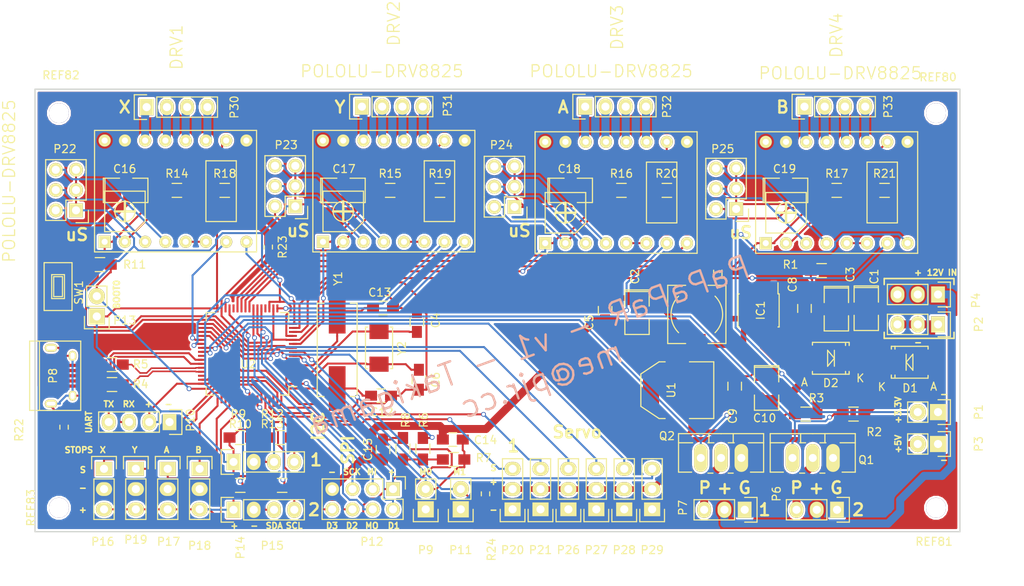
<source format=kicad_pcb>
(kicad_pcb (version 4) (host pcbnew 4.0.2+dfsg1-stable)
  (layers (0 F.Cu signal) (31 B.Cu signal) (34 B.Paste user) (35 F.Paste user) (36 B.SilkS user) (37 F.SilkS user) (38 B.Mask user) (39 F.Mask user) (44 Edge.Cuts user))
  (net 0 "")
  (net 1 GND)
  (net 2 OSC32_OUT)
  (net 3 +5V)
  (net 4 OSC32_IN)
  (net 5 "Net-(C8-Pad1)")
  (net 6 "Net-(C8-Pad2)")
  (net 7 +3V3)
  (net 8 OSC_OUT)
  (net 9 OSC_IN)
  (net 10 MEASURE_0)
  (net 11 MEASURE_1)
  (net 12 +12V)
  (net 13 EN_X)
  (net 14 "Net-(DRV1-Pad2)")
  (net 15 "Net-(DRV1-Pad3)")
  (net 16 "Net-(DRV1-Pad4)")
  (net 17 "Net-(DRV1-Pad5)")
  (net 18 STEP_X)
  (net 19 DIR_X)
  (net 20 "Net-(DRV1-Pad11)")
  (net 21 "Net-(DRV1-Pad12)")
  (net 22 "Net-(DRV1-Pad13)")
  (net 23 "Net-(DRV1-Pad14)")
  (net 24 EN_Y)
  (net 25 "Net-(DRV2-Pad2)")
  (net 26 "Net-(DRV2-Pad3)")
  (net 27 "Net-(DRV2-Pad4)")
  (net 28 "Net-(DRV2-Pad5)")
  (net 29 STEP_Y)
  (net 30 DIR_Y)
  (net 31 "Net-(DRV2-Pad11)")
  (net 32 "Net-(DRV2-Pad12)")
  (net 33 "Net-(DRV2-Pad13)")
  (net 34 "Net-(DRV2-Pad14)")
  (net 35 EN_A)
  (net 36 "Net-(DRV3-Pad2)")
  (net 37 "Net-(DRV3-Pad3)")
  (net 38 "Net-(DRV3-Pad4)")
  (net 39 "Net-(DRV3-Pad5)")
  (net 40 STEP_A)
  (net 41 DIR_A)
  (net 42 "Net-(DRV3-Pad11)")
  (net 43 "Net-(DRV3-Pad12)")
  (net 44 "Net-(DRV3-Pad13)")
  (net 45 "Net-(DRV3-Pad14)")
  (net 46 EN_B)
  (net 47 "Net-(DRV4-Pad2)")
  (net 48 "Net-(DRV4-Pad3)")
  (net 49 "Net-(DRV4-Pad4)")
  (net 50 "Net-(DRV4-Pad5)")
  (net 51 STEP_B)
  (net 52 DIR_B)
  (net 53 "Net-(DRV4-Pad11)")
  (net 54 "Net-(DRV4-Pad12)")
  (net 55 "Net-(DRV4-Pad13)")
  (net 56 "Net-(DRV4-Pad14)")
  (net 57 "Net-(IC1-Pad4)")
  (net 58 "Net-(P6-Pad3)")
  (net 59 "Net-(P7-Pad3)")
  (net 60 "Net-(P8-Pad2)")
  (net 61 "Net-(P8-Pad3)")
  (net 62 UART1_RX)
  (net 63 UART1_TX)
  (net 64 GD1)
  (net 65 MISO)
  (net 66 MOSI)
  (net 67 SCK)
  (net 68 GD2)
  (net 69 GD3)
  (net 70 BOOT0)
  (net 71 SDA_1)
  (net 72 SCL_1)
  (net 73 SDA_2)
  (net 74 SCL_2)
  (net 75 END_X)
  (net 76 END_Y)
  (net 77 END_A)
  (net 78 END_B)
  (net 79 SERV_1)
  (net 80 SERV_2)
  (net 81 SERV_3)
  (net 82 SERV_4)
  (net 83 SERV_5)
  (net 84 SERV_6)
  (net 85 CONT_2)
  (net 86 CONT_1)
  (net 87 RESET)
  (net 88 USB_D_P)
  (net 89 USB_D_N)
  (net 90 GNDA)
  (net 91 GNDD)
  (net 92 /GND_IN)
  (net 93 +5VL)
  (module Connect:USB_Micro-B (layer F.Cu) (at 85.6447 97.693 270)
    (fp_text reference P8 (at 0 0.8947 270) (layer F.SilkS))
    (fp_text value USB_OTG)
    (pad 1 smd rect (at -1.3009 -1.56254) (size 1.35 0.4) (layers F.Cu F.Paste F.Mask) (net 93 +5VL))
    (pad 2 smd rect (at -0.6509 -1.56254) (size 1.35 0.4) (layers F.Cu F.Paste F.Mask) (net 60 "Net-(P8-Pad2)"))
    (pad 3 smd rect (at -0.0009 -1.56254) (size 1.35 0.4) (layers F.Cu F.Paste F.Mask) (net 61 "Net-(P8-Pad3)"))
    (pad 4 smd rect (at 0.6491 -1.56254) (size 1.35 0.4) (layers F.Cu F.Paste F.Mask))
    (pad 5 smd rect (at 1.2991 -1.56254) (size 1.35 0.4) (layers F.Cu F.Paste F.Mask) (net 90 GNDA))
    (pad 6 thru_hole oval (at -2.5009 -1.56254) (size 0.95 1.25) (drill oval 0.55 0.85) (layers *.Cu *.Mask F.SilkS) (net 90 GNDA))
    (pad 6 thru_hole oval (at 2.4991 -1.56254) (size 0.95 1.25) (drill oval 0.55 0.85) (layers *.Cu *.Mask F.SilkS) (net 90 GNDA))
    (pad 6 thru_hole oval (at -3.5009 1.13746) (size 1.55 1) (drill oval 1.15 0.5) (layers *.Cu *.Mask F.SilkS) (net 90 GNDA))
    (pad 6 thru_hole oval (at 3.4991 1.13746) (size 1.55 1) (drill oval 1.15 0.5) (layers *.Cu *.Mask F.SilkS) (net 90 GNDA))
  )
  (module SMD_Packages:SMD-1210_Pol (layer F.Cu) (at 186.75 89.222 270)
    (fp_text reference C1 (at -3.972 -1 270) (layer F.SilkS))
    (fp_text value CP)
    (pad 1 smd rect (at -1.778 0 270) (size 1.778 2.794) (layers F.Cu F.Paste F.Mask) (net 12 +12V))
    (pad 2 smd rect (at 1.778 0 270) (size 1.778 2.794) (layers F.Cu F.Paste F.Mask) (net 1 GND))
  )
  (module SMD_Packages:SMD-1210_Pol (layer F.Cu) (at 158 89.722 270)
    (fp_text reference C2 (at -4.472 0.25 270) (layer F.SilkS))
    (fp_text value CP)
    (pad 1 smd rect (at -1.778 0 270) (size 1.778 2.794) (layers F.Cu F.Paste F.Mask) (net 3 +5V))
    (pad 2 smd rect (at 1.778 0 270) (size 1.778 2.794) (layers F.Cu F.Paste F.Mask) (net 1 GND))
  )
  (module SMD_Packages:SMD-1210_Pol (layer F.Cu) (at 183 89.278 270)
    (fp_text reference C3 (at -4.278 -1.75 270) (layer F.SilkS))
    (fp_text value CP)
    (pad 1 smd rect (at -1.778 0 270) (size 1.778 2.794) (layers F.Cu F.Paste F.Mask) (net 12 +12V))
    (pad 2 smd rect (at 1.778 0 270) (size 1.778 2.794) (layers F.Cu F.Paste F.Mask) (net 1 GND))
  )
  (module Capacitors_SMD:C_0805_HandSoldering (layer F.Cu) (at 130.395 90.9427 90)
    (fp_text reference C4 (at 0.1927 2.355 90) (layer F.SilkS))
    (fp_text value 10p)
    (pad 1 smd rect (at -1.25 0 90) (size 1.5 1.25) (layers F.Cu F.Paste F.Mask) (net 2 OSC32_OUT))
    (pad 2 smd rect (at 1.25 0 90) (size 1.5 1.25) (layers F.Cu F.Paste F.Mask) (net 91 GNDD))
  )
  (module Capacitors_SMD:C_0805_HandSoldering (layer F.Cu) (at 154 89.5 270)
    (fp_text reference C5 (at 1.5 2 270) (layer F.SilkS))
    (fp_text value C)
    (pad 1 smd rect (at -1.25 0 270) (size 1.5 1.25) (layers F.Cu F.Paste F.Mask) (net 3 +5V))
    (pad 2 smd rect (at 1.25 0 270) (size 1.5 1.25) (layers F.Cu F.Paste F.Mask) (net 1 GND))
  )
  (module Capacitors_SMD:C_0805_HandSoldering (layer F.Cu) (at 130.645 98.1927 270)
    (fp_text reference C6 (at 0 -2.1 270) (layer F.SilkS))
    (fp_text value 10p)
    (pad 1 smd rect (at -1.25 0 270) (size 1.5 1.25) (layers F.Cu F.Paste F.Mask) (net 4 OSC32_IN))
    (pad 2 smd rect (at 1.25 0 270) (size 1.5 1.25) (layers F.Cu F.Paste F.Mask) (net 91 GNDD))
  )
  (module Capacitors_SMD:C_0805_HandSoldering (layer F.Cu) (at 179 89.25 270)
    (fp_text reference C8 (at -3 1.5 270) (layer F.SilkS))
    (fp_text value 0.1uf)
    (pad 1 smd rect (at -1.25 0 270) (size 1.5 1.25) (layers F.Cu F.Paste F.Mask) (net 5 "Net-(C8-Pad1)"))
    (pad 2 smd rect (at 1.25 0 270) (size 1.5 1.25) (layers F.Cu F.Paste F.Mask) (net 6 "Net-(C8-Pad2)"))
  )
  (module Capacitors_SMD:C_0805_HandSoldering (layer F.Cu) (at 170.25 99 270)
    (fp_text reference C9 (at 3.75 0.25 270) (layer F.SilkS))
    (fp_text value C)
    (pad 1 smd rect (at -1.25 0 270) (size 1.5 1.25) (layers F.Cu F.Paste F.Mask) (net 7 +3V3))
    (pad 2 smd rect (at 1.25 0 270) (size 1.5 1.25) (layers F.Cu F.Paste F.Mask) (net 1 GND))
  )
  (module SMD_Packages:SMD-1210_Pol (layer F.Cu) (at 174.25 99.222 270)
    (fp_text reference C10 (at 3.778 0.25 360) (layer F.SilkS))
    (fp_text value CP)
    (pad 1 smd rect (at -1.778 0 270) (size 1.778 2.794) (layers F.Cu F.Paste F.Mask) (net 7 +3V3))
    (pad 2 smd rect (at 1.778 0 270) (size 1.778 2.794) (layers F.Cu F.Paste F.Mask) (net 1 GND))
  )
  (module Capacitors_SMD:C_0805_HandSoldering (layer F.Cu) (at 125.895 100.193)
    (fp_text reference C12 (at 0.105 2.057) (layer F.SilkS))
    (fp_text value 20p)
    (pad 1 smd rect (at -1.25 0) (size 1.5 1.25) (layers F.Cu F.Paste F.Mask) (net 8 OSC_OUT))
    (pad 2 smd rect (at 1.25 0) (size 1.5 1.25) (layers F.Cu F.Paste F.Mask) (net 91 GNDD))
  )
  (module Capacitors_SMD:C_0805_HandSoldering (layer F.Cu) (at 126.145 89.1927)
    (fp_text reference C13 (at -0.395 -1.9427) (layer F.SilkS))
    (fp_text value 20p)
    (pad 1 smd rect (at -1.25 0) (size 1.5 1.25) (layers F.Cu F.Paste F.Mask) (net 9 OSC_IN))
    (pad 2 smd rect (at 1.25 0) (size 1.5 1.25) (layers F.Cu F.Paste F.Mask) (net 91 GNDD))
  )
  (module Capacitors_SMD:C_0805_HandSoldering (layer F.Cu) (at 134.895 105.693 180)
    (fp_text reference C14 (at -4.105 -0.057 180) (layer F.SilkS))
    (fp_text value C)
    (pad 1 smd rect (at -1.25 0 180) (size 1.5 1.25) (layers F.Cu F.Paste F.Mask) (net 10 MEASURE_0))
    (pad 2 smd rect (at 1.25 0 180) (size 1.5 1.25) (layers F.Cu F.Paste F.Mask) (net 1 GND))
  )
  (module Capacitors_SMD:C_0805_HandSoldering (layer F.Cu) (at 126.145 106.943 270)
    (fp_text reference C15 (at 0 1.895 270) (layer F.SilkS))
    (fp_text value C)
    (pad 1 smd rect (at -1.25 0 270) (size 1.5 1.25) (layers F.Cu F.Paste F.Mask) (net 11 MEASURE_1))
    (pad 2 smd rect (at 1.25 0 270) (size 1.5 1.25) (layers F.Cu F.Paste F.Mask) (net 1 GND))
  )
  (module SMD_Packages:SMD-1210_Pol (layer F.Cu) (at 93.8667 74.4427)
    (fp_text reference C16 (at -0.1167 -2.6927) (layer F.SilkS))
    (fp_text value CP)
    (pad 1 smd rect (at -1.778 0) (size 1.778 2.794) (layers F.Cu F.Paste F.Mask) (net 12 +12V))
    (pad 2 smd rect (at 1.778 0) (size 1.778 2.794) (layers F.Cu F.Paste F.Mask) (net 1 GND))
  )
  (module SMD_Packages:SMD-1210_Pol (layer F.Cu) (at 121.117 74.4427)
    (fp_text reference C17 (at 0.133 -2.6927) (layer F.SilkS))
    (fp_text value CP)
    (pad 1 smd rect (at -1.778 0) (size 1.778 2.794) (layers F.Cu F.Paste F.Mask) (net 12 +12V))
    (pad 2 smd rect (at 1.778 0) (size 1.778 2.794) (layers F.Cu F.Paste F.Mask) (net 1 GND))
  )
  (module SMD_Packages:SMD-1210_Pol (layer F.Cu) (at 149.617 74.4427)
    (fp_text reference C18 (at -0.117 -2.6927) (layer F.SilkS))
    (fp_text value CP)
    (pad 1 smd rect (at -1.778 0) (size 1.778 2.794) (layers F.Cu F.Paste F.Mask) (net 12 +12V))
    (pad 2 smd rect (at 1.778 0) (size 1.778 2.794) (layers F.Cu F.Paste F.Mask) (net 1 GND))
  )
  (module SMD_Packages:SMD-1210_Pol (layer F.Cu) (at 176.617 74.4427)
    (fp_text reference C19 (at -0.117 -2.6927) (layer F.SilkS))
    (fp_text value CP)
    (pad 1 smd rect (at -1.778 0) (size 1.778 2.794) (layers F.Cu F.Paste F.Mask) (net 12 +12V))
    (pad 2 smd rect (at 1.778 0) (size 1.778 2.794) (layers F.Cu F.Paste F.Mask) (net 1 GND))
  )
  (module Diodes_SMD:SMB_Handsoldering (layer F.Cu) (at 192.2 96)
    (fp_text reference D1 (at 0.05 3.25) (layer F.SilkS))
    (fp_text value D)
    (fp_text user K (at -3.5 3.1) (layer F.SilkS))
    (fp_text user A (at 3 3.05) (layer F.SilkS))
    (pad 1 smd rect (at -2.70002 0) (size 3.50012 2.30124) (layers F.Cu F.Paste F.Mask) (net 1 GND))
    (pad 2 smd rect (at 2.70002 0) (size 3.50012 2.30124) (layers F.Cu F.Paste F.Mask) (net 92 /GND_IN))
  )
  (module Diodes_SMD:SMB_Handsoldering (layer F.Cu) (at 182.3 95.5 180)
    (fp_text reference D2 (at 0 -3.1 180) (layer F.SilkS))
    (fp_text value D)
    (fp_text user K (at -3.7 -2.5 180) (layer F.SilkS))
    (fp_text user A (at 3.3 -3 180) (layer F.SilkS))
    (pad 1 smd rect (at -2.70002 0 180) (size 3.50012 2.30124) (layers F.Cu F.Paste F.Mask) (net 6 "Net-(C8-Pad2)"))
    (pad 2 smd rect (at 2.70002 0 180) (size 3.50012 2.30124) (layers F.Cu F.Paste F.Mask) (net 1 GND))
  )
  (module POLOLU-DRV8825:POLOLU-DRV8825 (layer F.Cu) (at 101.395 73.2727 90)
    (fp_text reference DRV1 (at 16.7727 -1.145 90) (layer F.SilkS) (effects (font (size 1.5 1.5))))
    (fp_text value POLOLU-DRV8825 (at 0 -22.145 90) (layer F.SilkS) (effects (font (size 1.5 1.5))))
    (pad 1 thru_hole rect (at -7.62 -10.16 90) (size 1.524 1.524) (drill 0.762) (layers *.Cu *.Mask F.SilkS) (net 13 EN_X))
    (pad 2 thru_hole circle (at -7.62 -7.62 90) (size 1.524 1.524) (drill 0.762) (layers *.Cu *.Mask F.SilkS) (net 14 "Net-(DRV1-Pad2)"))
    (pad 3 thru_hole circle (at -7.62 -5.08 90) (size 1.524 1.524) (drill 0.762) (layers *.Cu *.Mask F.SilkS) (net 15 "Net-(DRV1-Pad3)"))
    (pad 4 thru_hole circle (at -7.62 -2.54 90) (size 1.524 1.524) (drill 0.762) (layers *.Cu *.Mask F.SilkS) (net 16 "Net-(DRV1-Pad4)"))
    (pad 5 thru_hole circle (at -7.62 0 90) (size 1.524 1.524) (drill 0.762) (layers *.Cu *.Mask F.SilkS) (net 17 "Net-(DRV1-Pad5)"))
    (pad 6 thru_hole circle (at -7.62 2.54 90) (size 1.524 1.524) (drill 0.762) (layers *.Cu *.Mask F.SilkS) (net 17 "Net-(DRV1-Pad5)"))
    (pad 7 thru_hole circle (at -7.62 5.08 90) (size 1.524 1.524) (drill 0.762) (layers *.Cu *.Mask F.SilkS) (net 18 STEP_X))
    (pad 8 thru_hole circle (at -7.62 7.62 90) (size 1.524 1.524) (drill 0.762) (layers *.Cu *.Mask F.SilkS) (net 19 DIR_X))
    (pad 9 thru_hole circle (at 5.08 7.62 90) (size 1.524 1.524) (drill 0.762) (layers *.Cu *.Mask F.SilkS) (net 1 GND))
    (pad 10 thru_hole circle (at 5.08 5.08 90) (size 1.524 1.524) (drill 0.762) (layers *.Cu *.Mask F.SilkS) (net 7 +3V3))
    (pad 11 thru_hole circle (at 5.08 2.54 90) (size 1.524 1.524) (drill 0.762) (layers *.Cu *.Mask F.SilkS) (net 20 "Net-(DRV1-Pad11)"))
    (pad 12 thru_hole circle (at 5.08 0 90) (size 1.524 1.524) (drill 0.762) (layers *.Cu *.Mask F.SilkS) (net 21 "Net-(DRV1-Pad12)"))
    (pad 13 thru_hole circle (at 5.08 -2.54 90) (size 1.524 1.524) (drill 0.762) (layers *.Cu *.Mask F.SilkS) (net 22 "Net-(DRV1-Pad13)"))
    (pad 14 thru_hole circle (at 5.08 -5.08 90) (size 1.524 1.524) (drill 0.762) (layers *.Cu *.Mask F.SilkS) (net 23 "Net-(DRV1-Pad14)"))
    (pad 15 thru_hole circle (at 5.08 -7.62 90) (size 1.524 1.524) (drill 0.762) (layers *.Cu *.Mask F.SilkS) (net 1 GND))
    (pad 16 thru_hole circle (at 5.08 -10.16 90) (size 1.524 1.524) (drill 0.762) (layers *.Cu *.Mask F.SilkS) (net 12 +12V))
  )
  (module POLOLU-DRV8825:POLOLU-DRV8825 (layer F.Cu) (at 128.775 73.2727 90)
    (fp_text reference DRV2 (at 19.7727 -1.275 90) (layer F.SilkS) (effects (font (size 1.5 1.5))))
    (fp_text value POLOLU-DRV8825 (at 13.7727 -2.775 360) (layer F.SilkS) (effects (font (size 1.5 1.5))))
    (pad 1 thru_hole rect (at -7.62 -10.16 90) (size 1.524 1.524) (drill 0.762) (layers *.Cu *.Mask F.SilkS) (net 24 EN_Y))
    (pad 2 thru_hole circle (at -7.62 -7.62 90) (size 1.524 1.524) (drill 0.762) (layers *.Cu *.Mask F.SilkS) (net 25 "Net-(DRV2-Pad2)"))
    (pad 3 thru_hole circle (at -7.62 -5.08 90) (size 1.524 1.524) (drill 0.762) (layers *.Cu *.Mask F.SilkS) (net 26 "Net-(DRV2-Pad3)"))
    (pad 4 thru_hole circle (at -7.62 -2.54 90) (size 1.524 1.524) (drill 0.762) (layers *.Cu *.Mask F.SilkS) (net 27 "Net-(DRV2-Pad4)"))
    (pad 5 thru_hole circle (at -7.62 0 90) (size 1.524 1.524) (drill 0.762) (layers *.Cu *.Mask F.SilkS) (net 28 "Net-(DRV2-Pad5)"))
    (pad 6 thru_hole circle (at -7.62 2.54 90) (size 1.524 1.524) (drill 0.762) (layers *.Cu *.Mask F.SilkS) (net 28 "Net-(DRV2-Pad5)"))
    (pad 7 thru_hole circle (at -7.62 5.08 90) (size 1.524 1.524) (drill 0.762) (layers *.Cu *.Mask F.SilkS) (net 29 STEP_Y))
    (pad 8 thru_hole circle (at -7.62 7.62 90) (size 1.524 1.524) (drill 0.762) (layers *.Cu *.Mask F.SilkS) (net 30 DIR_Y))
    (pad 9 thru_hole circle (at 5.08 7.62 90) (size 1.524 1.524) (drill 0.762) (layers *.Cu *.Mask F.SilkS) (net 1 GND))
    (pad 10 thru_hole circle (at 5.08 5.08 90) (size 1.524 1.524) (drill 0.762) (layers *.Cu *.Mask F.SilkS) (net 7 +3V3))
    (pad 11 thru_hole circle (at 5.08 2.54 90) (size 1.524 1.524) (drill 0.762) (layers *.Cu *.Mask F.SilkS) (net 31 "Net-(DRV2-Pad11)"))
    (pad 12 thru_hole circle (at 5.08 0 90) (size 1.524 1.524) (drill 0.762) (layers *.Cu *.Mask F.SilkS) (net 32 "Net-(DRV2-Pad12)"))
    (pad 13 thru_hole circle (at 5.08 -2.54 90) (size 1.524 1.524) (drill 0.762) (layers *.Cu *.Mask F.SilkS) (net 33 "Net-(DRV2-Pad13)"))
    (pad 14 thru_hole circle (at 5.08 -5.08 90) (size 1.524 1.524) (drill 0.762) (layers *.Cu *.Mask F.SilkS) (net 34 "Net-(DRV2-Pad14)"))
    (pad 15 thru_hole circle (at 5.08 -7.62 90) (size 1.524 1.524) (drill 0.762) (layers *.Cu *.Mask F.SilkS) (net 1 GND))
    (pad 16 thru_hole circle (at 5.08 -10.16 90) (size 1.524 1.524) (drill 0.762) (layers *.Cu *.Mask F.SilkS) (net 12 +12V))
  )
  (module POLOLU-DRV8825:POLOLU-DRV8825 (layer F.Cu) (at 156.645 73.4427 90)
    (fp_text reference DRV3 (at 19.4427 -1.145 90) (layer F.SilkS) (effects (font (size 1.5 1.5))))
    (fp_text value POLOLU-DRV8825 (at 13.9427 -1.895 180) (layer F.SilkS) (effects (font (size 1.5 1.5))))
    (pad 1 thru_hole rect (at -7.62 -10.16 90) (size 1.524 1.524) (drill 0.762) (layers *.Cu *.Mask F.SilkS) (net 35 EN_A))
    (pad 2 thru_hole circle (at -7.62 -7.62 90) (size 1.524 1.524) (drill 0.762) (layers *.Cu *.Mask F.SilkS) (net 36 "Net-(DRV3-Pad2)"))
    (pad 3 thru_hole circle (at -7.62 -5.08 90) (size 1.524 1.524) (drill 0.762) (layers *.Cu *.Mask F.SilkS) (net 37 "Net-(DRV3-Pad3)"))
    (pad 4 thru_hole circle (at -7.62 -2.54 90) (size 1.524 1.524) (drill 0.762) (layers *.Cu *.Mask F.SilkS) (net 38 "Net-(DRV3-Pad4)"))
    (pad 5 thru_hole circle (at -7.62 0 90) (size 1.524 1.524) (drill 0.762) (layers *.Cu *.Mask F.SilkS) (net 39 "Net-(DRV3-Pad5)"))
    (pad 6 thru_hole circle (at -7.62 2.54 90) (size 1.524 1.524) (drill 0.762) (layers *.Cu *.Mask F.SilkS) (net 39 "Net-(DRV3-Pad5)"))
    (pad 7 thru_hole circle (at -7.62 5.08 90) (size 1.524 1.524) (drill 0.762) (layers *.Cu *.Mask F.SilkS) (net 40 STEP_A))
    (pad 8 thru_hole circle (at -7.62 7.62 90) (size 1.524 1.524) (drill 0.762) (layers *.Cu *.Mask F.SilkS) (net 41 DIR_A))
    (pad 9 thru_hole circle (at 5.08 7.62 90) (size 1.524 1.524) (drill 0.762) (layers *.Cu *.Mask F.SilkS) (net 1 GND))
    (pad 10 thru_hole circle (at 5.08 5.08 90) (size 1.524 1.524) (drill 0.762) (layers *.Cu *.Mask F.SilkS) (net 7 +3V3))
    (pad 11 thru_hole circle (at 5.08 2.54 90) (size 1.524 1.524) (drill 0.762) (layers *.Cu *.Mask F.SilkS) (net 42 "Net-(DRV3-Pad11)"))
    (pad 12 thru_hole circle (at 5.08 0 90) (size 1.524 1.524) (drill 0.762) (layers *.Cu *.Mask F.SilkS) (net 43 "Net-(DRV3-Pad12)"))
    (pad 13 thru_hole circle (at 5.08 -2.54 90) (size 1.524 1.524) (drill 0.762) (layers *.Cu *.Mask F.SilkS) (net 44 "Net-(DRV3-Pad13)"))
    (pad 14 thru_hole circle (at 5.08 -5.08 90) (size 1.524 1.524) (drill 0.762) (layers *.Cu *.Mask F.SilkS) (net 45 "Net-(DRV3-Pad14)"))
    (pad 15 thru_hole circle (at 5.08 -7.62 90) (size 1.524 1.524) (drill 0.762) (layers *.Cu *.Mask F.SilkS) (net 1 GND))
    (pad 16 thru_hole circle (at 5.08 -10.16 90) (size 1.524 1.524) (drill 0.762) (layers *.Cu *.Mask F.SilkS) (net 12 +12V))
  )
  (module POLOLU-DRV8825:POLOLU-DRV8825 (layer F.Cu) (at 184.305 73.4427 90)
    (fp_text reference DRV4 (at 18.4427 -1.305 90) (layer F.SilkS) (effects (font (size 1.5 1.5))))
    (fp_text value POLOLU-DRV8825 (at 13.6927 -0.805 180) (layer F.SilkS) (effects (font (size 1.5 1.5))))
    (pad 1 thru_hole rect (at -7.62 -10.16 90) (size 1.524 1.524) (drill 0.762) (layers *.Cu *.Mask F.SilkS) (net 46 EN_B))
    (pad 2 thru_hole circle (at -7.62 -7.62 90) (size 1.524 1.524) (drill 0.762) (layers *.Cu *.Mask F.SilkS) (net 47 "Net-(DRV4-Pad2)"))
    (pad 3 thru_hole circle (at -7.62 -5.08 90) (size 1.524 1.524) (drill 0.762) (layers *.Cu *.Mask F.SilkS) (net 48 "Net-(DRV4-Pad3)"))
    (pad 4 thru_hole circle (at -7.62 -2.54 90) (size 1.524 1.524) (drill 0.762) (layers *.Cu *.Mask F.SilkS) (net 49 "Net-(DRV4-Pad4)"))
    (pad 5 thru_hole circle (at -7.62 0 90) (size 1.524 1.524) (drill 0.762) (layers *.Cu *.Mask F.SilkS) (net 50 "Net-(DRV4-Pad5)"))
    (pad 6 thru_hole circle (at -7.62 2.54 90) (size 1.524 1.524) (drill 0.762) (layers *.Cu *.Mask F.SilkS) (net 50 "Net-(DRV4-Pad5)"))
    (pad 7 thru_hole circle (at -7.62 5.08 90) (size 1.524 1.524) (drill 0.762) (layers *.Cu *.Mask F.SilkS) (net 51 STEP_B))
    (pad 8 thru_hole circle (at -7.62 7.62 90) (size 1.524 1.524) (drill 0.762) (layers *.Cu *.Mask F.SilkS) (net 52 DIR_B))
    (pad 9 thru_hole circle (at 5.08 7.62 90) (size 1.524 1.524) (drill 0.762) (layers *.Cu *.Mask F.SilkS) (net 1 GND))
    (pad 10 thru_hole circle (at 5.08 5.08 90) (size 1.524 1.524) (drill 0.762) (layers *.Cu *.Mask F.SilkS) (net 7 +3V3))
    (pad 11 thru_hole circle (at 5.08 2.54 90) (size 1.524 1.524) (drill 0.762) (layers *.Cu *.Mask F.SilkS) (net 53 "Net-(DRV4-Pad11)"))
    (pad 12 thru_hole circle (at 5.08 0 90) (size 1.524 1.524) (drill 0.762) (layers *.Cu *.Mask F.SilkS) (net 54 "Net-(DRV4-Pad12)"))
    (pad 13 thru_hole circle (at 5.08 -2.54 90) (size 1.524 1.524) (drill 0.762) (layers *.Cu *.Mask F.SilkS) (net 55 "Net-(DRV4-Pad13)"))
    (pad 14 thru_hole circle (at 5.08 -5.08 90) (size 1.524 1.524) (drill 0.762) (layers *.Cu *.Mask F.SilkS) (net 56 "Net-(DRV4-Pad14)"))
    (pad 15 thru_hole circle (at 5.08 -7.62 90) (size 1.524 1.524) (drill 0.762) (layers *.Cu *.Mask F.SilkS) (net 1 GND))
    (pad 16 thru_hole circle (at 5.08 -10.16 90) (size 1.524 1.524) (drill 0.762) (layers *.Cu *.Mask F.SilkS) (net 12 +12V))
  )
  (module Housings_SOIC:SOIC-8_3.9x4.9mm_Pitch1.27mm (layer F.Cu) (at 173.25 89.5 270)
    (fp_text reference IC1 (at 0 -0.25 270) (layer F.SilkS))
    (fp_text value ADP2303-5)
    (pad 1 smd rect (at -2.7 -1.905 270) (size 1.55 0.6) (layers F.Cu F.Paste F.Mask) (net 5 "Net-(C8-Pad1)"))
    (pad 2 smd rect (at -2.7 -0.635 270) (size 1.55 0.6) (layers F.Cu F.Paste F.Mask) (net 12 +12V))
    (pad 3 smd rect (at -2.7 0.635 270) (size 1.55 0.6) (layers F.Cu F.Paste F.Mask) (net 12 +12V))
    (pad 4 smd rect (at -2.7 1.905 270) (size 1.55 0.6) (layers F.Cu F.Paste F.Mask) (net 57 "Net-(IC1-Pad4)"))
    (pad 5 smd rect (at 2.7 1.905 270) (size 1.55 0.6) (layers F.Cu F.Paste F.Mask) (net 3 +5V))
    (pad 6 smd rect (at 2.7 0.635 270) (size 1.55 0.6) (layers F.Cu F.Paste F.Mask))
    (pad 7 smd rect (at 2.7 -0.635 270) (size 1.55 0.6) (layers F.Cu F.Paste F.Mask) (net 1 GND))
    (pad 8 smd rect (at 2.7 -1.905 270) (size 1.55 0.6) (layers F.Cu F.Paste F.Mask) (net 6 "Net-(C8-Pad2)"))
  )
  (module Choke_SMD:Choke_SMD_7.3x7.3_H3.5 (layer F.Cu) (at 165.5 90 270)
    (fp_text reference L1 (at -5 -2.75 360) (layer F.SilkS))
    (fp_text value INDUCTOR_SMALL)
    (pad 1 smd rect (at -3.2 0 270) (size 1.5 2.2) (layers F.Cu F.Paste F.Mask) (net 6 "Net-(C8-Pad2)"))
    (pad 2 smd rect (at 3.2 0 270) (size 1.5 2.2) (layers F.Cu F.Paste F.Mask) (net 3 +5V))
  )
  (module Pin_Headers:Pin_Header_Straight_1x02 (layer F.Cu) (at 195.75 102.25 270)
    (fp_text reference P1 (at 0 -5.1 270) (layer F.SilkS))
    (fp_text value CONN_01X02)
    (pad 1 thru_hole rect (at 0 0 270) (size 2.032 2.032) (drill 1.016) (layers *.Cu *.Mask F.SilkS) (net 1 GND))
    (pad 2 thru_hole oval (at 0 2.54 270) (size 2.032 2.032) (drill 1.016) (layers *.Cu *.Mask F.SilkS) (net 7 +3V3))
  )
  (module Pin_Headers:Pin_Header_Straight_1x02 (layer F.Cu) (at 195.75 106.25 270)
    (fp_text reference P3 (at 0 -5.1 270) (layer F.SilkS))
    (fp_text value CONN_01X02)
    (pad 1 thru_hole rect (at 0 0 270) (size 2.032 2.032) (drill 1.016) (layers *.Cu *.Mask F.SilkS) (net 1 GND))
    (pad 2 thru_hole oval (at 0 2.54 270) (size 2.032 2.032) (drill 1.016) (layers *.Cu *.Mask F.SilkS) (net 3 +5V))
  )
  (module Pin_Headers:Pin_Header_Straight_1x03 (layer F.Cu) (at 183.08 114.5 270)
    (fp_text reference P6 (at -2 7.58 270) (layer F.SilkS))
    (fp_text value CONN_01X03)
    (pad 1 thru_hole rect (at 0 0 270) (size 2.032 1.7272) (drill 1.016) (layers *.Cu *.Mask F.SilkS) (net 1 GND))
    (pad 2 thru_hole oval (at 0 2.54 270) (size 2.032 1.7272) (drill 1.016) (layers *.Cu *.Mask F.SilkS) (net 12 +12V))
    (pad 3 thru_hole oval (at 0 5.08 270) (size 2.032 1.7272) (drill 1.016) (layers *.Cu *.Mask F.SilkS) (net 58 "Net-(P6-Pad3)"))
  )
  (module Pin_Headers:Pin_Header_Straight_1x03 (layer F.Cu) (at 171.5 114.5 270)
    (fp_text reference P7 (at -0.25 7.75 270) (layer F.SilkS))
    (fp_text value CONN_01X03)
    (pad 1 thru_hole rect (at 0 0 270) (size 2.032 1.7272) (drill 1.016) (layers *.Cu *.Mask F.SilkS) (net 1 GND))
    (pad 2 thru_hole oval (at 0 2.54 270) (size 2.032 1.7272) (drill 1.016) (layers *.Cu *.Mask F.SilkS) (net 12 +12V))
    (pad 3 thru_hole oval (at 0 5.08 270) (size 2.032 1.7272) (drill 1.016) (layers *.Cu *.Mask F.SilkS) (net 59 "Net-(P7-Pad3)"))
  )
  (module Pin_Headers:Pin_Header_Straight_2x04 (layer F.Cu) (at 127.395 111.903 270)
    (fp_text reference P12 (at 6.597 2.645 360) (layer F.SilkS))
    (fp_text value CONN_02X04)
    (pad 1 thru_hole rect (at 0 0 270) (size 1.7272 1.7272) (drill 1.016) (layers *.Cu *.Mask F.SilkS) (net 7 +3V3))
    (pad 2 thru_hole oval (at 2.54 0 270) (size 1.7272 1.7272) (drill 1.016) (layers *.Cu *.Mask F.SilkS) (net 64 GD1))
    (pad 3 thru_hole oval (at 0 2.54 270) (size 1.7272 1.7272) (drill 1.016) (layers *.Cu *.Mask F.SilkS) (net 65 MISO))
    (pad 4 thru_hole oval (at 2.54 2.54 270) (size 1.7272 1.7272) (drill 1.016) (layers *.Cu *.Mask F.SilkS) (net 66 MOSI))
    (pad 5 thru_hole oval (at 0 5.08 270) (size 1.7272 1.7272) (drill 1.016) (layers *.Cu *.Mask F.SilkS) (net 67 SCK))
    (pad 6 thru_hole oval (at 2.54 5.08 270) (size 1.7272 1.7272) (drill 1.016) (layers *.Cu *.Mask F.SilkS) (net 68 GD2))
    (pad 7 thru_hole oval (at 0 7.62 270) (size 1.7272 1.7272) (drill 1.016) (layers *.Cu *.Mask F.SilkS) (net 1 GND))
    (pad 8 thru_hole oval (at 2.54 7.62 270) (size 1.7272 1.7272) (drill 1.016) (layers *.Cu *.Mask F.SilkS) (net 69 GD3))
  )
  (module Pin_Headers:Pin_Header_Straight_1x02 (layer F.Cu) (at 90.25 90.25 180)
    (fp_text reference P13 (at -3.5 -0.5 180) (layer F.SilkS))
    (fp_text value CONN_01X02)
    (pad 1 thru_hole rect (at 0 0 180) (size 2.032 2.032) (drill 1.016) (layers *.Cu *.Mask F.SilkS) (net 7 +3V3))
    (pad 2 thru_hole oval (at 0 2.54 180) (size 2.032 2.032) (drill 1.016) (layers *.Cu *.Mask F.SilkS) (net 70 BOOT0))
  )
  (module Pin_Headers:Pin_Header_Straight_1x04 (layer F.Cu) (at 107.395 108.5 90)
    (fp_text reference P14 (at -10.75 0.855 90) (layer F.SilkS))
    (fp_text value CONN_01X04)
    (pad 1 thru_hole rect (at 0 0 90) (size 2.032 1.7272) (drill 1.016) (layers *.Cu *.Mask F.SilkS) (net 7 +3V3))
    (pad 2 thru_hole oval (at 0 2.54 90) (size 2.032 1.7272) (drill 1.016) (layers *.Cu *.Mask F.SilkS) (net 1 GND))
    (pad 3 thru_hole oval (at 0 5.08 90) (size 2.032 1.7272) (drill 1.016) (layers *.Cu *.Mask F.SilkS) (net 71 SDA_1))
    (pad 4 thru_hole oval (at 0 7.62 90) (size 2.032 1.7272) (drill 1.016) (layers *.Cu *.Mask F.SilkS) (net 72 SCL_1))
  )
  (module Pin_Headers:Pin_Header_Straight_1x04 (layer F.Cu) (at 107.395 114.5 90)
    (fp_text reference P15 (at -4.5 4.855 180) (layer F.SilkS))
    (fp_text value CONN_01X04)
    (pad 1 thru_hole rect (at 0 0 90) (size 2.032 1.7272) (drill 1.016) (layers *.Cu *.Mask F.SilkS) (net 7 +3V3))
    (pad 2 thru_hole oval (at 0 2.54 90) (size 2.032 1.7272) (drill 1.016) (layers *.Cu *.Mask F.SilkS) (net 1 GND))
    (pad 3 thru_hole oval (at 0 5.08 90) (size 2.032 1.7272) (drill 1.016) (layers *.Cu *.Mask F.SilkS) (net 73 SDA_2))
    (pad 4 thru_hole oval (at 0 7.62 90) (size 2.032 1.7272) (drill 1.016) (layers *.Cu *.Mask F.SilkS) (net 74 SCL_2))
  )
  (module Pin_Headers:Pin_Header_Straight_1x03 (layer F.Cu) (at 91.1547 109.363)
    (fp_text reference P16 (at -0.1547 9.137) (layer F.SilkS))
    (fp_text value CONN_01X03)
    (pad 1 thru_hole rect (at 0 0) (size 2.032 1.7272) (drill 1.016) (layers *.Cu *.Mask F.SilkS) (net 75 END_X))
    (pad 2 thru_hole oval (at 0 2.54) (size 2.032 1.7272) (drill 1.016) (layers *.Cu *.Mask F.SilkS) (net 1 GND))
    (pad 3 thru_hole oval (at 0 5.08) (size 2.032 1.7272) (drill 1.016) (layers *.Cu *.Mask F.SilkS) (net 7 +3V3))
  )
  (module Pin_Headers:Pin_Header_Straight_1x03 (layer F.Cu) (at 99.1447 109.363)
    (fp_text reference P17 (at 0.1053 9.137) (layer F.SilkS))
    (fp_text value CONN_01X03)
    (pad 1 thru_hole rect (at 0 0) (size 2.032 1.7272) (drill 1.016) (layers *.Cu *.Mask F.SilkS) (net 76 END_Y))
    (pad 2 thru_hole oval (at 0 2.54) (size 2.032 1.7272) (drill 1.016) (layers *.Cu *.Mask F.SilkS) (net 1 GND))
    (pad 3 thru_hole oval (at 0 5.08) (size 2.032 1.7272) (drill 1.016) (layers *.Cu *.Mask F.SilkS) (net 7 +3V3))
  )
  (module Pin_Headers:Pin_Header_Straight_1x03 (layer F.Cu) (at 103.145 109.363)
    (fp_text reference P18 (at 0 9.637) (layer F.SilkS))
    (fp_text value CONN_01X03)
    (pad 1 thru_hole rect (at 0 0) (size 2.032 1.7272) (drill 1.016) (layers *.Cu *.Mask F.SilkS) (net 77 END_A))
    (pad 2 thru_hole oval (at 0 2.54) (size 2.032 1.7272) (drill 1.016) (layers *.Cu *.Mask F.SilkS) (net 1 GND))
    (pad 3 thru_hole oval (at 0 5.08) (size 2.032 1.7272) (drill 1.016) (layers *.Cu *.Mask F.SilkS) (net 7 +3V3))
  )
  (module Pin_Headers:Pin_Header_Straight_1x03 (layer F.Cu) (at 95.1447 109.363)
    (fp_text reference P19 (at 0 8.887) (layer F.SilkS))
    (fp_text value CONN_01X03)
    (pad 1 thru_hole rect (at 0 0) (size 2.032 1.7272) (drill 1.016) (layers *.Cu *.Mask F.SilkS) (net 78 END_B))
    (pad 2 thru_hole oval (at 0 2.54) (size 2.032 1.7272) (drill 1.016) (layers *.Cu *.Mask F.SilkS) (net 1 GND))
    (pad 3 thru_hole oval (at 0 5.08) (size 2.032 1.7272) (drill 1.016) (layers *.Cu *.Mask F.SilkS) (net 7 +3V3))
  )
  (module Pin_Headers:Pin_Header_Straight_1x03 (layer F.Cu) (at 142.395 114.443 180)
    (fp_text reference P20 (at 0 -5.1 180) (layer F.SilkS))
    (fp_text value CONN_01X03)
    (pad 1 thru_hole rect (at 0 0 180) (size 2.032 1.7272) (drill 1.016) (layers *.Cu *.Mask F.SilkS) (net 1 GND))
    (pad 2 thru_hole oval (at 0 2.54 180) (size 2.032 1.7272) (drill 1.016) (layers *.Cu *.Mask F.SilkS) (net 3 +5V))
    (pad 3 thru_hole oval (at 0 5.08 180) (size 2.032 1.7272) (drill 1.016) (layers *.Cu *.Mask F.SilkS) (net 79 SERV_1))
  )
  (module Pin_Headers:Pin_Header_Straight_1x03 (layer F.Cu) (at 145.895 114.443 180)
    (fp_text reference P21 (at 0 -5.1 180) (layer F.SilkS))
    (fp_text value CONN_01X03)
    (pad 1 thru_hole rect (at 0 0 180) (size 2.032 1.7272) (drill 1.016) (layers *.Cu *.Mask F.SilkS) (net 1 GND))
    (pad 2 thru_hole oval (at 0 2.54 180) (size 2.032 1.7272) (drill 1.016) (layers *.Cu *.Mask F.SilkS) (net 3 +5V))
    (pad 3 thru_hole oval (at 0 5.08 180) (size 2.032 1.7272) (drill 1.016) (layers *.Cu *.Mask F.SilkS) (net 80 SERV_2))
  )
  (module Pin_Headers:Pin_Header_Straight_2x03 (layer F.Cu) (at 87.6447 76.9427 180)
    (fp_text reference P22 (at 1.3947 7.6927 180) (layer F.SilkS))
    (fp_text value CONN_02X03)
    (pad 1 thru_hole rect (at 0 0 180) (size 1.7272 1.7272) (drill 1.016) (layers *.Cu *.Mask F.SilkS) (net 7 +3V3))
    (pad 2 thru_hole oval (at 2.54 0 180) (size 1.7272 1.7272) (drill 1.016) (layers *.Cu *.Mask F.SilkS) (net 14 "Net-(DRV1-Pad2)"))
    (pad 3 thru_hole oval (at 0 2.54 180) (size 1.7272 1.7272) (drill 1.016) (layers *.Cu *.Mask F.SilkS) (net 7 +3V3))
    (pad 4 thru_hole oval (at 2.54 2.54 180) (size 1.7272 1.7272) (drill 1.016) (layers *.Cu *.Mask F.SilkS) (net 15 "Net-(DRV1-Pad3)"))
    (pad 5 thru_hole oval (at 0 5.08 180) (size 1.7272 1.7272) (drill 1.016) (layers *.Cu *.Mask F.SilkS) (net 7 +3V3))
    (pad 6 thru_hole oval (at 2.54 5.08 180) (size 1.7272 1.7272) (drill 1.016) (layers *.Cu *.Mask F.SilkS) (net 16 "Net-(DRV1-Pad4)"))
  )
  (module Pin_Headers:Pin_Header_Straight_2x03 (layer F.Cu) (at 115.145 76.4427 180)
    (fp_text reference P23 (at 1.145 7.6927 180) (layer F.SilkS))
    (fp_text value CONN_02X03)
    (pad 1 thru_hole rect (at 0 0 180) (size 1.7272 1.7272) (drill 1.016) (layers *.Cu *.Mask F.SilkS) (net 7 +3V3))
    (pad 2 thru_hole oval (at 2.54 0 180) (size 1.7272 1.7272) (drill 1.016) (layers *.Cu *.Mask F.SilkS) (net 25 "Net-(DRV2-Pad2)"))
    (pad 3 thru_hole oval (at 0 2.54 180) (size 1.7272 1.7272) (drill 1.016) (layers *.Cu *.Mask F.SilkS) (net 7 +3V3))
    (pad 4 thru_hole oval (at 2.54 2.54 180) (size 1.7272 1.7272) (drill 1.016) (layers *.Cu *.Mask F.SilkS) (net 26 "Net-(DRV2-Pad3)"))
    (pad 5 thru_hole oval (at 0 5.08 180) (size 1.7272 1.7272) (drill 1.016) (layers *.Cu *.Mask F.SilkS) (net 7 +3V3))
    (pad 6 thru_hole oval (at 2.54 5.08 180) (size 1.7272 1.7272) (drill 1.016) (layers *.Cu *.Mask F.SilkS) (net 27 "Net-(DRV2-Pad4)"))
  )
  (module Pin_Headers:Pin_Header_Straight_2x03 (layer F.Cu) (at 142.645 76.5227 180)
    (fp_text reference P24 (at 1.645 7.7727 180) (layer F.SilkS))
    (fp_text value CONN_02X03)
    (pad 1 thru_hole rect (at 0 0 180) (size 1.7272 1.7272) (drill 1.016) (layers *.Cu *.Mask F.SilkS) (net 7 +3V3))
    (pad 2 thru_hole oval (at 2.54 0 180) (size 1.7272 1.7272) (drill 1.016) (layers *.Cu *.Mask F.SilkS) (net 36 "Net-(DRV3-Pad2)"))
    (pad 3 thru_hole oval (at 0 2.54 180) (size 1.7272 1.7272) (drill 1.016) (layers *.Cu *.Mask F.SilkS) (net 7 +3V3))
    (pad 4 thru_hole oval (at 2.54 2.54 180) (size 1.7272 1.7272) (drill 1.016) (layers *.Cu *.Mask F.SilkS) (net 37 "Net-(DRV3-Pad3)"))
    (pad 5 thru_hole oval (at 0 5.08 180) (size 1.7272 1.7272) (drill 1.016) (layers *.Cu *.Mask F.SilkS) (net 7 +3V3))
    (pad 6 thru_hole oval (at 2.54 5.08 180) (size 1.7272 1.7272) (drill 1.016) (layers *.Cu *.Mask F.SilkS) (net 38 "Net-(DRV3-Pad4)"))
  )
  (module Pin_Headers:Pin_Header_Straight_2x03 (layer F.Cu) (at 170.435 76.7727 180)
    (fp_text reference P25 (at 1.685 7.5227 180) (layer F.SilkS))
    (fp_text value CONN_02X03)
    (pad 1 thru_hole rect (at 0 0 180) (size 1.7272 1.7272) (drill 1.016) (layers *.Cu *.Mask F.SilkS) (net 7 +3V3))
    (pad 2 thru_hole oval (at 2.54 0 180) (size 1.7272 1.7272) (drill 1.016) (layers *.Cu *.Mask F.SilkS) (net 47 "Net-(DRV4-Pad2)"))
    (pad 3 thru_hole oval (at 0 2.54 180) (size 1.7272 1.7272) (drill 1.016) (layers *.Cu *.Mask F.SilkS) (net 7 +3V3))
    (pad 4 thru_hole oval (at 2.54 2.54 180) (size 1.7272 1.7272) (drill 1.016) (layers *.Cu *.Mask F.SilkS) (net 48 "Net-(DRV4-Pad3)"))
    (pad 5 thru_hole oval (at 0 5.08 180) (size 1.7272 1.7272) (drill 1.016) (layers *.Cu *.Mask F.SilkS) (net 7 +3V3))
    (pad 6 thru_hole oval (at 2.54 5.08 180) (size 1.7272 1.7272) (drill 1.016) (layers *.Cu *.Mask F.SilkS) (net 49 "Net-(DRV4-Pad4)"))
  )
  (module Pin_Headers:Pin_Header_Straight_1x03 (layer F.Cu) (at 149.395 114.443 180)
    (fp_text reference P26 (at 0 -5.1 180) (layer F.SilkS))
    (fp_text value CONN_01X03)
    (pad 1 thru_hole rect (at 0 0 180) (size 2.032 1.7272) (drill 1.016) (layers *.Cu *.Mask F.SilkS) (net 1 GND))
    (pad 2 thru_hole oval (at 0 2.54 180) (size 2.032 1.7272) (drill 1.016) (layers *.Cu *.Mask F.SilkS) (net 3 +5V))
    (pad 3 thru_hole oval (at 0 5.08 180) (size 2.032 1.7272) (drill 1.016) (layers *.Cu *.Mask F.SilkS) (net 81 SERV_3))
  )
  (module Pin_Headers:Pin_Header_Straight_1x03 (layer F.Cu) (at 152.895 114.443 180)
    (fp_text reference P27 (at 0 -5.1 180) (layer F.SilkS))
    (fp_text value CONN_01X03)
    (pad 1 thru_hole rect (at 0 0 180) (size 2.032 1.7272) (drill 1.016) (layers *.Cu *.Mask F.SilkS) (net 1 GND))
    (pad 2 thru_hole oval (at 0 2.54 180) (size 2.032 1.7272) (drill 1.016) (layers *.Cu *.Mask F.SilkS) (net 3 +5V))
    (pad 3 thru_hole oval (at 0 5.08 180) (size 2.032 1.7272) (drill 1.016) (layers *.Cu *.Mask F.SilkS) (net 82 SERV_4))
  )
  (module Pin_Headers:Pin_Header_Straight_1x03 (layer F.Cu) (at 156.395 114.443 180)
    (fp_text reference P28 (at 0 -5.1 180) (layer F.SilkS))
    (fp_text value CONN_01X03)
    (pad 1 thru_hole rect (at 0 0 180) (size 2.032 1.7272) (drill 1.016) (layers *.Cu *.Mask F.SilkS) (net 1 GND))
    (pad 2 thru_hole oval (at 0 2.54 180) (size 2.032 1.7272) (drill 1.016) (layers *.Cu *.Mask F.SilkS) (net 3 +5V))
    (pad 3 thru_hole oval (at 0 5.08 180) (size 2.032 1.7272) (drill 1.016) (layers *.Cu *.Mask F.SilkS) (net 83 SERV_5))
  )
  (module Pin_Headers:Pin_Header_Straight_1x03 (layer F.Cu) (at 159.895 114.443 180)
    (fp_text reference P29 (at 0 -5.1 180) (layer F.SilkS))
    (fp_text value CONN_01X03)
    (pad 1 thru_hole rect (at 0 0 180) (size 2.032 1.7272) (drill 1.016) (layers *.Cu *.Mask F.SilkS) (net 1 GND))
    (pad 2 thru_hole oval (at 0 2.54 180) (size 2.032 1.7272) (drill 1.016) (layers *.Cu *.Mask F.SilkS) (net 3 +5V))
    (pad 3 thru_hole oval (at 0 5.08 180) (size 2.032 1.7272) (drill 1.016) (layers *.Cu *.Mask F.SilkS) (net 84 SERV_6))
  )
  (module Pin_Headers:Pin_Header_Straight_1x04 (layer F.Cu) (at 96.5 64 90)
    (fp_text reference P30 (at 0 11 90) (layer F.SilkS))
    (fp_text value CONN_01X04)
    (pad 1 thru_hole rect (at 0 0 90) (size 2.032 1.7272) (drill 1.016) (layers *.Cu *.Mask F.SilkS) (net 23 "Net-(DRV1-Pad14)"))
    (pad 2 thru_hole oval (at 0 2.54 90) (size 2.032 1.7272) (drill 1.016) (layers *.Cu *.Mask F.SilkS) (net 22 "Net-(DRV1-Pad13)"))
    (pad 3 thru_hole oval (at 0 5.08 90) (size 2.032 1.7272) (drill 1.016) (layers *.Cu *.Mask F.SilkS) (net 21 "Net-(DRV1-Pad12)"))
    (pad 4 thru_hole oval (at 0 7.62 90) (size 2.032 1.7272) (drill 1.016) (layers *.Cu *.Mask F.SilkS) (net 20 "Net-(DRV1-Pad11)"))
  )
  (module Pin_Headers:Pin_Header_Straight_1x04 (layer F.Cu) (at 123.5 63.9427 90)
    (fp_text reference P31 (at 0.1927 10.75 90) (layer F.SilkS))
    (fp_text value CONN_01X04)
    (pad 1 thru_hole rect (at 0 0 90) (size 2.032 1.7272) (drill 1.016) (layers *.Cu *.Mask F.SilkS) (net 34 "Net-(DRV2-Pad14)"))
    (pad 2 thru_hole oval (at 0 2.54 90) (size 2.032 1.7272) (drill 1.016) (layers *.Cu *.Mask F.SilkS) (net 33 "Net-(DRV2-Pad13)"))
    (pad 3 thru_hole oval (at 0 5.08 90) (size 2.032 1.7272) (drill 1.016) (layers *.Cu *.Mask F.SilkS) (net 32 "Net-(DRV2-Pad12)"))
    (pad 4 thru_hole oval (at 0 7.62 90) (size 2.032 1.7272) (drill 1.016) (layers *.Cu *.Mask F.SilkS) (net 31 "Net-(DRV2-Pad11)"))
  )
  (module Pin_Headers:Pin_Header_Straight_1x04 (layer F.Cu) (at 151.5 63.9427 90)
    (fp_text reference P32 (at 0 10.25 90) (layer F.SilkS))
    (fp_text value CONN_01X04)
    (pad 1 thru_hole rect (at 0 0 90) (size 2.032 1.7272) (drill 1.016) (layers *.Cu *.Mask F.SilkS) (net 45 "Net-(DRV3-Pad14)"))
    (pad 2 thru_hole oval (at 0 2.54 90) (size 2.032 1.7272) (drill 1.016) (layers *.Cu *.Mask F.SilkS) (net 44 "Net-(DRV3-Pad13)"))
    (pad 3 thru_hole oval (at 0 5.08 90) (size 2.032 1.7272) (drill 1.016) (layers *.Cu *.Mask F.SilkS) (net 43 "Net-(DRV3-Pad12)"))
    (pad 4 thru_hole oval (at 0 7.62 90) (size 2.032 1.7272) (drill 1.016) (layers *.Cu *.Mask F.SilkS) (net 42 "Net-(DRV3-Pad11)"))
  )
  (module Pin_Headers:Pin_Header_Straight_1x04 (layer F.Cu) (at 179 63.9427 90)
    (fp_text reference P33 (at 0 10.5 90) (layer F.SilkS))
    (fp_text value CONN_01X04)
    (pad 1 thru_hole rect (at 0 0 90) (size 2.032 1.7272) (drill 1.016) (layers *.Cu *.Mask F.SilkS) (net 56 "Net-(DRV4-Pad14)"))
    (pad 2 thru_hole oval (at 0 2.54 90) (size 2.032 1.7272) (drill 1.016) (layers *.Cu *.Mask F.SilkS) (net 55 "Net-(DRV4-Pad13)"))
    (pad 3 thru_hole oval (at 0 5.08 90) (size 2.032 1.7272) (drill 1.016) (layers *.Cu *.Mask F.SilkS) (net 54 "Net-(DRV4-Pad12)"))
    (pad 4 thru_hole oval (at 0 7.62 90) (size 2.032 1.7272) (drill 1.016) (layers *.Cu *.Mask F.SilkS) (net 53 "Net-(DRV4-Pad11)"))
  )
  (module TO_SOT_Packages_THT:TO-220_Neutral123_Vertical_LargePads (layer F.Cu) (at 180.04 108)
    (fp_text reference Q1 (at 6.71 0.25) (layer F.SilkS))
    (fp_text value IRF540N)
    (pad 2 thru_hole oval (at 0 0 90) (size 3.50012 1.69926) (drill 1.00076) (layers *.Cu *.Mask F.SilkS) (net 58 "Net-(P6-Pad3)"))
    (pad 1 thru_hole oval (at -2.54 0 90) (size 3.50012 1.69926) (drill 1.00076) (layers *.Cu *.Mask F.SilkS) (net 85 CONT_2))
    (pad 3 thru_hole oval (at 2.54 0 90) (size 3.50012 1.69926) (drill 1.00076) (layers *.Cu *.Mask F.SilkS) (net 1 GND))
  )
  (module TO_SOT_Packages_THT:TO-220_Neutral123_Vertical_LargePads (layer F.Cu) (at 168.54 108)
    (fp_text reference Q2 (at -6.79 -2.75) (layer F.SilkS))
    (fp_text value IRF540N)
    (pad 2 thru_hole oval (at 0 0 90) (size 3.50012 1.69926) (drill 1.00076) (layers *.Cu *.Mask F.SilkS) (net 59 "Net-(P7-Pad3)"))
    (pad 1 thru_hole oval (at -2.54 0 90) (size 3.50012 1.69926) (drill 1.00076) (layers *.Cu *.Mask F.SilkS) (net 86 CONT_1))
    (pad 3 thru_hole oval (at 2.54 0 90) (size 3.50012 1.69926) (drill 1.00076) (layers *.Cu *.Mask F.SilkS) (net 1 GND))
  )
  (module Resistors_SMD:R_0805_HandSoldering (layer F.Cu) (at 181.15 84.5)
    (fp_text reference R1 (at -3.9 -0.75) (layer F.SilkS))
    (fp_text value 100k)
    (pad 1 smd rect (at -1.35 0) (size 1.5 1.3) (layers F.Cu F.Paste F.Mask) (net 57 "Net-(IC1-Pad4)"))
    (pad 2 smd rect (at 1.35 0) (size 1.5 1.3) (layers F.Cu F.Paste F.Mask) (net 12 +12V))
  )
  (module Resistors_SMD:R_0805_HandSoldering (layer F.Cu) (at 185.15 102.5)
    (fp_text reference R2 (at 2.6 2.25) (layer F.SilkS))
    (fp_text value R)
    (pad 1 smd rect (at -1.35 0) (size 1.5 1.3) (layers F.Cu F.Paste F.Mask) (net 85 CONT_2))
    (pad 2 smd rect (at 1.35 0) (size 1.5 1.3) (layers F.Cu F.Paste F.Mask) (net 1 GND))
  )
  (module Resistors_SMD:R_0805_HandSoldering (layer F.Cu) (at 179.15 102.5 180)
    (fp_text reference R3 (at -1.35 2 180) (layer F.SilkS))
    (fp_text value R)
    (pad 1 smd rect (at -1.35 0 180) (size 1.5 1.3) (layers F.Cu F.Paste F.Mask) (net 1 GND))
    (pad 2 smd rect (at 1.35 0 180) (size 1.5 1.3) (layers F.Cu F.Paste F.Mask) (net 86 CONT_1))
  )
  (module Resistors_SMD:R_0805_HandSoldering (layer F.Cu) (at 92.1547 98.793 180)
    (fp_text reference R4 (at -3.5953 0.043 180) (layer F.SilkS))
    (fp_text value R)
    (pad 1 smd rect (at -1.35 0 180) (size 1.5 1.3) (layers F.Cu F.Paste F.Mask) (net 88 USB_D_P))
    (pad 2 smd rect (at 1.35 0 180) (size 1.5 1.3) (layers F.Cu F.Paste F.Mask) (net 61 "Net-(P8-Pad3)"))
  )
  (module Resistors_SMD:R_0805_HandSoldering (layer F.Cu) (at 92.1547 96.2927 180)
    (fp_text reference R5 (at -3.5953 0.0427 180) (layer F.SilkS))
    (fp_text value R)
    (pad 1 smd rect (at -1.35 0 180) (size 1.5 1.3) (layers F.Cu F.Paste F.Mask) (net 89 USB_D_N))
    (pad 2 smd rect (at 1.35 0 180) (size 1.5 1.3) (layers F.Cu F.Paste F.Mask) (net 60 "Net-(P8-Pad2)"))
  )
  (module Resistors_SMD:R_0805_HandSoldering (layer F.Cu) (at 131.145 106.843 270)
    (fp_text reference R6 (at -3.593 -0.105 270) (layer F.SilkS))
    (fp_text value R)
    (pad 1 smd rect (at -1.35 0 270) (size 1.5 1.3) (layers F.Cu F.Paste F.Mask) (net 87 RESET))
    (pad 2 smd rect (at 1.35 0 270) (size 1.5 1.3) (layers F.Cu F.Paste F.Mask) (net 7 +3V3))
  )
  (module Resistors_SMD:R_0805_HandSoldering (layer F.Cu) (at 134.995 108.193 180)
    (fp_text reference R7 (at -3.755 0.193 180) (layer F.SilkS))
    (fp_text value R)
    (pad 1 smd rect (at -1.35 0 180) (size 1.5 1.3) (layers F.Cu F.Paste F.Mask) (net 10 MEASURE_0))
    (pad 2 smd rect (at 1.35 0 180) (size 1.5 1.3) (layers F.Cu F.Paste F.Mask) (net 7 +3V3))
  )
  (module Resistors_SMD:R_0805_HandSoldering (layer F.Cu) (at 128.645 106.843 270)
    (fp_text reference R8 (at -3.593 -0.355 270) (layer F.SilkS))
    (fp_text value R)
    (pad 1 smd rect (at -1.35 0 270) (size 1.5 1.3) (layers F.Cu F.Paste F.Mask) (net 11 MEASURE_1))
    (pad 2 smd rect (at 1.35 0 270) (size 1.5 1.3) (layers F.Cu F.Paste F.Mask) (net 7 +3V3))
  )
  (module Resistors_SMD:R_0805_HandSoldering (layer F.Cu) (at 108.245 105.443 180)
    (fp_text reference R9 (at 0.245 2.943 180) (layer F.SilkS))
    (fp_text value R)
    (pad 1 smd rect (at -1.35 0 180) (size 1.5 1.3) (layers F.Cu F.Paste F.Mask) (net 71 SDA_1))
    (pad 2 smd rect (at 1.35 0 180) (size 1.5 1.3) (layers F.Cu F.Paste F.Mask) (net 7 +3V3))
  )
  (module Resistors_SMD:R_0805_HandSoldering (layer F.Cu) (at 108.245 111.443 180)
    (fp_text reference R10 (at -0.005 7.693 180) (layer F.SilkS))
    (fp_text value R)
    (pad 1 smd rect (at -1.35 0 180) (size 1.5 1.3) (layers F.Cu F.Paste F.Mask) (net 73 SDA_2))
    (pad 2 smd rect (at 1.35 0 180) (size 1.5 1.3) (layers F.Cu F.Paste F.Mask) (net 7 +3V3))
  )
  (module Resistors_SMD:R_0805_HandSoldering (layer F.Cu) (at 90.65 83.75)
    (fp_text reference R11 (at 4.35 0) (layer F.SilkS))
    (fp_text value R)
    (pad 1 smd rect (at -1.35 0) (size 1.5 1.3) (layers F.Cu F.Paste F.Mask) (net 1 GND))
    (pad 2 smd rect (at 1.35 0) (size 1.5 1.3) (layers F.Cu F.Paste F.Mask) (net 70 BOOT0))
  )
  (module Resistors_SMD:R_0805_HandSoldering (layer F.Cu) (at 113.245 105.443 180)
    (fp_text reference R12 (at 0.995 2.943 180) (layer F.SilkS))
    (fp_text value R)
    (pad 1 smd rect (at -1.35 0 180) (size 1.5 1.3) (layers F.Cu F.Paste F.Mask) (net 72 SCL_1))
    (pad 2 smd rect (at 1.35 0 180) (size 1.5 1.3) (layers F.Cu F.Paste F.Mask) (net 7 +3V3))
  )
  (module Resistors_SMD:R_0805_HandSoldering (layer F.Cu) (at 113.495 111.443 180)
    (fp_text reference R13 (at 1.245 7.693 360) (layer F.SilkS))
    (fp_text value R)
    (pad 1 smd rect (at -1.35 0 180) (size 1.5 1.3) (layers F.Cu F.Paste F.Mask) (net 74 SCL_2))
    (pad 2 smd rect (at 1.35 0 180) (size 1.5 1.3) (layers F.Cu F.Paste F.Mask) (net 7 +3V3))
  )
  (module Resistors_SMD:R_0805_HandSoldering (layer F.Cu) (at 100.295 74.4427)
    (fp_text reference R14 (at 0 -2.1) (layer F.SilkS))
    (fp_text value R)
    (pad 1 smd rect (at -1.35 0) (size 1.5 1.3) (layers F.Cu F.Paste F.Mask) (net 13 EN_X))
    (pad 2 smd rect (at 1.35 0) (size 1.5 1.3) (layers F.Cu F.Paste F.Mask) (net 7 +3V3))
  )
  (module Resistors_SMD:R_0805_HandSoldering (layer F.Cu) (at 127.045 74.4427)
    (fp_text reference R15 (at 0 -2.1) (layer F.SilkS))
    (fp_text value R)
    (pad 1 smd rect (at -1.35 0) (size 1.5 1.3) (layers F.Cu F.Paste F.Mask) (net 24 EN_Y))
    (pad 2 smd rect (at 1.35 0) (size 1.5 1.3) (layers F.Cu F.Paste F.Mask) (net 7 +3V3))
  )
  (module Resistors_SMD:R_0805_HandSoldering (layer F.Cu) (at 156.045 74.4427)
    (fp_text reference R16 (at 0 -2.1) (layer F.SilkS))
    (fp_text value R)
    (pad 1 smd rect (at -1.35 0) (size 1.5 1.3) (layers F.Cu F.Paste F.Mask) (net 35 EN_A))
    (pad 2 smd rect (at 1.35 0) (size 1.5 1.3) (layers F.Cu F.Paste F.Mask) (net 7 +3V3))
  )
  (module Resistors_SMD:R_0805_HandSoldering (layer F.Cu) (at 183.045 74.4427)
    (fp_text reference R17 (at 0 -2.1) (layer F.SilkS))
    (fp_text value R)
    (pad 1 smd rect (at -1.35 0) (size 1.5 1.3) (layers F.Cu F.Paste F.Mask) (net 46 EN_B))
    (pad 2 smd rect (at 1.35 0) (size 1.5 1.3) (layers F.Cu F.Paste F.Mask) (net 7 +3V3))
  )
  (module Resistors_SMD:R_0805_HandSoldering (layer F.Cu) (at 106.295 74.4427)
    (fp_text reference R18 (at 0 -2.1) (layer F.SilkS))
    (fp_text value R)
    (pad 1 smd rect (at -1.35 0) (size 1.5 1.3) (layers F.Cu F.Paste F.Mask) (net 14 "Net-(DRV1-Pad2)"))
    (pad 2 smd rect (at 1.35 0) (size 1.5 1.3) (layers F.Cu F.Paste F.Mask) (net 1 GND))
  )
  (module Resistors_SMD:R_0805_HandSoldering (layer F.Cu) (at 133.295 74.4427)
    (fp_text reference R19 (at 0 -2.1) (layer F.SilkS))
    (fp_text value R)
    (pad 1 smd rect (at -1.35 0) (size 1.5 1.3) (layers F.Cu F.Paste F.Mask) (net 25 "Net-(DRV2-Pad2)"))
    (pad 2 smd rect (at 1.35 0) (size 1.5 1.3) (layers F.Cu F.Paste F.Mask) (net 1 GND))
  )
  (module Resistors_SMD:R_0805_HandSoldering (layer F.Cu) (at 161.745 74.4427)
    (fp_text reference R20 (at 0 -2.1) (layer F.SilkS))
    (fp_text value R)
    (pad 1 smd rect (at -1.35 0) (size 1.5 1.3) (layers F.Cu F.Paste F.Mask) (net 36 "Net-(DRV3-Pad2)"))
    (pad 2 smd rect (at 1.35 0) (size 1.5 1.3) (layers F.Cu F.Paste F.Mask) (net 1 GND))
  )
  (module Resistors_SMD:R_0805_HandSoldering (layer F.Cu) (at 189.045 74.4427)
    (fp_text reference R21 (at 0 -2.1) (layer F.SilkS))
    (fp_text value R)
    (pad 1 smd rect (at -1.35 0) (size 1.5 1.3) (layers F.Cu F.Paste F.Mask) (net 47 "Net-(DRV4-Pad2)"))
    (pad 2 smd rect (at 1.35 0) (size 1.5 1.3) (layers F.Cu F.Paste F.Mask) (net 1 GND))
  )
  (module Housings_QFP:LQFP-64_10x10mm_Pitch0.5mm (layer F.Cu) (at 109.145 94.9427 180)
    (fp_text reference U2 (at -0.105 -1.3073 180) (layer F.SilkS))
    (fp_text value STM32F103RC)
    (pad 1 smd rect (at -5.7 -3.75 180) (size 1 0.25) (layers F.Cu F.Paste F.Mask) (net 7 +3V3))
    (pad 2 smd rect (at -5.7 -3.25 180) (size 1 0.25) (layers F.Cu F.Paste F.Mask))
    (pad 3 smd rect (at -5.7 -2.75 180) (size 1 0.25) (layers F.Cu F.Paste F.Mask) (net 4 OSC32_IN))
    (pad 4 smd rect (at -5.7 -2.25 180) (size 1 0.25) (layers F.Cu F.Paste F.Mask) (net 2 OSC32_OUT))
    (pad 5 smd rect (at -5.7 -1.75 180) (size 1 0.25) (layers F.Cu F.Paste F.Mask) (net 8 OSC_OUT))
    (pad 6 smd rect (at -5.7 -1.25 180) (size 1 0.25) (layers F.Cu F.Paste F.Mask) (net 9 OSC_IN))
    (pad 7 smd rect (at -5.7 -0.75 180) (size 1 0.25) (layers F.Cu F.Paste F.Mask) (net 87 RESET))
    (pad 8 smd rect (at -5.7 -0.25 180) (size 1 0.25) (layers F.Cu F.Paste F.Mask) (net 10 MEASURE_0))
    (pad 9 smd rect (at -5.7 0.25 180) (size 1 0.25) (layers F.Cu F.Paste F.Mask) (net 11 MEASURE_1))
    (pad 10 smd rect (at -5.7 0.75 180) (size 1 0.25) (layers F.Cu F.Paste F.Mask) (net 13 EN_X))
    (pad 11 smd rect (at -5.7 1.25 180) (size 1 0.25) (layers F.Cu F.Paste F.Mask) (net 24 EN_Y))
    (pad 12 smd rect (at -5.7 1.75 180) (size 1 0.25) (layers F.Cu F.Paste F.Mask) (net 91 GNDD))
    (pad 13 smd rect (at -5.7 2.25 180) (size 1 0.25) (layers F.Cu F.Paste F.Mask) (net 7 +3V3))
    (pad 14 smd rect (at -5.7 2.75 180) (size 1 0.25) (layers F.Cu F.Paste F.Mask) (net 40 STEP_A))
    (pad 15 smd rect (at -5.7 3.25 180) (size 1 0.25) (layers F.Cu F.Paste F.Mask) (net 51 STEP_B))
    (pad 16 smd rect (at -5.7 3.75 180) (size 1 0.25) (layers F.Cu F.Paste F.Mask) (net 19 DIR_X))
    (pad 17 smd rect (at -3.75 5.7 270) (size 1 0.25) (layers F.Cu F.Paste F.Mask) (net 30 DIR_Y))
    (pad 18 smd rect (at -3.25 5.7 270) (size 1 0.25) (layers F.Cu F.Paste F.Mask) (net 91 GNDD))
    (pad 19 smd rect (at -2.75 5.7 270) (size 1 0.25) (layers F.Cu F.Paste F.Mask) (net 7 +3V3))
    (pad 20 smd rect (at -2.25 5.7 270) (size 1 0.25) (layers F.Cu F.Paste F.Mask))
    (pad 21 smd rect (at -1.75 5.7 270) (size 1 0.25) (layers F.Cu F.Paste F.Mask) (net 67 SCK))
    (pad 22 smd rect (at -1.25 5.7 270) (size 1 0.25) (layers F.Cu F.Paste F.Mask) (net 65 MISO))
    (pad 23 smd rect (at -0.75 5.7 270) (size 1 0.25) (layers F.Cu F.Paste F.Mask) (net 66 MOSI))
    (pad 24 smd rect (at -0.25 5.7 270) (size 1 0.25) (layers F.Cu F.Paste F.Mask) (net 35 EN_A))
    (pad 25 smd rect (at 0.25 5.7 270) (size 1 0.25) (layers F.Cu F.Paste F.Mask) (net 46 EN_B))
    (pad 26 smd rect (at 0.75 5.7 270) (size 1 0.25) (layers F.Cu F.Paste F.Mask) (net 41 DIR_A))
    (pad 27 smd rect (at 1.25 5.7 270) (size 1 0.25) (layers F.Cu F.Paste F.Mask) (net 52 DIR_B))
    (pad 28 smd rect (at 1.75 5.7 270) (size 1 0.25) (layers F.Cu F.Paste F.Mask))
    (pad 29 smd rect (at 2.25 5.7 270) (size 1 0.25) (layers F.Cu F.Paste F.Mask) (net 74 SCL_2))
    (pad 30 smd rect (at 2.75 5.7 270) (size 1 0.25) (layers F.Cu F.Paste F.Mask) (net 73 SDA_2))
    (pad 31 smd rect (at 3.25 5.7 270) (size 1 0.25) (layers F.Cu F.Paste F.Mask) (net 91 GNDD))
    (pad 32 smd rect (at 3.75 5.7 270) (size 1 0.25) (layers F.Cu F.Paste F.Mask) (net 7 +3V3))
    (pad 33 smd rect (at 5.7 3.75 180) (size 1 0.25) (layers F.Cu F.Paste F.Mask) (net 81 SERV_3))
    (pad 34 smd rect (at 5.7 3.25 180) (size 1 0.25) (layers F.Cu F.Paste F.Mask) (net 82 SERV_4))
    (pad 35 smd rect (at 5.7 2.75 180) (size 1 0.25) (layers F.Cu F.Paste F.Mask) (net 83 SERV_5))
    (pad 36 smd rect (at 5.7 2.25 180) (size 1 0.25) (layers F.Cu F.Paste F.Mask) (net 84 SERV_6))
    (pad 37 smd rect (at 5.7 1.75 180) (size 1 0.25) (layers F.Cu F.Paste F.Mask) (net 18 STEP_X))
    (pad 38 smd rect (at 5.7 1.25 180) (size 1 0.25) (layers F.Cu F.Paste F.Mask) (net 29 STEP_Y))
    (pad 39 smd rect (at 5.7 0.75 180) (size 1 0.25) (layers F.Cu F.Paste F.Mask) (net 86 CONT_1))
    (pad 40 smd rect (at 5.7 0.25 180) (size 1 0.25) (layers F.Cu F.Paste F.Mask) (net 85 CONT_2))
    (pad 41 smd rect (at 5.7 -0.25 180) (size 1 0.25) (layers F.Cu F.Paste F.Mask))
    (pad 42 smd rect (at 5.7 -0.75 180) (size 1 0.25) (layers F.Cu F.Paste F.Mask) (net 63 UART1_TX))
    (pad 43 smd rect (at 5.7 -1.25 180) (size 1 0.25) (layers F.Cu F.Paste F.Mask) (net 62 UART1_RX))
    (pad 44 smd rect (at 5.7 -1.75 180) (size 1 0.25) (layers F.Cu F.Paste F.Mask) (net 89 USB_D_N))
    (pad 45 smd rect (at 5.7 -2.25 180) (size 1 0.25) (layers F.Cu F.Paste F.Mask) (net 88 USB_D_P))
    (pad 46 smd rect (at 5.7 -2.75 180) (size 1 0.25) (layers F.Cu F.Paste F.Mask))
    (pad 47 smd rect (at 5.7 -3.25 180) (size 1 0.25) (layers F.Cu F.Paste F.Mask) (net 91 GNDD))
    (pad 48 smd rect (at 5.7 -3.75 180) (size 1 0.25) (layers F.Cu F.Paste F.Mask) (net 7 +3V3))
    (pad 49 smd rect (at 3.75 -5.7 270) (size 1 0.25) (layers F.Cu F.Paste F.Mask) (net 77 END_A))
    (pad 50 smd rect (at 3.25 -5.7 270) (size 1 0.25) (layers F.Cu F.Paste F.Mask) (net 78 END_B))
    (pad 51 smd rect (at 2.75 -5.7 270) (size 1 0.25) (layers F.Cu F.Paste F.Mask) (net 75 END_X))
    (pad 52 smd rect (at 2.25 -5.7 270) (size 1 0.25) (layers F.Cu F.Paste F.Mask) (net 76 END_Y))
    (pad 53 smd rect (at 1.75 -5.7 270) (size 1 0.25) (layers F.Cu F.Paste F.Mask))
    (pad 54 smd rect (at 1.25 -5.7 270) (size 1 0.25) (layers F.Cu F.Paste F.Mask))
    (pad 55 smd rect (at 0.75 -5.7 270) (size 1 0.25) (layers F.Cu F.Paste F.Mask) (net 69 GD3))
    (pad 56 smd rect (at 0.25 -5.7 270) (size 1 0.25) (layers F.Cu F.Paste F.Mask) (net 68 GD2))
    (pad 57 smd rect (at -0.25 -5.7 270) (size 1 0.25) (layers F.Cu F.Paste F.Mask) (net 64 GD1))
    (pad 58 smd rect (at -0.75 -5.7 270) (size 1 0.25) (layers F.Cu F.Paste F.Mask) (net 72 SCL_1))
    (pad 59 smd rect (at -1.25 -5.7 270) (size 1 0.25) (layers F.Cu F.Paste F.Mask) (net 71 SDA_1))
    (pad 60 smd rect (at -1.75 -5.7 270) (size 1 0.25) (layers F.Cu F.Paste F.Mask) (net 70 BOOT0))
    (pad 61 smd rect (at -2.25 -5.7 270) (size 1 0.25) (layers F.Cu F.Paste F.Mask) (net 79 SERV_1))
    (pad 62 smd rect (at -2.75 -5.7 270) (size 1 0.25) (layers F.Cu F.Paste F.Mask) (net 80 SERV_2))
    (pad 63 smd rect (at -3.25 -5.7 270) (size 1 0.25) (layers F.Cu F.Paste F.Mask) (net 91 GNDD))
    (pad 64 smd rect (at -3.75 -5.7 270) (size 1 0.25) (layers F.Cu F.Paste F.Mask) (net 7 +3V3))
  )
  (module Crystals:ABM3 (layer F.Cu) (at 125.645 94.1927 90)
    (fp_text reference Y1 (at 8.6927 -5.145 90) (layer F.SilkS))
    (fp_text value "Crystal_Small - 2101357 on element 32khz")
    (pad 2 smd rect (at 2.05 0 90) (size 1.9 2.4) (layers F.Cu F.Paste F.Mask) (net 2 OSC32_OUT))
    (pad 1 smd rect (at -2.05 0 90) (size 1.9 2.4) (layers F.Cu F.Paste F.Mask) (net 4 OSC32_IN))
  )
  (module Crystals:Crystal_HC49-SD_SMD (layer F.Cu) (at 120.395 94.4427 270)
    (fp_text reference Y2 (at -0.1927 -8.105 270) (layer F.SilkS))
    (fp_text value "Crystal_Small  - 2063972 on element (8mhz)")
    (pad 1 smd rect (at -4.84886 0 270) (size 5.6007 2.10058) (layers F.Cu F.Paste F.Mask) (net 9 OSC_IN))
    (pad 2 smd rect (at 4.84886 0 270) (size 5.6007 2.10058) (layers F.Cu F.Paste F.Mask) (net 8 OSC_OUT))
  )
  (module Pin_Headers:Pin_Header_Straight_1x03 (layer F.Cu) (at 195.75 91.25 270)
    (fp_text reference P2 (at 0 -5.1 270) (layer F.SilkS))
    (fp_text value CONN_01X03)
    (pad 1 thru_hole rect (at 0 0 270) (size 2.032 1.7272) (drill 1.016) (layers *.Cu *.Mask F.SilkS) (net 92 /GND_IN))
    (pad 2 thru_hole oval (at 0 2.54 270) (size 2.032 1.7272) (drill 1.016) (layers *.Cu *.Mask F.SilkS) (net 92 /GND_IN))
    (pad 3 thru_hole oval (at 0 5.08 270) (size 2.032 1.7272) (drill 1.016) (layers *.Cu *.Mask F.SilkS) (net 92 /GND_IN))
  )
  (module Pin_Headers:Pin_Header_Straight_1x03 (layer F.Cu) (at 195.75 87.5 270)
    (fp_text reference P4 (at 0.75 -4.75 270) (layer F.SilkS))
    (fp_text value CONN_01X03)
    (pad 1 thru_hole rect (at 0 0 270) (size 2.032 1.7272) (drill 1.016) (layers *.Cu *.Mask F.SilkS) (net 12 +12V))
    (pad 2 thru_hole oval (at 0 2.54 270) (size 2.032 1.7272) (drill 1.016) (layers *.Cu *.Mask F.SilkS) (net 12 +12V))
    (pad 3 thru_hole oval (at 0 5.08 270) (size 2.032 1.7272) (drill 1.016) (layers *.Cu *.Mask F.SilkS) (net 12 +12V))
  )
  (module Pin_Headers:Pin_Header_Straight_1x02 (layer F.Cu) (at 131.5 114.443 180)
    (fp_text reference P9 (at 0 -5.1 180) (layer F.SilkS))
    (fp_text value CONN_01X02)
    (pad 1 thru_hole rect (at 0 0 180) (size 2.032 2.032) (drill 1.016) (layers *.Cu *.Mask F.SilkS) (net 1 GND))
    (pad 2 thru_hole oval (at 0 2.54 180) (size 2.032 2.032) (drill 1.016) (layers *.Cu *.Mask F.SilkS) (net 10 MEASURE_0))
  )
  (module Pin_Headers:Pin_Header_Straight_1x04 (layer F.Cu) (at 99.37 103.5 270)
    (fp_text reference P10 (at -0.25 -2.63 270) (layer F.SilkS))
    (fp_text value CONN_01X04)
    (pad 1 thru_hole rect (at 0 0 270) (size 2.032 1.7272) (drill 1.016) (layers *.Cu *.Mask F.SilkS) (net 1 GND))
    (pad 2 thru_hole oval (at 0 2.54 270) (size 2.032 1.7272) (drill 1.016) (layers *.Cu *.Mask F.SilkS) (net 7 +3V3))
    (pad 3 thru_hole oval (at 0 5.08 270) (size 2.032 1.7272) (drill 1.016) (layers *.Cu *.Mask F.SilkS) (net 62 UART1_RX))
    (pad 4 thru_hole oval (at 0 7.62 270) (size 2.032 1.7272) (drill 1.016) (layers *.Cu *.Mask F.SilkS) (net 63 UART1_TX))
  )
  (module Pin_Headers:Pin_Header_Straight_1x02 (layer F.Cu) (at 135.895 114.443 180)
    (fp_text reference P11 (at 0 -5.1 180) (layer F.SilkS))
    (fp_text value CONN_01X02)
    (pad 1 thru_hole rect (at 0 0 180) (size 2.032 2.032) (drill 1.016) (layers *.Cu *.Mask F.SilkS) (net 1 GND))
    (pad 2 thru_hole oval (at 0 2.54 180) (size 2.032 2.032) (drill 1.016) (layers *.Cu *.Mask F.SilkS) (net 11 MEASURE_1))
  )
  (module TO_SOT_Packages_SMD:SOT-223 (layer F.Cu) (at 163.052 99.5 90)
    (fp_text reference U1 (at 0 -0.762 90) (layer F.SilkS))
    (fp_text value AP1117D33)
    (pad 4 smd rect (at 0 -3.302 90) (size 3.6576 2.032) (layers F.Cu F.Paste F.Mask))
    (pad 2 smd rect (at 0 3.302 90) (size 1.016 2.032) (layers F.Cu F.Paste F.Mask) (net 7 +3V3))
    (pad 3 smd rect (at 2.286 3.302 90) (size 1.016 2.032) (layers F.Cu F.Paste F.Mask) (net 3 +5V))
    (pad 1 smd rect (at -2.286 3.302 90) (size 1.016 2.032) (layers F.Cu F.Paste F.Mask) (net 1 GND))
  )
  (module Buttons_Switches_SMD:SW_SPST_FSMSM (layer F.Cu) (at 85.3924 86.5 270)
    (fp_text reference SW1 (at 0.75 -2.6076 270) (layer F.SilkS))
    (fp_text value SW_PUSH)
    (pad 1 smd rect (at -4.60243 -0.00232 270) (size 2.18 1.6) (layers F.Cu F.Paste F.Mask) (net 1 GND))
    (pad 2 smd rect (at 4.60243 0.00232 270) (size 2.18 1.6) (layers F.Cu F.Paste F.Mask) (net 87 RESET))
  )
  (module Resistors_SMD:R_0402 (layer F.Cu) (at 111.75 81.55 270)
    (fp_text reference R23 (at 0 -1.8 270) (layer F.SilkS))
    (fp_text value R)
    (pad 1 smd rect (at -0.45 0 270) (size 0.4 0.6) (layers F.Cu F.Paste F.Mask) (net 1 GND))
    (pad 2 smd rect (at 0.45 0 270) (size 0.4 0.6) (layers F.Cu F.Paste F.Mask) (net 91 GNDD))
  )
  (module Resistors_SMD:R_0402 (layer F.Cu) (at 86.1447 104.143 90)
    (fp_text reference R22 (at -0.357 -5.6447 90) (layer F.SilkS))
    (fp_text value R)
    (pad 1 smd rect (at -0.45 0 90) (size 0.4 0.6) (layers F.Cu F.Paste F.Mask) (net 1 GND))
    (pad 2 smd rect (at 0.45 0 90) (size 0.4 0.6) (layers F.Cu F.Paste F.Mask) (net 90 GNDA))
  )
  (module Mounting_Holes:MountingHole_2-5mm (layer F.Cu) (at 195.5 64.75 90)
    (fp_text reference REF80 (at 4.5 0.25 180) (layer F.SilkS))
    (fp_text value MountingHole_2-5mm)
    (pad 1 thru_hole circle (at 0 0 90) (size 2.5 2.5) (drill 2.5) (layers))
  )
  (module Mounting_Holes:MountingHole_2-5mm (layer F.Cu) (at 195.5 114.25 90)
    (fp_text reference REF81 (at -4.25 -0.25 180) (layer F.SilkS))
    (fp_text value MountingHole_2-5mm)
    (pad 1 thru_hole circle (at 0 0 90) (size 2.5 2.5) (drill 2.5) (layers))
  )
  (module Mounting_Holes:MountingHole_2-5mm (layer F.Cu) (at 85.5 114.25 90)
    (fp_text reference REF83 (at 0 -3.50012 90) (layer F.SilkS))
    (fp_text value MountingHole_2-5mm)
    (pad 1 thru_hole circle (at 0 0 90) (size 2.5 2.5) (drill 2.5) (layers))
  )
  (module Mounting_Holes:MountingHole_2-5mm (layer F.Cu) (at 85.5 64.75 90)
    (fp_text reference REF82 (at 4.75 0.25 360) (layer F.SilkS))
    (fp_text value MountingHole_2-5mm)
    (pad 1 thru_hole circle (at 0 0 90) (size 2.5 2.5) (drill 2.5) (layers))
  )
  (module Resistors_SMD:R_0402 (layer F.Cu) (at 139 112.5 90)
    (fp_text reference R24 (at -7 0.75 90) (layer F.SilkS))
    (fp_text value R)
    (pad 1 smd rect (at -0.45 0 90) (size 0.4 0.6) (layers F.Cu F.Paste F.Mask) (net 93 +5VL))
    (pad 2 smd rect (at 0.45 0 90) (size 0.4 0.6) (layers F.Cu F.Paste F.Mask) (net 3 +5V))
  )
  (gr_line (start 197.75 93) (end 197.75 92.25) (layer F.SilkS) (width 0.2))
  (gr_line (start 189 93) (end 197.75 93) (layer F.SilkS) (width 0.2))
  (gr_line (start 189 92.25) (end 189 93) (layer F.SilkS) (width 0.2))
  (gr_line (start 197.75 85.5) (end 197.75 86.25) (layer F.SilkS) (width 0.2))
  (gr_line (start 189 85.5) (end 197.75 85.5) (layer F.SilkS) (width 0.2))
  (gr_line (start 189 86.25) (end 189 85.5) (layer F.SilkS) (width 0.2))
  (gr_text B (at 176.25 64) (layer F.SilkS) (effects (font (size 1.5 1.5) (thickness 0.3))))
  (gr_text A (at 148.75 64) (layer F.SilkS) (effects (font (size 1.5 1.5) (thickness 0.3))))
  (gr_text Y (at 120.75 64) (layer F.SilkS) (effects (font (size 1.5 1.5) (thickness 0.3))))
  (gr_text X (at 93.75 64) (layer F.SilkS) (effects (font (size 1.5 1.5) (thickness 0.3))))
  (gr_text M1 (at 135.75 109.75) (layer F.SilkS) (effects (font (size 0.75 0.75) (thickness 0.1875))))
  (gr_text M0 (at 131.5 109.75) (layer F.SilkS) (effects (font (size 0.75 0.75) (thickness 0.1875))))
  (gr_text - (at 119.75 109.75) (layer F.SilkS) (effects (font (size 0.75 0.75) (thickness 0.1875))))
  (gr_text SCK (at 122.25 109.75) (layer F.SilkS) (effects (font (size 0.75 0.75) (thickness 0.1875))))
  (gr_text MI (at 124.75 109.75) (layer F.SilkS) (effects (font (size 0.75 0.75) (thickness 0.1875))))
  (gr_text + (at 127.25 109.75) (layer F.SilkS) (effects (font (size 0.75 0.75) (thickness 0.1875))))
  (gr_text D1 (at 127.5 116.5) (layer F.SilkS) (effects (font (size 0.75 0.75) (thickness 0.1875))))
  (gr_text MO (at 124.75 116.5) (layer F.SilkS) (effects (font (size 0.75 0.75) (thickness 0.1875))))
  (gr_text D2 (at 122.25 116.5) (layer F.SilkS) (effects (font (size 0.75 0.75) (thickness 0.1875))))
  (gr_text D3 (at 119.75 116.5) (layer F.SilkS) (effects (font (size 0.75 0.75) (thickness 0.1875))))
  (gr_text uS (at 171 79.75) (layer F.SilkS) (effects (font (size 1.5 1.5) (thickness 0.3))))
  (gr_text uS (at 143.25 79.5) (layer F.SilkS) (effects (font (size 1.5 1.5) (thickness 0.3))))
  (gr_text uS (at 115.5 79.5) (layer F.SilkS) (effects (font (size 1.5 1.5) (thickness 0.3))))
  (gr_text uS (at 87.75 80) (layer F.SilkS) (effects (font (size 1.5 1.5) (thickness 0.3))))
  (gr_text "PaPaPaR - v1 - Takigama\nme@pjr.cc" (at 145.25 96 20) (layer B.SilkS) (effects (font (size 2.8 2.8) (thickness 0.3)) (justify mirror)))
  (gr_text - (at 140 114.5) (layer F.SilkS) (effects (font (size 0.75 0.75) (thickness 0.1875))))
  (gr_text + (at 140 111) (layer F.SilkS) (effects (font (size 0.75 0.75) (thickness 0.1875))))
  (gr_text S (at 140 109.25) (layer F.SilkS) (effects (font (size 0.75 0.75) (thickness 0.1875))))
  (gr_text SCL (at 115 116.5) (layer F.SilkS) (effects (font (size 0.75 0.75) (thickness 0.1875))))
  (gr_text SDA (at 112.5 116.5) (layer F.SilkS) (effects (font (size 0.75 0.75) (thickness 0.1875))))
  (gr_text - (at 110 116.5) (layer F.SilkS) (effects (font (size 0.75 0.75) (thickness 0.1875))))
  (gr_text + (at 107.5 116.5) (layer F.SilkS) (effects (font (size 0.75 0.75) (thickness 0.1875))))
  (gr_text + (at 88.5 114.5) (layer F.SilkS) (effects (font (size 0.75 0.75) (thickness 0.1875))))
  (gr_text - (at 88.5 111.75) (layer F.SilkS) (effects (font (size 0.75 0.75) (thickness 0.1875))))
  (gr_text S (at 88.5 109.5) (layer F.SilkS) (effects (font (size 0.75 0.75) (thickness 0.1875))))
  (gr_text - (at 193.25 93.5) (layer F.SilkS) (effects (font (size 0.75 0.75) (thickness 0.1875))))
  (gr_text + (at 193.25 84.75) (layer F.SilkS) (effects (font (size 0.75 0.75) (thickness 0.1875))))
  (gr_text "12V IN" (at 196.25 84.75) (layer F.SilkS) (effects (font (size 0.75 0.75) (thickness 0.1875))))
  (gr_text +3.3V (at 190.75 102 90) (layer F.SilkS) (effects (font (size 0.75 0.75) (thickness 0.1875))))
  (gr_text - (at 196.5 100) (layer F.SilkS) (effects (font (size 0.75 0.75) (thickness 0.1875))))
  (gr_text - (at 196.5 108.25) (layer F.SilkS) (effects (font (size 0.75 0.75) (thickness 0.1875))))
  (gr_text +5V (at 190.75 106.25 90) (layer F.SilkS) (effects (font (size 0.75 0.75) (thickness 0.1875))))
  (gr_text 2 (at 185.75 114.5) (layer F.SilkS) (effects (font (size 1.5 1.5) (thickness 0.3))))
  (gr_text 1 (at 174 114.5) (layer F.SilkS) (effects (font (size 1.5 1.5) (thickness 0.3))))
  (gr_text P (at 178 111.75) (layer F.SilkS) (effects (font (size 1.5 1.5) (thickness 0.3))))
  (gr_text + (at 180.5 111.75) (layer F.SilkS) (effects (font (size 1.5 1.5) (thickness 0.3))))
  (gr_text G (at 183 111.75) (layer F.SilkS) (effects (font (size 1.5 1.5) (thickness 0.3))))
  (gr_text P (at 166.5 111.75) (layer F.SilkS) (effects (font (size 1.5 1.5) (thickness 0.3))))
  (gr_text G (at 171.5 111.75) (layer F.SilkS) (effects (font (size 1.5 1.5) (thickness 0.3))))
  (gr_text + (at 169 111.75) (layer F.SilkS) (effects (font (size 1.5 1.5) (thickness 0.3))))
  (gr_text 2 (at 117.5 114.5) (layer F.SilkS) (effects (font (size 1.5 1.5) (thickness 0.3))))
  (gr_text 1 (at 117.75 108.25) (layer F.SilkS) (effects (font (size 1.5 1.5) (thickness 0.3))))
  (gr_text I2C (at 118 104 90) (layer F.SilkS) (effects (font (size 1.5 1.5) (thickness 0.3))))
  (gr_text SPI (at 121.75 107 90) (layer F.SilkS) (effects (font (size 1.5 1.5) (thickness 0.3))))
  (gr_text 1 (at 142.5 106.5) (layer F.SilkS) (effects (font (size 1.5 1.5) (thickness 0.3))))
  (gr_text Servo (at 150.5 104.75) (layer F.SilkS) (effects (font (size 1.5 1.5) (thickness 0.3))))
  (gr_text BOOT0 (at 92.75 87.5 90) (layer F.SilkS) (effects (font (size 0.75 0.75) (thickness 0.1875))))
  (gr_text TX (at 91.75 101.25) (layer F.SilkS) (effects (font (size 0.75 0.75) (thickness 0.1875))))
  (gr_text RX (at 94.25 101.25) (layer F.SilkS) (effects (font (size 0.75 0.75) (thickness 0.1875))))
  (gr_text + (at 96.75 101.25) (layer F.SilkS) (effects (font (size 0.75 0.75) (thickness 0.1875))))
  (gr_text - (at 99.25 101.25) (layer F.SilkS) (effects (font (size 0.75 0.75) (thickness 0.1875))))
  (gr_text UART (at 89.25 103.5 90) (layer F.SilkS) (effects (font (size 0.75 0.75) (thickness 0.1875))))
  (gr_text B (at 103 107) (layer F.SilkS) (effects (font (size 0.75 0.75) (thickness 0.1875))))
  (gr_text A (at 99 107) (layer F.SilkS) (effects (font (size 0.75 0.75) (thickness 0.1875))))
  (gr_text Y (at 95 107) (layer F.SilkS) (effects (font (size 0.75 0.75) (thickness 0.1875))))
  (gr_text X (at 91 107) (layer F.SilkS) (effects (font (size 0.75 0.75) (thickness 0.1875))))
  (gr_text STOPS (at 88 107) (layer F.SilkS) (effects (font (size 0.75 0.75) (thickness 0.1875))))
  (gr_line (start 82.5 61.75) (end 82.5 117.25) (layer Edge.Cuts) (width 0.15))
  (gr_line (start 198.5 61.75) (end 82.5 61.75) (layer Edge.Cuts) (width 0.15))
  (gr_line (start 198.5 117.25) (end 198.5 61.75) (layer Edge.Cuts) (width 0.15))
  (gr_line (start 82.5 117.25) (end 198.5 117.25) (layer Edge.Cuts) (width 0.15))
  (segment (start 192.984 108.266) (end 189.516 111.734) (width 1) (layer B.Cu) (net 1))
  (segment (start 189.516 111.734) (end 189.516 114.5) (width 1) (layer B.Cu) (net 1))
  (segment (start 195.75 108.266) (end 192.984 108.266) (width 1) (layer B.Cu) (net 1))
  (segment (start 107.2077 70) (end 95.5823 70) (width 1) (layer B.Cu) (net 1))
  (segment (start 95.5823 70) (end 93.775 68.1927) (width 1) (layer B.Cu) (net 1))
  (segment (start 109.015 68.1927) (end 107.2077 70) (width 1) (layer B.Cu) (net 1))
  (segment (start 121.155 68.1927) (end 120.393001 68.954699) (width 1) (layer B.Cu) (net 1))
  (segment (start 120.393001 68.954699) (end 120.345301 68.954699) (width 1) (layer B.Cu) (net 1))
  (segment (start 120.345301 68.954699) (end 119.3 70) (width 1) (layer B.Cu) (net 1))
  (segment (start 117.5 70) (end 115.6927 68.1927) (width 1) (layer B.Cu) (net 1))
  (segment (start 119.3 70) (end 117.5 70) (width 1) (layer B.Cu) (net 1))
  (segment (start 115.6927 68.1927) (end 109.015 68.1927) (width 1) (layer B.Cu) (net 1))
  (segment (start 134.5 70.0877) (end 123.05 70.0877) (width 1) (layer B.Cu) (net 1))
  (segment (start 123.05 70.0877) (end 121.155 68.1927) (width 1) (layer B.Cu) (net 1))
  (segment (start 136.395 68.1927) (end 134.5 70.0877) (width 1) (layer B.Cu) (net 1))
  (segment (start 149.025 68.3627) (end 148.263001 69.124699) (width 1) (layer B.Cu) (net 1))
  (segment (start 148.263001 69.136999) (end 147 70.4) (width 1) (layer B.Cu) (net 1))
  (segment (start 145.1 70.4) (end 142.8927 68.1927) (width 1) (layer B.Cu) (net 1))
  (segment (start 142.8927 68.1927) (end 136.395 68.1927) (width 1) (layer B.Cu) (net 1))
  (segment (start 148.263001 69.124699) (end 148.263001 69.136999) (width 1) (layer B.Cu) (net 1))
  (segment (start 147 70.4) (end 145.1 70.4) (width 1) (layer B.Cu) (net 1))
  (segment (start 163.30533 70.4) (end 151.0623 70.4) (width 1) (layer B.Cu) (net 1))
  (segment (start 151.0623 70.4) (end 149.025 68.3627) (width 1) (layer B.Cu) (net 1))
  (segment (start 164.265 68.3627) (end 164.265 69.44033) (width 1) (layer B.Cu) (net 1))
  (segment (start 164.265 69.44033) (end 163.30533 70.4) (width 1) (layer B.Cu) (net 1))
  (segment (start 173.2 70.5) (end 171.0627 68.3627) (width 1) (layer B.Cu) (net 1))
  (segment (start 171.0627 68.3627) (end 164.265 68.3627) (width 1) (layer B.Cu) (net 1))
  (segment (start 174.5 70.5) (end 173.2 70.5) (width 1) (layer B.Cu) (net 1))
  (segment (start 175.875301 69.124699) (end 174.5 70.5) (width 1) (layer B.Cu) (net 1))
  (segment (start 176.685 68.3627) (end 175.923001 69.124699) (width 1) (layer B.Cu) (net 1))
  (segment (start 175.923001 69.124699) (end 175.875301 69.124699) (width 1) (layer B.Cu) (net 1))
  (segment (start 189.7877 70.5) (end 178.8223 70.5) (width 1) (layer B.Cu) (net 1))
  (segment (start 178.8223 70.5) (end 176.685 68.3627) (width 1) (layer B.Cu) (net 1))
  (segment (start 191.925 68.3627) (end 189.7877 70.5) (width 1) (layer B.Cu) (net 1))
  (segment (start 95.1447 111.903) (end 99.1447 111.903) (width 1) (layer B.Cu) (net 1))
  (segment (start 91.1547 111.903) (end 95.1447 111.903) (width 1) (layer B.Cu) (net 1))
  (segment (start 149.395 114.443) (end 152.895 114.443) (width 1) (layer B.Cu) (net 1))
  (segment (start 145.895 114.443) (end 149.395 114.443) (width 1) (layer B.Cu) (net 1))
  (segment (start 142.395 114.443) (end 145.895 114.443) (width 1) (layer B.Cu) (net 1))
  (segment (start 135.895 114.443) (end 142.395 114.443) (width 1) (layer B.Cu) (net 1))
  (segment (start 131.5 114.443) (end 135.895 114.443) (width 1) (layer B.Cu) (net 1))
  (segment (start 156.395 114.443) (end 152.895 114.443) (width 1) (layer B.Cu) (net 1))
  (segment (start 159.895 114.443) (end 156.395 114.443) (width 1) (layer B.Cu) (net 1))
  (segment (start 164.324 112.03) (end 171.5 112.03) (width 1) (layer B.Cu) (net 1))
  (segment (start 161.911 114.443) (end 164.324 112.03) (width 1) (layer B.Cu) (net 1))
  (segment (start 159.895 114.443) (end 161.911 114.443) (width 1) (layer B.Cu) (net 1))
  (segment (start 193.387 69.8247) (end 191.925 68.3627) (width 1) (layer B.Cu) (net 1))
  (segment (start 193.387 81.7645) (end 193.387 69.8247) (width 1) (layer B.Cu) (net 1))
  (segment (start 187 88.1515) (end 193.387 81.7645) (width 1) (layer B.Cu) (net 1))
  (segment (start 187 91.484) (end 187 88.1515) (width 1) (layer B.Cu) (net 1))
  (segment (start 195.75 100.234) (end 187 91.484) (width 1) (layer B.Cu) (net 1))
  (segment (start 195.75 102.25) (end 195.75 100.234) (width 1) (layer B.Cu) (net 1))
  (segment (start 173.5 100.25) (end 174.25 101) (width 1) (layer F.Cu) (net 1))
  (segment (start 170.25 100.25) (end 173.5 100.25) (width 1) (layer F.Cu) (net 1))
  (segment (start 168.714 101.786) (end 170.25 100.25) (width 1) (layer F.Cu) (net 1))
  (segment (start 166.354 101.786) (end 168.714 101.786) (width 1) (layer F.Cu) (net 1))
  (segment (start 180.5 99.5) (end 180.5 102.5) (width 1) (layer F.Cu) (net 1))
  (segment (start 179.6 98.6) (end 180.5 99.5) (width 1) (layer F.Cu) (net 1))
  (segment (start 179.6 97.6506) (end 179.6 98.6) (width 1) (layer F.Cu) (net 1))
  (segment (start 173.885 93.975) (end 173.885 92.2) (width 1) (layer F.Cu) (net 1))
  (segment (start 175.41 95.5) (end 173.885 93.975) (width 1) (layer F.Cu) (net 1))
  (segment (start 179.6 95.5) (end 175.41 95.5) (width 1) (layer F.Cu) (net 1))
  (segment (start 179.6 94.456) (end 183 91.056) (width 1) (layer F.Cu) (net 1))
  (segment (start 179.6 95.5) (end 179.6 94.456) (width 1) (layer F.Cu) (net 1))
  (segment (start 195.75 98.75) (end 195.75 102.25) (width 1) (layer F.Cu) (net 1))
  (segment (start 195.5 98.5) (end 195.75 98.75) (width 1) (layer F.Cu) (net 1))
  (segment (start 190 98.5) (end 195.5 98.5) (width 1) (layer F.Cu) (net 1))
  (segment (start 189.5 98) (end 190 98.5) (width 1) (layer F.Cu) (net 1))
  (segment (start 189.5 96) (end 189.5 98) (width 1) (layer F.Cu) (net 1))
  (segment (start 189.5 93.5) (end 189.5 96) (width 1) (layer F.Cu) (net 1))
  (segment (start 187 91) (end 189.5 93.5) (width 1) (layer F.Cu) (net 1))
  (segment (start 186.75 91) (end 187 91) (width 1) (layer F.Cu) (net 1))
  (segment (start 186.694 91.056) (end 186.75 91) (width 1) (layer F.Cu) (net 1))
  (segment (start 183 91.056) (end 186.694 91.056) (width 1) (layer F.Cu) (net 1))
  (segment (start 183.08 114.5) (end 183.08 112) (width 1) (layer B.Cu) (net 1))
  (segment (start 171.5 114.5) (end 171.5 112.484) (width 1) (layer B.Cu) (net 1))
  (segment (start 171.984 112) (end 183.08 112) (width 1) (layer B.Cu) (net 1))
  (segment (start 171.5 112.484) (end 171.984 112) (width 1) (layer B.Cu) (net 1))
  (segment (start 183.08 108.5) (end 182.58 108) (width 1) (layer B.Cu) (net 1))
  (segment (start 183.08 112) (end 183.08 108.5) (width 1) (layer B.Cu) (net 1))
  (segment (start 189.516 114.5) (end 183.08 114.5) (width 1) (layer B.Cu) (net 1))
  (segment (start 195.75 106.25) (end 195.75 108.266) (width 1) (layer B.Cu) (net 1))
  (segment (start 195.75 106.25) (end 195.75 102.25) (width 1) (layer B.Cu) (net 1))
  (segment (start 171.5 114.5) (end 171.5 112.484) (width 1) (layer B.Cu) (net 1))
  (segment (start 171.5 112.484) (end 171.5 112.03) (width 1) (layer B.Cu) (net 1))
  (segment (start 171.5 108.42) (end 171.08 108) (width 1) (layer B.Cu) (net 1))
  (segment (start 171.5 112.03) (end 171.5 108.42) (width 1) (layer B.Cu) (net 1))
  (segment (start 189.5 96) (end 189.5 98) (width 1) (layer F.Cu) (net 1))
  (segment (start 189.5 99.5) (end 186.5 102.5) (width 1) (layer F.Cu) (net 1))
  (segment (start 189.5 98) (end 189.5 99.5) (width 1) (layer F.Cu) (net 1))
  (segment (start 179.6 95.5) (end 179.6 97.6506) (width 1) (layer F.Cu) (net 1))
  (segment (start 177.251 100) (end 179.6 97.6506) (width 1) (layer F.Cu) (net 1))
  (segment (start 175.758 100) (end 177.251 100) (width 1) (layer F.Cu) (net 1))
  (segment (start 174.758 101) (end 175.758 100) (width 1) (layer F.Cu) (net 1))
  (segment (start 174.25 101) (end 174.758 101) (width 1) (layer F.Cu) (net 1))
  (segment (start 179.6 97.6506) (end 179.6 95.5) (width 1) (layer F.Cu) (net 1))
  (segment (start 103.145 111.903) (end 109.354 111.903) (width 1) (layer B.Cu) (net 1))
  (segment (start 109.354 111.903) (end 109.935 112.484) (width 1) (layer B.Cu) (net 1))
  (segment (start 109.935 112.484) (end 109.935 114.5) (width 1) (layer B.Cu) (net 1))
  (segment (start 109.935 111.903) (end 109.354 111.903) (width 1) (layer B.Cu) (net 1))
  (segment (start 109.935 108.5) (end 109.935 111.903) (width 1) (layer B.Cu) (net 1))
  (segment (start 109.935 111.903) (end 109.935 112.484) (width 1) (layer B.Cu) (net 1))
  (segment (start 111.75 81.0996) (end 111.75 81.1) (width 0.3998) (layer F.Cu) (net 1))
  (segment (start 111.75 79.898) (end 107.645 75.793) (width 1) (layer F.Cu) (net 1))
  (segment (start 111.75 81.0996) (end 111.75 79.898) (width 1) (layer F.Cu) (net 1))
  (segment (start 191.925 71.5624) (end 191.925 68.3627) (width 1) (layer F.Cu) (net 1))
  (segment (start 190.395 73.0924) (end 191.925 71.5624) (width 1) (layer F.Cu) (net 1))
  (segment (start 190.395 74.4427) (end 190.395 73.0924) (width 1) (layer F.Cu) (net 1))
  (segment (start 85.3947 81.8976) (end 86.1449 81.8976) (width 1) (layer F.Cu) (net 1))
  (segment (start 133.645 105.693) (end 133.645 104.3677) (width 1) (layer F.Cu) (net 1))
  (segment (start 153.3374 90.75) (end 152.6747 90.75) (width 1) (layer F.Cu) (net 1))
  (segment (start 139.057 104.3677) (end 152.6747 90.75) (width 1) (layer F.Cu) (net 1))
  (segment (start 133.645 104.3677) (end 139.057 104.3677) (width 1) (layer F.Cu) (net 1))
  (segment (start 89.4384 107.8872) (end 86.1447 104.5935) (width 1) (layer F.Cu) (net 1))
  (segment (start 89.4384 111.903) (end 89.4384 107.8872) (width 1) (layer F.Cu) (net 1))
  (segment (start 86.1447 104.5935) (end 86.1447 104.593) (width 0.3998) (layer F.Cu) (net 1))
  (segment (start 91.1547 111.903) (end 89.4384 111.903) (width 1) (layer F.Cu) (net 1))
  (segment (start 89.3 83.75) (end 89.3 82.3997) (width 1) (layer F.Cu) (net 1))
  (segment (start 99.1447 111.903) (end 101.1449 111.903) (width 1) (layer B.Cu) (net 1))
  (segment (start 101.1449 111.903) (end 103.145 111.903) (width 1) (layer B.Cu) (net 1))
  (segment (start 101.1449 103.711) (end 100.9339 103.5) (width 1) (layer B.Cu) (net 1))
  (segment (start 101.1449 111.903) (end 101.1449 103.711) (width 1) (layer B.Cu) (net 1))
  (segment (start 99.37 103.5) (end 100.9339 103.5) (width 1) (layer B.Cu) (net 1))
  (segment (start 136.395 71.3424) (end 134.645 73.0924) (width 1) (layer F.Cu) (net 1))
  (segment (start 136.395 68.1927) (end 136.395 71.3424) (width 1) (layer F.Cu) (net 1))
  (segment (start 134.645 74.4427) (end 134.645 73.0924) (width 1) (layer F.Cu) (net 1))
  (segment (start 149.8057 69.1434) (end 149.8057 74.4427) (width 1) (layer F.Cu) (net 1))
  (segment (start 149.025 68.3627) (end 149.8057 69.1434) (width 1) (layer F.Cu) (net 1))
  (segment (start 151.395 74.4427) (end 149.8057 74.4427) (width 1) (layer F.Cu) (net 1))
  (segment (start 164.265 71.9224) (end 163.095 73.0924) (width 1) (layer F.Cu) (net 1))
  (segment (start 164.265 68.3627) (end 164.265 71.9224) (width 1) (layer F.Cu) (net 1))
  (segment (start 163.095 74.4427) (end 163.095 73.0924) (width 1) (layer F.Cu) (net 1))
  (segment (start 153.3374 90.75) (end 154 90.75) (width 1) (layer F.Cu) (net 1))
  (segment (start 155.3253 90.9226) (end 155.9027 91.5) (width 1) (layer F.Cu) (net 1))
  (segment (start 155.3253 90.75) (end 155.3253 90.9226) (width 1) (layer F.Cu) (net 1))
  (segment (start 158 91.5) (end 155.9027 91.5) (width 1) (layer F.Cu) (net 1))
  (segment (start 154 90.75) (end 155.3253 90.75) (width 1) (layer F.Cu) (net 1))
  (segment (start 121.155 74.292) (end 121.3057 74.4427) (width 1) (layer F.Cu) (net 1))
  (segment (start 121.155 68.1927) (end 121.155 74.292) (width 1) (layer F.Cu) (net 1))
  (segment (start 122.895 74.4427) (end 121.3057 74.4427) (width 1) (layer F.Cu) (net 1))
  (segment (start 107.645 75.1178) (end 107.645 75.793) (width 1) (layer F.Cu) (net 1))
  (segment (start 107.645 75.1178) (end 107.645 74.4427) (width 1) (layer F.Cu) (net 1))
  (segment (start 109.015 71.7224) (end 107.645 73.0924) (width 1) (layer F.Cu) (net 1))
  (segment (start 109.015 68.1927) (end 109.015 71.7224) (width 1) (layer F.Cu) (net 1))
  (segment (start 107.645 74.4427) (end 107.645 73.0924) (width 1) (layer F.Cu) (net 1))
  (segment (start 133.2684 103.9911) (end 133.645 104.3677) (width 1) (layer F.Cu) (net 1))
  (segment (start 125.4693 103.9911) (end 133.2684 103.9911) (width 1) (layer F.Cu) (net 1))
  (segment (start 124.8194 104.641) (end 125.4693 103.9911) (width 1) (layer F.Cu) (net 1))
  (segment (start 124.8194 108.193) (end 124.8194 104.641) (width 1) (layer F.Cu) (net 1))
  (segment (start 123.485 108.193) (end 124.8194 108.193) (width 1) (layer F.Cu) (net 1))
  (segment (start 119.775 111.903) (end 123.485 108.193) (width 1) (layer F.Cu) (net 1))
  (segment (start 124.8194 108.193) (end 126.145 108.193) (width 1) (layer F.Cu) (net 1))
  (segment (start 93.775 74.1623) (end 94.0554 74.4427) (width 1) (layer F.Cu) (net 1))
  (segment (start 93.775 68.1927) (end 93.775 74.1623) (width 1) (layer F.Cu) (net 1))
  (segment (start 95.6447 74.4427) (end 94.0554 74.4427) (width 1) (layer F.Cu) (net 1))
  (segment (start 88.2214 81.3211) (end 89.3 82.3997) (width 1) (layer F.Cu) (net 1))
  (segment (start 87.6449 81.8976) (end 88.2214 81.3211) (width 1) (layer F.Cu) (net 1))
  (segment (start 86.1449 81.8976) (end 87.6449 81.8976) (width 1) (layer F.Cu) (net 1))
  (segment (start 94.0554 75.761) (end 94.0554 74.4427) (width 1) (layer F.Cu) (net 1))
  (segment (start 92.3823 77.4341) (end 94.0554 75.761) (width 1) (layer F.Cu) (net 1))
  (segment (start 92.1084 77.4341) (end 92.3823 77.4341) (width 1) (layer F.Cu) (net 1))
  (segment (start 88.2214 81.3211) (end 92.1084 77.4341) (width 1) (layer F.Cu) (net 1))
  (segment (start 119.775 111.903) (end 117.395 111.903) (width 1) (layer B.Cu) (net 1))
  (segment (start 117.395 111.903) (end 109.935 111.903) (width 1) (layer B.Cu) (net 1))
  (segment (start 128.2026 116.0241) (end 129.7837 114.443) (width 1) (layer B.Cu) (net 1))
  (segment (start 119.1423 116.0241) (end 128.2026 116.0241) (width 1) (layer B.Cu) (net 1))
  (segment (start 117.395 114.2768) (end 119.1423 116.0241) (width 1) (layer B.Cu) (net 1))
  (segment (start 117.395 111.903) (end 117.395 114.2768) (width 1) (layer B.Cu) (net 1))
  (segment (start 131.5 114.443) (end 129.7837 114.443) (width 1) (layer B.Cu) (net 1))
  (segment (start 176.685 74.322) (end 176.8057 74.4427) (width 1) (layer F.Cu) (net 1))
  (segment (start 176.685 68.3627) (end 176.685 74.322) (width 1) (layer F.Cu) (net 1))
  (segment (start 178.395 74.4427) (end 176.8057 74.4427) (width 1) (layer F.Cu) (net 1))
  (segment (start 130.395 92.1927) (end 129.4447 92.1927) (width 0.25) (layer F.Cu) (net 2))
  (segment (start 129.3947 92.1427) (end 125.645 92.1427) (width 0.25) (layer F.Cu) (net 2))
  (segment (start 129.4447 92.1927) (end 129.3947 92.1427) (width 0.25) (layer F.Cu) (net 2))
  (segment (start 125.645 92.1427) (end 124.1197 92.1427) (width 0.25) (layer F.Cu) (net 2))
  (segment (start 122.3316 92.1427) (end 124.1197 92.1427) (width 0.25) (layer F.Cu) (net 2))
  (segment (start 117.2816 97.1927) (end 122.3316 92.1427) (width 0.25) (layer F.Cu) (net 2))
  (segment (start 114.845 97.1927) (end 117.2816 97.1927) (width 0.25) (layer F.Cu) (net 2))
  (segment (start 164.7877 95.2126) (end 165.5 94.5003) (width 0.7) (layer F.Cu) (net 3))
  (segment (start 164.7877 97.214) (end 164.7877 95.2126) (width 0.7) (layer F.Cu) (net 3))
  (segment (start 166.354 97.214) (end 164.7877 97.214) (width 0.7) (layer F.Cu) (net 3))
  (segment (start 152.895 111.903) (end 149.395 111.903) (width 0.7) (layer F.Cu) (net 3))
  (segment (start 149.395 111.903) (end 145.895 111.903) (width 0.7) (layer F.Cu) (net 3))
  (segment (start 145.895 111.903) (end 142.395 111.903) (width 0.7) (layer F.Cu) (net 3))
  (segment (start 193.21 106.25) (end 191.6437 106.25) (width 0.7) (layer F.Cu) (net 3))
  (segment (start 165.5 93.8501) (end 165.5 94.5003) (width 0.7) (layer F.Cu) (net 3))
  (segment (start 171.0202 93.8501) (end 171.345 93.5253) (width 0.7) (layer F.Cu) (net 3))
  (segment (start 165.5 93.8501) (end 171.0202 93.8501) (width 0.7) (layer F.Cu) (net 3))
  (segment (start 171.345 92.2) (end 171.345 93.5253) (width 0.7) (layer F.Cu) (net 3))
  (segment (start 165.5 93.2) (end 165.5 93.525) (width 0.7) (layer F.Cu) (net 3))
  (segment (start 165.5 93.525) (end 165.5 93.8501) (width 0.7) (layer F.Cu) (net 3))
  (segment (start 159.9473 87.9723) (end 159.9473 87.944) (width 0.7) (layer F.Cu) (net 3))
  (segment (start 165.5 93.525) (end 159.9473 87.9723) (width 0.7) (layer F.Cu) (net 3))
  (segment (start 158 87.944) (end 159.9473 87.944) (width 0.7) (layer F.Cu) (net 3))
  (segment (start 155.4813 87.944) (end 158 87.944) (width 0.7) (layer F.Cu) (net 3))
  (segment (start 155.1753 88.25) (end 155.4813 87.944) (width 0.7) (layer F.Cu) (net 3))
  (segment (start 154 88.25) (end 155.1753 88.25) (width 0.7) (layer F.Cu) (net 3))
  (segment (start 152.895 111.903) (end 156.395 111.903) (width 0.7) (layer F.Cu) (net 3))
  (segment (start 156.395 111.903) (end 159.895 111.903) (width 0.7) (layer F.Cu) (net 3))
  (segment (start 164.7877 104.773) (end 164.7877 97.214) (width 0.7) (layer F.Cu) (net 3))
  (segment (start 190.1667 104.773) (end 164.7877 104.773) (width 0.7) (layer F.Cu) (net 3))
  (segment (start 191.6437 106.25) (end 190.1667 104.773) (width 0.7) (layer F.Cu) (net 3))
  (segment (start 162.5592 109.2388) (end 159.895 111.903) (width 0.7) (layer F.Cu) (net 3))
  (segment (start 162.5592 107.0015) (end 162.5592 109.2388) (width 0.7) (layer F.Cu) (net 3))
  (segment (start 164.7877 104.773) (end 162.5592 107.0015) (width 0.7) (layer F.Cu) (net 3))
  (segment (start 140.6817 112.05) (end 140.8287 111.903) (width 0.7) (layer F.Cu) (net 3))
  (segment (start 139 112.05) (end 140.6817 112.05) (width 0.7) (layer F.Cu) (net 3))
  (segment (start 142.395 111.903) (end 140.8287 111.903) (width 0.7) (layer F.Cu) (net 3))
  (segment (start 130.645 96.9427) (end 129.6947 96.9427) (width 0.25) (layer F.Cu) (net 4))
  (segment (start 128.9947 96.2427) (end 129.6947 96.9427) (width 0.25) (layer F.Cu) (net 4))
  (segment (start 125.645 96.2427) (end 128.9947 96.2427) (width 0.25) (layer F.Cu) (net 4))
  (segment (start 125.645 96.2427) (end 124.1197 96.2427) (width 0.25) (layer F.Cu) (net 4))
  (segment (start 124.0429 96.1659) (end 124.1197 96.2427) (width 0.25) (layer F.Cu) (net 4))
  (segment (start 119.2005 96.1659) (end 124.0429 96.1659) (width 0.25) (layer F.Cu) (net 4))
  (segment (start 117.6737 97.6927) (end 119.2005 96.1659) (width 0.25) (layer F.Cu) (net 4))
  (segment (start 114.845 97.6927) (end 117.6737 97.6927) (width 0.25) (layer F.Cu) (net 4))
  (segment (start 177.95 87.9003) (end 178.0497 88) (width 0.25) (layer F.Cu) (net 5))
  (segment (start 175.155 87.9003) (end 177.95 87.9003) (width 0.25) (layer F.Cu) (net 5))
  (segment (start 175.155 86.8) (end 175.155 87.9003) (width 0.25) (layer F.Cu) (net 5))
  (segment (start 179 88) (end 178.0497 88) (width 0.25) (layer F.Cu) (net 5))
  (segment (start 175.155 92.2) (end 175.155 91.5373) (width 0.7) (layer F.Cu) (net 6))
  (segment (start 176.7874 91.5373) (end 177.8247 90.5) (width 0.7) (layer F.Cu) (net 6))
  (segment (start 175.155 91.5373) (end 176.7874 91.5373) (width 0.7) (layer F.Cu) (net 6))
  (segment (start 179 90.5) (end 177.8247 90.5) (width 0.7) (layer F.Cu) (net 6))
  (segment (start 181.1414 89.5339) (end 180.1753 90.5) (width 0.7) (layer F.Cu) (net 6))
  (segment (start 196.7533 89.5339) (end 181.1414 89.5339) (width 0.7) (layer F.Cu) (net 6))
  (segment (start 197.3164 90.097) (end 196.7533 89.5339) (width 0.7) (layer F.Cu) (net 6))
  (segment (start 197.3164 103.5649) (end 197.3164 90.097) (width 0.7) (layer F.Cu) (net 6))
  (segment (start 197.0649 103.8164) (end 197.3164 103.5649) (width 0.7) (layer F.Cu) (net 6))
  (segment (start 185.6206 103.8164) (end 197.0649 103.8164) (width 0.7) (layer F.Cu) (net 6))
  (segment (start 185.1004 103.2962) (end 185.6206 103.8164) (width 0.7) (layer F.Cu) (net 6))
  (segment (start 185.1004 97.3013) (end 185.1004 103.2962) (width 0.7) (layer F.Cu) (net 6))
  (segment (start 185 97.2009) (end 185.1004 97.3013) (width 0.7) (layer F.Cu) (net 6))
  (segment (start 185 95.5) (end 185 97.2009) (width 0.7) (layer F.Cu) (net 6))
  (segment (start 179 90.5) (end 180.1753 90.5) (width 0.7) (layer F.Cu) (net 6))
  (segment (start 174.15 90.5323) (end 175.155 91.5373) (width 0.7) (layer F.Cu) (net 6))
  (segment (start 167.932 90.5323) (end 174.15 90.5323) (width 0.7) (layer F.Cu) (net 6))
  (segment (start 165.5 88.1003) (end 167.932 90.5323) (width 0.7) (layer F.Cu) (net 6))
  (segment (start 165.5 86.8) (end 165.5 88.1003) (width 0.7) (layer F.Cu) (net 6))
  (segment (start 132.9912 69.0565) (end 133.855 68.1927) (width 0.25) (layer F.Cu) (net 7))
  (segment (start 161.4539 73.4674) (end 161.725 73.1963) (width 0.25) (layer F.Cu) (net 7))
  (segment (start 161.725 73.1963) (end 161.725 68.3627) (width 0.25) (layer F.Cu) (net 7))
  (via (at 176.1686 97.444) (size 0.6) (layers F.Cu B.Cu) (net 7))
  (via (at 116.5103 98.6633) (size 0.6) (layers F.Cu B.Cu) (net 7))
  (via (at 113.2075 85.7052) (size 0.6) (layers F.Cu B.Cu) (net 7))
  (segment (start 107.395 108.5) (end 107.395 107.1587) (width 0.25) (layer F.Cu) (net 7))
  (segment (start 133.645 108.193) (end 131.145 108.193) (width 0.25) (layer F.Cu) (net 7))
  (segment (start 87.6447 71.8627) (end 87.6447 74.4027) (width 0.25) (layer F.Cu) (net 7))
  (segment (start 87.6447 74.4027) (end 87.6447 76.9427) (width 0.25) (layer F.Cu) (net 7))
  (segment (start 174.25 97.444) (end 175.9723 97.444) (width 0.25) (layer F.Cu) (net 7))
  (segment (start 175.9723 97.444) (end 176.1686 97.444) (width 0.25) (layer F.Cu) (net 7))
  (segment (start 172.2217 97.75) (end 172.5277 97.444) (width 0.25) (layer F.Cu) (net 7))
  (segment (start 170.25 97.75) (end 172.2217 97.75) (width 0.25) (layer F.Cu) (net 7))
  (segment (start 174.25 97.444) (end 172.5277 97.444) (width 0.25) (layer F.Cu) (net 7))
  (segment (start 180.9746 102.25) (end 176.1686 97.444) (width 0.25) (layer B.Cu) (net 7))
  (segment (start 193.21 102.25) (end 180.9746 102.25) (width 0.25) (layer B.Cu) (net 7))
  (segment (start 170.435 76.7727) (end 170.435 77.9616) (width 0.25) (layer B.Cu) (net 7))
  (segment (start 107.395 108.5) (end 107.395 109.8413) (width 0.25) (layer F.Cu) (net 7))
  (segment (start 112.145 111.443) (end 112.145 110.4677) (width 0.25) (layer F.Cu) (net 7))
  (segment (start 107.395 114.5) (end 107.395 113.1587) (width 0.25) (layer F.Cu) (net 7))
  (segment (start 170.3669 91.6423) (end 176.1686 97.444) (width 0.25) (layer B.Cu) (net 7))
  (segment (start 170.3669 78.0297) (end 170.3669 91.6423) (width 0.25) (layer B.Cu) (net 7))
  (segment (start 170.435 77.9616) (end 170.3669 78.0297) (width 0.25) (layer B.Cu) (net 7))
  (segment (start 106.895 112.6587) (end 106.895 111.443) (width 0.25) (layer F.Cu) (net 7))
  (segment (start 107.395 113.1587) (end 106.895 112.6587) (width 0.25) (layer F.Cu) (net 7))
  (segment (start 107.2031 110.4677) (end 107.395 110.2758) (width 0.25) (layer F.Cu) (net 7))
  (segment (start 106.895 110.4677) (end 107.2031 110.4677) (width 0.25) (layer F.Cu) (net 7))
  (segment (start 111.9531 110.2758) (end 107.395 110.2758) (width 0.25) (layer F.Cu) (net 7))
  (segment (start 112.145 110.4677) (end 111.9531 110.2758) (width 0.25) (layer F.Cu) (net 7))
  (segment (start 107.395 110.2758) (end 107.395 109.8413) (width 0.25) (layer F.Cu) (net 7))
  (segment (start 106.895 111.443) (end 106.895 110.4677) (width 0.25) (layer F.Cu) (net 7))
  (segment (start 104.5433 114.5) (end 104.4863 114.443) (width 0.25) (layer B.Cu) (net 7))
  (segment (start 107.395 114.5) (end 104.5433 114.5) (width 0.25) (layer B.Cu) (net 7))
  (segment (start 103.145 114.443) (end 104.4863 114.443) (width 0.25) (layer B.Cu) (net 7))
  (segment (start 107.395 106.9183) (end 107.395 107.1587) (width 0.25) (layer F.Cu) (net 7))
  (segment (start 106.895 106.4183) (end 107.395 106.9183) (width 0.25) (layer F.Cu) (net 7))
  (segment (start 170.435 74.2327) (end 170.435 71.6927) (width 0.25) (layer F.Cu) (net 7))
  (segment (start 170.435 76.7727) (end 170.435 76.1763) (width 0.25) (layer F.Cu) (net 7))
  (segment (start 107.395 108.5) (end 106.2061 108.5) (width 0.25) (layer B.Cu) (net 7))
  (segment (start 96.83 103.5) (end 98.0189 103.5) (width 0.25) (layer B.Cu) (net 7))
  (segment (start 142.645 76.5227) (end 143.8339 76.5227) (width 0.25) (layer F.Cu) (net 7))
  (segment (start 142.645 74.5771) (end 142.645 75.1716) (width 0.25) (layer F.Cu) (net 7))
  (segment (start 142.645 74.5771) (end 142.645 73.9827) (width 0.25) (layer F.Cu) (net 7))
  (segment (start 142.645 73.9827) (end 142.645 71.4427) (width 0.25) (layer F.Cu) (net 7))
  (segment (start 100.8307 102.1586) (end 98.32 102.1586) (width 0.25) (layer B.Cu) (net 7))
  (segment (start 106.2061 107.534) (end 100.8307 102.1586) (width 0.25) (layer B.Cu) (net 7))
  (segment (start 106.2061 108.5) (end 106.2061 107.534) (width 0.25) (layer B.Cu) (net 7))
  (segment (start 98.0189 102.4597) (end 98.0189 103.5) (width 0.25) (layer B.Cu) (net 7))
  (segment (start 98.32 102.1586) (end 98.0189 102.4597) (width 0.25) (layer B.Cu) (net 7))
  (segment (start 90.25 94.0886) (end 98.32 102.1586) (width 0.25) (layer B.Cu) (net 7))
  (segment (start 90.25 90.25) (end 90.25 94.0886) (width 0.25) (layer B.Cu) (net 7))
  (segment (start 115.145 71.3627) (end 115.145 73.9027) (width 0.25) (layer F.Cu) (net 7))
  (segment (start 157.395 74.4427) (end 157.395 73.4674) (width 0.25) (layer F.Cu) (net 7))
  (segment (start 143.8339 76.5227) (end 143.8339 76.4416) (width 0.25) (layer F.Cu) (net 7))
  (segment (start 153.7881 73.4674) (end 157.395 73.4674) (width 0.25) (layer F.Cu) (net 7))
  (segment (start 152.6094 74.6461) (end 153.7881 73.4674) (width 0.25) (layer F.Cu) (net 7))
  (segment (start 152.6094 75.9789) (end 152.6094 74.6461) (width 0.25) (layer F.Cu) (net 7))
  (segment (start 152.1467 76.4416) (end 152.6094 75.9789) (width 0.25) (layer F.Cu) (net 7))
  (segment (start 143.8339 76.4416) (end 152.1467 76.4416) (width 0.25) (layer F.Cu) (net 7))
  (segment (start 170.435 74.2327) (end 170.435 75.4216) (width 0.25) (layer F.Cu) (net 7))
  (segment (start 170.435 76.1651) (end 170.435 76.1763) (width 0.25) (layer F.Cu) (net 7))
  (segment (start 184.395 74.4427) (end 184.395 73.4674) (width 0.25) (layer F.Cu) (net 7))
  (segment (start 184.3377 73.41) (end 189.385 68.3627) (width 0.25) (layer F.Cu) (net 7))
  (segment (start 183.9292 73.0016) (end 184.3377 73.41) (width 0.25) (layer F.Cu) (net 7))
  (segment (start 180.6104 73.0016) (end 183.9292 73.0016) (width 0.25) (layer F.Cu) (net 7))
  (segment (start 179.6094 74.0026) (end 180.6104 73.0016) (width 0.25) (layer F.Cu) (net 7))
  (segment (start 179.6094 75.9867) (end 179.6094 74.0026) (width 0.25) (layer F.Cu) (net 7))
  (segment (start 179.431 76.1651) (end 179.6094 75.9867) (width 0.25) (layer F.Cu) (net 7))
  (segment (start 170.435 76.1651) (end 179.431 76.1651) (width 0.25) (layer F.Cu) (net 7))
  (segment (start 184.3377 73.41) (end 184.395 73.4674) (width 0.25) (layer F.Cu) (net 7))
  (segment (start 128.395 74.4427) (end 128.395 73.4674) (width 0.25) (layer F.Cu) (net 7))
  (segment (start 115.145 73.9027) (end 115.145 76.1912) (width 0.25) (layer F.Cu) (net 7))
  (segment (start 124.7512 73.4674) (end 128.395 73.4674) (width 0.25) (layer F.Cu) (net 7))
  (segment (start 124.1094 74.1092) (end 124.7512 73.4674) (width 0.25) (layer F.Cu) (net 7))
  (segment (start 124.1094 76.035) (end 124.1094 74.1092) (width 0.25) (layer F.Cu) (net 7))
  (segment (start 123.9532 76.1912) (end 124.1094 76.035) (width 0.25) (layer F.Cu) (net 7))
  (segment (start 115.145 76.1912) (end 123.9532 76.1912) (width 0.25) (layer F.Cu) (net 7))
  (segment (start 115.145 76.1912) (end 115.145 76.4427) (width 0.25) (layer F.Cu) (net 7))
  (segment (start 127.395 111.903) (end 127.395 110.7141) (width 0.25) (layer F.Cu) (net 7))
  (segment (start 127.395 111.903) (end 127.395 110.7141) (width 0.25) (layer B.Cu) (net 7))
  (segment (start 116.4809 98.6927) (end 116.5103 98.6633) (width 0.25) (layer F.Cu) (net 7))
  (segment (start 114.845 98.6927) (end 116.4809 98.6927) (width 0.25) (layer F.Cu) (net 7))
  (segment (start 112.895 100.6427) (end 112.895 99.8174) (width 0.25) (layer F.Cu) (net 7))
  (segment (start 103.445 98.6927) (end 104.2703 98.6927) (width 0.25) (layer F.Cu) (net 7))
  (segment (start 100.296 98.6927) (end 103.445 98.6927) (width 0.25) (layer F.Cu) (net 7))
  (segment (start 96.83 102.1587) (end 100.296 98.6927) (width 0.25) (layer F.Cu) (net 7))
  (segment (start 96.83 103.5) (end 96.83 102.1587) (width 0.25) (layer F.Cu) (net 7))
  (segment (start 115.145 76.4427) (end 113.9561 76.4427) (width 0.25) (layer B.Cu) (net 7))
  (segment (start 93.0416 83.3083) (end 94.9196 81.4303) (width 0.25) (layer B.Cu) (net 7))
  (segment (start 92.7106 83.3083) (end 93.0416 83.3083) (width 0.25) (layer B.Cu) (net 7))
  (segment (start 88.8944 87.1245) (end 92.7106 83.3083) (width 0.25) (layer B.Cu) (net 7))
  (segment (start 88.8944 88.8944) (end 88.8944 87.1245) (width 0.25) (layer B.Cu) (net 7))
  (segment (start 90.25 90.25) (end 88.8944 88.8944) (width 0.25) (layer B.Cu) (net 7))
  (segment (start 91.4166 76.9427) (end 87.6447 76.9427) (width 0.25) (layer B.Cu) (net 7))
  (segment (start 94.9196 80.4457) (end 91.4166 76.9427) (width 0.25) (layer B.Cu) (net 7))
  (segment (start 94.9196 81.4303) (end 94.9196 80.4457) (width 0.25) (layer B.Cu) (net 7))
  (segment (start 99.1447 114.443) (end 95.1447 114.443) (width 0.25) (layer F.Cu) (net 7))
  (segment (start 95.1447 114.443) (end 91.1547 114.443) (width 0.25) (layer F.Cu) (net 7))
  (segment (start 101.645 74.4427) (end 101.645 73.4674) (width 0.25) (layer F.Cu) (net 7))
  (segment (start 90.25 90.25) (end 91.5913 90.25) (width 0.25) (layer F.Cu) (net 7))
  (segment (start 105.964 68.7037) (end 106.475 68.1927) (width 0.25) (layer F.Cu) (net 7))
  (segment (start 105.964 73.4674) (end 105.964 68.7037) (width 0.25) (layer F.Cu) (net 7))
  (segment (start 105.964 73.4674) (end 101.645 73.4674) (width 0.25) (layer F.Cu) (net 7))
  (segment (start 105.3284 78.5288) (end 105.3284 89.2427) (width 0.25) (layer F.Cu) (net 7))
  (segment (start 106.0204 77.8368) (end 105.3284 78.5288) (width 0.25) (layer F.Cu) (net 7))
  (segment (start 106.0204 73.5238) (end 106.0204 77.8368) (width 0.25) (layer F.Cu) (net 7))
  (segment (start 105.964 73.4674) (end 106.0204 73.5238) (width 0.25) (layer F.Cu) (net 7))
  (segment (start 92.5986 89.2427) (end 105.3284 89.2427) (width 0.25) (layer F.Cu) (net 7))
  (segment (start 91.5913 90.25) (end 92.5986 89.2427) (width 0.25) (layer F.Cu) (net 7))
  (segment (start 105.3284 89.2427) (end 105.395 89.2427) (width 0.25) (layer F.Cu) (net 7))
  (segment (start 111.4202 98.3426) (end 112.895 99.8174) (width 0.25) (layer F.Cu) (net 7))
  (segment (start 104.6204 98.3426) (end 111.4202 98.3426) (width 0.25) (layer F.Cu) (net 7))
  (segment (start 104.2703 98.6927) (end 104.6204 98.3426) (width 0.25) (layer F.Cu) (net 7))
  (segment (start 127.395 109.548) (end 116.5103 98.6633) (width 0.25) (layer B.Cu) (net 7))
  (segment (start 127.395 110.7141) (end 127.395 109.548) (width 0.25) (layer B.Cu) (net 7))
  (segment (start 99.1447 114.443) (end 103.145 114.443) (width 0.25) (layer F.Cu) (net 7))
  (segment (start 126.2061 112.2746) (end 126.2061 111.903) (width 0.25) (layer F.Cu) (net 7))
  (segment (start 125.3888 113.0919) (end 126.2061 112.2746) (width 0.25) (layer F.Cu) (net 7))
  (segment (start 124.5028 113.0919) (end 125.3888 113.0919) (width 0.25) (layer F.Cu) (net 7))
  (segment (start 123.666 113.9287) (end 124.5028 113.0919) (width 0.25) (layer F.Cu) (net 7))
  (segment (start 123.666 114.8594) (end 123.666 113.9287) (width 0.25) (layer F.Cu) (net 7))
  (segment (start 122.1986 116.3268) (end 123.666 114.8594) (width 0.25) (layer F.Cu) (net 7))
  (segment (start 106.2323 116.3268) (end 122.1986 116.3268) (width 0.25) (layer F.Cu) (net 7))
  (segment (start 104.4863 114.5808) (end 106.2323 116.3268) (width 0.25) (layer F.Cu) (net 7))
  (segment (start 104.4863 114.443) (end 104.4863 114.5808) (width 0.25) (layer F.Cu) (net 7))
  (segment (start 103.145 114.443) (end 104.4863 114.443) (width 0.25) (layer F.Cu) (net 7))
  (segment (start 127.395 111.903) (end 126.2061 111.903) (width 0.25) (layer F.Cu) (net 7))
  (segment (start 106.895 105.443) (end 106.895 105.6868) (width 0.25) (layer F.Cu) (net 7))
  (segment (start 106.895 105.6868) (end 106.895 106.4183) (width 0.25) (layer F.Cu) (net 7))
  (segment (start 108.1141 104.4677) (end 111.895 104.4677) (width 0.25) (layer F.Cu) (net 7))
  (segment (start 106.895 105.6868) (end 108.1141 104.4677) (width 0.25) (layer F.Cu) (net 7))
  (segment (start 111.895 105.443) (end 111.895 104.4677) (width 0.25) (layer F.Cu) (net 7))
  (segment (start 167.6953 99.3544) (end 169.2997 97.75) (width 0.25) (layer F.Cu) (net 7))
  (segment (start 167.6953 99.5) (end 167.6953 99.3544) (width 0.25) (layer F.Cu) (net 7))
  (segment (start 170.25 97.75) (end 169.2997 97.75) (width 0.25) (layer F.Cu) (net 7))
  (segment (start 166.354 99.5) (end 167.6953 99.5) (width 0.25) (layer F.Cu) (net 7))
  (segment (start 170.435 76.1651) (end 170.435 75.4216) (width 0.25) (layer F.Cu) (net 7))
  (segment (start 161.4539 73.4674) (end 157.395 73.4674) (width 0.25) (layer F.Cu) (net 7))
  (segment (start 162.0196 74.0331) (end 161.4539 73.4674) (width 0.25) (layer F.Cu) (net 7))
  (segment (start 162.0196 75.2765) (end 162.0196 74.0331) (width 0.25) (layer F.Cu) (net 7))
  (segment (start 162.1647 75.4216) (end 162.0196 75.2765) (width 0.25) (layer F.Cu) (net 7))
  (segment (start 170.435 75.4216) (end 162.1647 75.4216) (width 0.25) (layer F.Cu) (net 7))
  (segment (start 161.4539 68.6338) (end 161.725 68.3627) (width 0.25) (layer F.Cu) (net 7))
  (segment (start 106.0215 79.8002) (end 110.9702 79.8002) (width 0.25) (layer B.Cu) (net 7))
  (segment (start 105.205 80.6167) (end 106.0215 79.8002) (width 0.25) (layer B.Cu) (net 7))
  (segment (start 105.205 81.1849) (end 105.205 80.6167) (width 0.25) (layer B.Cu) (net 7))
  (segment (start 104.4016 81.9883) (end 105.205 81.1849) (width 0.25) (layer B.Cu) (net 7))
  (segment (start 95.4776 81.9883) (end 104.4016 81.9883) (width 0.25) (layer B.Cu) (net 7))
  (segment (start 94.9196 81.4303) (end 95.4776 81.9883) (width 0.25) (layer B.Cu) (net 7))
  (segment (start 113.9561 76.8143) (end 113.9561 76.4427) (width 0.25) (layer B.Cu) (net 7))
  (segment (start 110.9702 79.8002) (end 113.9561 76.8143) (width 0.25) (layer B.Cu) (net 7))
  (segment (start 111.895 89.2427) (end 111.895 88.4174) (width 0.25) (layer F.Cu) (net 7))
  (segment (start 114.845 92.6927) (end 114.0197 92.6927) (width 0.25) (layer F.Cu) (net 7))
  (segment (start 113.2075 88.4174) (end 111.895 88.4174) (width 0.25) (layer F.Cu) (net 7))
  (segment (start 142.645 75.2527) (end 142.645 75.1716) (width 0.25) (layer F.Cu) (net 7))
  (segment (start 143.8339 76.4416) (end 142.645 75.2527) (width 0.25) (layer F.Cu) (net 7))
  (segment (start 132.9912 73.4674) (end 128.395 73.4674) (width 0.25) (layer F.Cu) (net 7))
  (segment (start 133.5696 74.0458) (end 132.9912 73.4674) (width 0.25) (layer F.Cu) (net 7))
  (segment (start 133.5696 75.2383) (end 133.5696 74.0458) (width 0.25) (layer F.Cu) (net 7))
  (segment (start 133.7494 75.4181) (end 133.5696 75.2383) (width 0.25) (layer F.Cu) (net 7))
  (segment (start 138.916 75.4181) (end 133.7494 75.4181) (width 0.25) (layer F.Cu) (net 7))
  (segment (start 139.0814 75.2527) (end 138.916 75.4181) (width 0.25) (layer F.Cu) (net 7))
  (segment (start 142.645 75.2527) (end 139.0814 75.2527) (width 0.25) (layer F.Cu) (net 7))
  (segment (start 132.9912 73.4674) (end 132.9912 69.0565) (width 0.25) (layer F.Cu) (net 7))
  (segment (start 110.9702 83.4679) (end 113.2075 85.7052) (width 0.25) (layer B.Cu) (net 7))
  (segment (start 110.9702 79.8002) (end 110.9702 83.4679) (width 0.25) (layer B.Cu) (net 7))
  (segment (start 113.2075 88.4174) (end 113.2075 85.7052) (width 0.25) (layer F.Cu) (net 7))
  (segment (start 114.0046 88.4174) (end 113.2075 88.4174) (width 0.25) (layer F.Cu) (net 7))
  (segment (start 114.5694 88.9822) (end 114.0046 88.4174) (width 0.25) (layer F.Cu) (net 7))
  (segment (start 114.5694 89.5004) (end 114.5694 88.9822) (width 0.25) (layer F.Cu) (net 7))
  (segment (start 114.0197 90.0501) (end 114.5694 89.5004) (width 0.25) (layer F.Cu) (net 7))
  (segment (start 114.0197 92.6927) (end 114.0197 90.0501) (width 0.25) (layer F.Cu) (net 7))
  (segment (start 128.645 109.4641) (end 128.645 108.193) (width 0.25) (layer F.Cu) (net 7))
  (segment (start 127.395 110.7141) (end 128.645 109.4641) (width 0.25) (layer F.Cu) (net 7))
  (segment (start 131.145 108.193) (end 130.1697 108.193) (width 0.25) (layer F.Cu) (net 7))
  (segment (start 128.645 108.193) (end 130.1697 108.193) (width 0.25) (layer F.Cu) (net 7))
  (segment (start 114.845 96.6927) (end 114.0197 96.6927) (width 0.25) (layer F.Cu) (net 8))
  (segment (start 114.3586 99.2916) (end 120.395 99.2916) (width 0.25) (layer F.Cu) (net 8))
  (segment (start 114.0197 98.9527) (end 114.3586 99.2916) (width 0.25) (layer F.Cu) (net 8))
  (segment (start 114.0197 96.6927) (end 114.0197 98.9527) (width 0.25) (layer F.Cu) (net 8))
  (segment (start 124.645 100.193) (end 123.5697 100.193) (width 0.25) (layer F.Cu) (net 8))
  (segment (start 122.7811 99.2916) (end 120.395 99.2916) (width 0.25) (layer F.Cu) (net 8))
  (segment (start 123.5697 100.0802) (end 122.7811 99.2916) (width 0.25) (layer F.Cu) (net 8))
  (segment (start 123.5697 100.193) (end 123.5697 100.0802) (width 0.25) (layer F.Cu) (net 8))
  (segment (start 124.895 89.1927) (end 123.8197 89.1927) (width 0.25) (layer F.Cu) (net 9))
  (segment (start 123.4186 89.5938) (end 123.8197 89.1927) (width 0.25) (layer F.Cu) (net 9))
  (segment (start 120.395 89.5938) (end 123.4186 89.5938) (width 0.25) (layer F.Cu) (net 9))
  (segment (start 115.7739 96.1927) (end 114.845 96.1927) (width 0.25) (layer F.Cu) (net 9))
  (segment (start 115.9638 96.3826) (end 115.7739 96.1927) (width 0.25) (layer F.Cu) (net 9))
  (segment (start 117.389 96.3826) (end 115.9638 96.3826) (width 0.25) (layer F.Cu) (net 9))
  (segment (start 120.395 93.3766) (end 117.389 96.3826) (width 0.25) (layer F.Cu) (net 9))
  (segment (start 120.395 92.7195) (end 120.395 93.3766) (width 0.25) (layer F.Cu) (net 9))
  (segment (start 120.395 89.5938) (end 120.395 92.7195) (width 0.25) (layer F.Cu) (net 9))
  (via (at 116.2568 95.7275) (size 0.6) (layers F.Cu B.Cu) (net 10))
  (segment (start 136.145 107.0177) (end 136.145 105.693) (width 0.25) (layer F.Cu) (net 10))
  (segment (start 136.345 107.2177) (end 136.145 107.0177) (width 0.25) (layer F.Cu) (net 10))
  (segment (start 136.345 108.193) (end 136.345 107.2177) (width 0.25) (layer F.Cu) (net 10))
  (segment (start 114.845 95.1927) (end 115.6703 95.1927) (width 0.25) (layer F.Cu) (net 10))
  (segment (start 131.5 111.903) (end 131.5 110.5617) (width 0.25) (layer B.Cu) (net 10))
  (segment (start 135.576 109.1683) (end 136.345 109.1683) (width 0.25) (layer F.Cu) (net 10))
  (segment (start 132.8413 111.903) (end 135.576 109.1683) (width 0.25) (layer F.Cu) (net 10))
  (segment (start 131.5 111.903) (end 132.8413 111.903) (width 0.25) (layer F.Cu) (net 10))
  (segment (start 136.345 108.193) (end 136.345 109.1683) (width 0.25) (layer F.Cu) (net 10))
  (segment (start 131.091 110.5617) (end 116.2568 95.7275) (width 0.25) (layer B.Cu) (net 10))
  (segment (start 131.5 110.5617) (end 131.091 110.5617) (width 0.25) (layer B.Cu) (net 10))
  (segment (start 116.2051 95.7275) (end 116.2568 95.7275) (width 0.25) (layer F.Cu) (net 10))
  (segment (start 115.6703 95.1927) (end 116.2051 95.7275) (width 0.25) (layer F.Cu) (net 10))
  (via (at 117.1966 95.6807) (size 0.6) (layers F.Cu B.Cu) (net 11))
  (segment (start 127.2953 105.493) (end 127.0953 105.693) (width 0.25) (layer F.Cu) (net 11))
  (segment (start 127.6697 105.493) (end 127.2953 105.493) (width 0.25) (layer F.Cu) (net 11))
  (segment (start 126.145 105.693) (end 127.0953 105.693) (width 0.25) (layer F.Cu) (net 11))
  (segment (start 128.645 105.493) (end 128.1574 105.493) (width 0.25) (layer F.Cu) (net 11))
  (segment (start 128.1574 105.493) (end 127.6697 105.493) (width 0.25) (layer F.Cu) (net 11))
  (segment (start 137.253 113.261) (end 135.895 111.903) (width 0.25) (layer F.Cu) (net 11))
  (segment (start 137.253 115.636) (end 137.253 113.261) (width 0.25) (layer F.Cu) (net 11))
  (segment (start 137.0991 115.7899) (end 137.253 115.636) (width 0.25) (layer F.Cu) (net 11))
  (segment (start 130.344 115.7899) (end 137.0991 115.7899) (width 0.25) (layer F.Cu) (net 11))
  (segment (start 130.1097 115.5556) (end 130.344 115.7899) (width 0.25) (layer F.Cu) (net 11))
  (segment (start 130.1097 111.3958) (end 130.1097 115.5556) (width 0.25) (layer F.Cu) (net 11))
  (segment (start 132.3372 109.1683) (end 130.1097 111.3958) (width 0.25) (layer F.Cu) (net 11))
  (segment (start 134.5309 109.1683) (end 132.3372 109.1683) (width 0.25) (layer F.Cu) (net 11))
  (segment (start 134.7629 108.9363) (end 134.5309 109.1683) (width 0.25) (layer F.Cu) (net 11))
  (segment (start 134.7629 107.4508) (end 134.7629 108.9363) (width 0.25) (layer F.Cu) (net 11))
  (segment (start 134.2181 106.906) (end 134.7629 107.4508) (width 0.25) (layer F.Cu) (net 11))
  (segment (start 129.5704 106.906) (end 134.2181 106.906) (width 0.25) (layer F.Cu) (net 11))
  (segment (start 128.1574 105.493) (end 129.5704 106.906) (width 0.25) (layer F.Cu) (net 11))
  (segment (start 135.895 111.903) (end 134.5537 111.903) (width 0.25) (layer B.Cu) (net 11))
  (segment (start 117.2841 95.6807) (end 117.1966 95.6807) (width 0.25) (layer B.Cu) (net 11))
  (segment (start 133.5064 111.903) (end 117.2841 95.6807) (width 0.25) (layer B.Cu) (net 11))
  (segment (start 134.5537 111.903) (end 133.5064 111.903) (width 0.25) (layer B.Cu) (net 11))
  (segment (start 116.2086 94.6927) (end 117.1966 95.6807) (width 0.25) (layer F.Cu) (net 11))
  (segment (start 114.845 94.6927) (end 116.2086 94.6927) (width 0.25) (layer F.Cu) (net 11))
  (segment (start 180.54 116.2163) (end 189.4974 116.2163) (width 1) (layer B.Cu) (net 12))
  (segment (start 189.4974 116.2163) (end 191 114.7137) (width 1) (layer B.Cu) (net 12))
  (segment (start 191 114.7137) (end 191 113.25) (width 1) (layer B.Cu) (net 12))
  (segment (start 191 113.25) (end 194 110.25) (width 1) (layer B.Cu) (net 12))
  (segment (start 194 110.25) (end 196.25 110.25) (width 1) (layer B.Cu) (net 12))
  (segment (start 197.4685 87.6546) (end 197.3139 87.5) (width 1) (layer B.Cu) (net 12))
  (segment (start 196.25 110.25) (end 197.4685 109.0315) (width 1) (layer B.Cu) (net 12))
  (segment (start 197.4685 109.0315) (end 197.4685 87.6546) (width 1) (layer B.Cu) (net 12))
  (segment (start 197.3139 87.5) (end 195.75 87.5) (width 1) (layer B.Cu) (net 12))
  (segment (start 183 85) (end 182.5 84.5) (width 1) (layer F.Cu) (net 12))
  (segment (start 183 87.5) (end 183 85) (width 1) (layer F.Cu) (net 12))
  (segment (start 183.056 87.444) (end 183 87.5) (width 1) (layer F.Cu) (net 12))
  (segment (start 186.75 87.444) (end 183.056 87.444) (width 1) (layer F.Cu) (net 12))
  (segment (start 186.806 87.5) (end 186.75 87.444) (width 1) (layer F.Cu) (net 12))
  (segment (start 190.67 87.5) (end 186.806 87.5) (width 1) (layer F.Cu) (net 12))
  (segment (start 193.21 87.5) (end 190.67 87.5) (width 1) (layer F.Cu) (net 12))
  (segment (start 195.75 87.5) (end 193.21 87.5) (width 1) (layer F.Cu) (net 12))
  (segment (start 195.75 70.0239) (end 195.75 87.5) (width 1) (layer F.Cu) (net 12))
  (segment (start 192.627 66.9007) (end 195.75 70.0239) (width 1) (layer F.Cu) (net 12))
  (segment (start 175.607 66.9007) (end 192.627 66.9007) (width 1) (layer F.Cu) (net 12))
  (segment (start 174.145 68.3627) (end 175.607 66.9007) (width 1) (layer F.Cu) (net 12))
  (segment (start 174.145 73.7487) (end 174.839 74.4427) (width 1) (layer F.Cu) (net 12))
  (segment (start 174.145 68.3627) (end 174.145 73.7487) (width 1) (layer F.Cu) (net 12))
  (segment (start 146.485 73.0887) (end 147.839 74.4427) (width 1) (layer F.Cu) (net 12))
  (segment (start 146.485 68.3627) (end 146.485 73.0887) (width 1) (layer F.Cu) (net 12))
  (segment (start 172.683 66.9007) (end 174.145 68.3627) (width 1) (layer F.Cu) (net 12))
  (segment (start 147.947 66.9007) (end 172.683 66.9007) (width 1) (layer F.Cu) (net 12))
  (segment (start 146.485 68.3627) (end 147.947 66.9007) (width 1) (layer F.Cu) (net 12))
  (segment (start 144.853 66.7307) (end 146.485 68.3627) (width 1) (layer F.Cu) (net 12))
  (segment (start 120.077 66.7307) (end 144.853 66.7307) (width 1) (layer F.Cu) (net 12))
  (segment (start 118.615 68.1927) (end 120.077 66.7307) (width 1) (layer F.Cu) (net 12))
  (segment (start 119.339 68.9167) (end 118.615 68.1927) (width 1) (layer F.Cu) (net 12))
  (segment (start 119.339 74.4427) (end 119.339 68.9167) (width 1) (layer F.Cu) (net 12))
  (segment (start 117.153 66.7307) (end 118.615 68.1927) (width 1) (layer F.Cu) (net 12))
  (segment (start 91.6194 66.7307) (end 117.153 66.7307) (width 1) (layer F.Cu) (net 12))
  (segment (start 91.235 67.1151) (end 91.6194 66.7307) (width 1) (layer F.Cu) (net 12))
  (segment (start 91.235 68.1927) (end 91.235 67.1151) (width 1) (layer F.Cu) (net 12))
  (segment (start 91.235 73.589) (end 92.0887 74.4427) (width 1) (layer F.Cu) (net 12))
  (segment (start 91.235 68.1927) (end 91.235 73.589) (width 1) (layer F.Cu) (net 12))
  (segment (start 172.915 86.5) (end 172.615 86.8) (width 1) (layer F.Cu) (net 12))
  (segment (start 173 86.5) (end 172.915 86.5) (width 1) (layer F.Cu) (net 12))
  (segment (start 180.54 114.5) (end 180.54 116.2163) (width 1) (layer B.Cu) (net 12))
  (segment (start 168.96 116.2163) (end 180.54 116.2163) (width 1) (layer B.Cu) (net 12))
  (segment (start 168.96 114.5) (end 168.96 116.2163) (width 1) (layer B.Cu) (net 12))
  (segment (start 173.5 84) (end 173.5 86.0806) (width 1) (layer F.Cu) (net 12))
  (segment (start 175.5 84) (end 173.5 84) (width 1) (layer F.Cu) (net 12))
  (segment (start 176.65 82.85) (end 175.5 84) (width 1) (layer F.Cu) (net 12))
  (segment (start 180.75 82.85) (end 176.65 82.85) (width 1) (layer F.Cu) (net 12))
  (segment (start 182.4 84.5) (end 180.75 82.85) (width 1) (layer F.Cu) (net 12))
  (segment (start 182.5 84.5) (end 182.4 84.5) (width 1) (layer F.Cu) (net 12))
  (segment (start 173.5 86.5) (end 173 86.5) (width 1) (layer F.Cu) (net 12))
  (segment (start 173.5 86.0806) (end 173.5 86.5) (width 1) (layer F.Cu) (net 12))
  (segment (start 173.885 86.4656) (end 173.885 86.8) (width 1) (layer F.Cu) (net 12))
  (segment (start 173.5 86.0806) (end 173.885 86.4656) (width 1) (layer F.Cu) (net 12))
  (segment (start 92.3223 80.7568) (end 92.3223 80.8927) (width 0.25) (layer F.Cu) (net 13))
  (segment (start 97.8697 75.2094) (end 92.3223 80.7568) (width 0.25) (layer F.Cu) (net 13))
  (segment (start 97.8697 74.4427) (end 97.8697 75.2094) (width 0.25) (layer F.Cu) (net 13))
  (segment (start 91.235 80.8927) (end 92.3223 80.8927) (width 0.25) (layer F.Cu) (net 13))
  (segment (start 91.235 80.8927) (end 91.235 81.98) (width 0.25) (layer F.Cu) (net 13))
  (segment (start 98.945 74.4427) (end 97.8697 74.4427) (width 0.25) (layer F.Cu) (net 13))
  (segment (start 114.845 94.1927) (end 114.0197 94.1927) (width 0.25) (layer F.Cu) (net 13))
  (segment (start 113.7824 93.9554) (end 114.0197 94.1927) (width 0.25) (layer F.Cu) (net 13))
  (segment (start 112.0343 93.9554) (end 113.7824 93.9554) (width 0.25) (layer F.Cu) (net 13))
  (segment (start 112.0006 93.9891) (end 112.0343 93.9554) (width 0.25) (layer F.Cu) (net 13))
  (segment (start 110.5313 93.9891) (end 112.0006 93.9891) (width 0.25) (layer F.Cu) (net 13))
  (segment (start 110.5099 94.0105) (end 110.5313 93.9891) (width 0.25) (layer F.Cu) (net 13))
  (segment (start 109.0685 94.0105) (end 110.5099 94.0105) (width 0.25) (layer F.Cu) (net 13))
  (segment (start 107.2863 92.2283) (end 109.0685 94.0105) (width 0.25) (layer F.Cu) (net 13))
  (segment (start 107.1337 92.2283) (end 107.2863 92.2283) (width 0.25) (layer F.Cu) (net 13))
  (segment (start 105.1345 90.2291) (end 107.1337 92.2283) (width 0.25) (layer F.Cu) (net 13))
  (segment (start 95.8167 90.2291) (end 105.1345 90.2291) (width 0.25) (layer F.Cu) (net 13))
  (segment (start 94.4545 91.5913) (end 95.8167 90.2291) (width 0.25) (layer F.Cu) (net 13))
  (segment (start 89.0871 91.5913) (end 94.4545 91.5913) (width 0.25) (layer F.Cu) (net 13))
  (segment (start 88.9041 91.4083) (end 89.0871 91.5913) (width 0.25) (layer F.Cu) (net 13))
  (segment (start 88.9041 86.7965) (end 88.9041 91.4083) (width 0.25) (layer F.Cu) (net 13))
  (segment (start 90.3754 85.3252) (end 88.9041 86.7965) (width 0.25) (layer F.Cu) (net 13))
  (segment (start 90.3754 82.8396) (end 90.3754 85.3252) (width 0.25) (layer F.Cu) (net 13))
  (segment (start 91.235 81.98) (end 90.3754 82.8396) (width 0.25) (layer F.Cu) (net 13))
  (segment (start 85.1047 76.9427) (end 86.2936 76.9427) (width 0.25) (layer B.Cu) (net 14))
  (segment (start 91.4642 78.5819) (end 93.775 80.8927) (width 0.25) (layer B.Cu) (net 14))
  (segment (start 87.0411 78.5819) (end 91.4642 78.5819) (width 0.25) (layer B.Cu) (net 14))
  (segment (start 86.2936 77.8344) (end 87.0411 78.5819) (width 0.25) (layer B.Cu) (net 14))
  (segment (start 86.2936 76.9427) (end 86.2936 77.8344) (width 0.25) (layer B.Cu) (net 14))
  (segment (start 99.2497 75.418) (end 93.775 80.8927) (width 0.25) (layer F.Cu) (net 14))
  (segment (start 104.945 75.418) (end 99.2497 75.418) (width 0.25) (layer F.Cu) (net 14))
  (segment (start 104.945 74.4427) (end 104.945 75.418) (width 0.25) (layer F.Cu) (net 14))
  (segment (start 85.1047 74.4027) (end 86.2936 74.4027) (width 0.25) (layer B.Cu) (net 15))
  (segment (start 86.2936 74.7743) (end 86.2936 74.4027) (width 0.25) (layer B.Cu) (net 15))
  (segment (start 87.1109 75.5916) (end 86.2936 74.7743) (width 0.25) (layer B.Cu) (net 15))
  (segment (start 91.0139 75.5916) (end 87.1109 75.5916) (width 0.25) (layer B.Cu) (net 15))
  (segment (start 96.315 80.8927) (end 91.0139 75.5916) (width 0.25) (layer B.Cu) (net 15))
  (segment (start 91.0139 73.0516) (end 98.855 80.8927) (width 0.25) (layer B.Cu) (net 16))
  (segment (start 87.1109 73.0516) (end 91.0139 73.0516) (width 0.25) (layer B.Cu) (net 16))
  (segment (start 86.2936 72.2343) (end 87.1109 73.0516) (width 0.25) (layer B.Cu) (net 16))
  (segment (start 86.2936 71.8627) (end 86.2936 72.2343) (width 0.25) (layer B.Cu) (net 16))
  (segment (start 85.1047 71.8627) (end 86.2936 71.8627) (width 0.25) (layer B.Cu) (net 16))
  (segment (start 103.935 80.8927) (end 101.395 80.8927) (width 0.25) (layer F.Cu) (net 17))
  (via (at 102.2573 92.9578) (size 0.6) (layers F.Cu B.Cu) (net 18))
  (segment (start 103.445 93.1927) (end 102.6197 93.1927) (width 0.25) (layer F.Cu) (net 18))
  (segment (start 102.2573 85.1104) (end 102.2573 92.9578) (width 0.25) (layer B.Cu) (net 18))
  (segment (start 106.475 80.8927) (end 102.2573 85.1104) (width 0.25) (layer B.Cu) (net 18))
  (segment (start 102.3848 92.9578) (end 102.2573 92.9578) (width 0.25) (layer F.Cu) (net 18))
  (segment (start 102.6197 93.1927) (end 102.3848 92.9578) (width 0.25) (layer F.Cu) (net 18))
  (via (at 114.6361 88.0206) (size 0.6) (layers F.Cu B.Cu) (net 19))
  (segment (start 109.015 82.3995) (end 114.6361 88.0206) (width 0.25) (layer B.Cu) (net 19))
  (segment (start 109.015 80.8927) (end 109.015 82.3995) (width 0.25) (layer B.Cu) (net 19))
  (segment (start 115.0197 88.4042) (end 114.6361 88.0206) (width 0.25) (layer F.Cu) (net 19))
  (segment (start 115.0197 91.018) (end 115.0197 88.4042) (width 0.25) (layer F.Cu) (net 19))
  (segment (start 114.845 91.1927) (end 115.0197 91.018) (width 0.25) (layer F.Cu) (net 19))
  (segment (start 104.12 68.0077) (end 103.935 68.1927) (width 1) (layer B.Cu) (net 20))
  (segment (start 104.12 64) (end 104.12 68.0077) (width 1) (layer B.Cu) (net 20))
  (segment (start 101.395 64.185) (end 101.58 64) (width 1) (layer B.Cu) (net 21))
  (segment (start 101.395 68.1927) (end 101.395 64.185) (width 1) (layer B.Cu) (net 21))
  (segment (start 99.04 68.0077) (end 98.855 68.1927) (width 1) (layer B.Cu) (net 22))
  (segment (start 99.04 64) (end 99.04 68.0077) (width 1) (layer B.Cu) (net 22))
  (segment (start 96.315 64.185) (end 96.5 64) (width 1) (layer B.Cu) (net 23))
  (segment (start 96.315 68.1927) (end 96.315 64.185) (width 1) (layer B.Cu) (net 23))
  (via (at 118.6624 87.9735) (size 0.6) (layers F.Cu B.Cu) (net 24))
  (segment (start 118.615 80.8927) (end 119.7023 80.8927) (width 0.25) (layer F.Cu) (net 24))
  (segment (start 125.695 74.4427) (end 125.695 75.418) (width 0.25) (layer F.Cu) (net 24))
  (segment (start 124.152 76.961) (end 125.695 75.418) (width 0.25) (layer F.Cu) (net 24))
  (segment (start 123.5197 76.961) (end 124.152 76.961) (width 0.25) (layer F.Cu) (net 24))
  (segment (start 119.7023 80.7784) (end 123.5197 76.961) (width 0.25) (layer F.Cu) (net 24))
  (segment (start 119.7023 80.8927) (end 119.7023 80.7784) (width 0.25) (layer F.Cu) (net 24))
  (segment (start 118.615 80.8927) (end 118.615 81.98) (width 0.25) (layer B.Cu) (net 24))
  (segment (start 118.6624 82.0274) (end 118.6624 87.9735) (width 0.25) (layer B.Cu) (net 24))
  (segment (start 118.615 81.98) (end 118.6624 82.0274) (width 0.25) (layer B.Cu) (net 24))
  (segment (start 118.6624 90.8375) (end 118.6624 87.9735) (width 0.25) (layer F.Cu) (net 24))
  (segment (start 115.8072 93.6927) (end 118.6624 90.8375) (width 0.25) (layer F.Cu) (net 24))
  (segment (start 114.845 93.6927) (end 115.8072 93.6927) (width 0.25) (layer F.Cu) (net 24))
  (segment (start 131.945 74.4427) (end 131.945 75.418) (width 0.25) (layer F.Cu) (net 25))
  (segment (start 126.6297 75.418) (end 121.155 80.8927) (width 0.25) (layer F.Cu) (net 25))
  (segment (start 131.945 75.418) (end 126.6297 75.418) (width 0.25) (layer F.Cu) (net 25))
  (segment (start 116.9535 81.9801) (end 112.605 77.6316) (width 0.25) (layer F.Cu) (net 25))
  (segment (start 120.0676 81.9801) (end 116.9535 81.9801) (width 0.25) (layer F.Cu) (net 25))
  (segment (start 121.155 80.8927) (end 120.0676 81.9801) (width 0.25) (layer F.Cu) (net 25))
  (segment (start 112.605 76.4427) (end 112.605 77.6316) (width 0.25) (layer F.Cu) (net 25))
  (segment (start 117.8939 75.0916) (end 123.695 80.8927) (width 0.25) (layer B.Cu) (net 26))
  (segment (start 114.6112 75.0916) (end 117.8939 75.0916) (width 0.25) (layer B.Cu) (net 26))
  (segment (start 113.7939 74.2743) (end 114.6112 75.0916) (width 0.25) (layer B.Cu) (net 26))
  (segment (start 113.7939 73.9027) (end 113.7939 74.2743) (width 0.25) (layer B.Cu) (net 26))
  (segment (start 112.605 73.9027) (end 113.7939 73.9027) (width 0.25) (layer B.Cu) (net 26))
  (segment (start 117.8939 72.5516) (end 126.235 80.8927) (width 0.25) (layer B.Cu) (net 27))
  (segment (start 114.6112 72.5516) (end 117.8939 72.5516) (width 0.25) (layer B.Cu) (net 27))
  (segment (start 113.7939 71.7343) (end 114.6112 72.5516) (width 0.25) (layer B.Cu) (net 27))
  (segment (start 113.7939 71.3627) (end 113.7939 71.7343) (width 0.25) (layer B.Cu) (net 27))
  (segment (start 112.605 71.3627) (end 113.7939 71.3627) (width 0.25) (layer B.Cu) (net 27))
  (segment (start 131.315 80.8927) (end 128.775 80.8927) (width 0.25) (layer F.Cu) (net 28))
  (via (at 102.4342 93.8873) (size 0.6) (layers F.Cu B.Cu) (net 29))
  (segment (start 102.6197 93.7018) (end 102.4342 93.8873) (width 0.25) (layer F.Cu) (net 29))
  (segment (start 102.6197 93.6927) (end 102.6197 93.7018) (width 0.25) (layer F.Cu) (net 29))
  (segment (start 103.445 93.6927) (end 102.6197 93.6927) (width 0.25) (layer F.Cu) (net 29))
  (segment (start 102.8826 93.4389) (end 102.4342 93.8873) (width 0.25) (layer B.Cu) (net 29))
  (segment (start 102.8826 91.0462) (end 102.8826 93.4389) (width 0.25) (layer B.Cu) (net 29))
  (segment (start 106.3311 87.5977) (end 102.8826 91.0462) (width 0.25) (layer B.Cu) (net 29))
  (segment (start 113.1849 87.5977) (end 106.3311 87.5977) (width 0.25) (layer B.Cu) (net 29))
  (segment (start 114.2332 88.646) (end 113.1849 87.5977) (width 0.25) (layer B.Cu) (net 29))
  (segment (start 126.1017 88.646) (end 114.2332 88.646) (width 0.25) (layer B.Cu) (net 29))
  (segment (start 133.855 80.8927) (end 126.1017 88.646) (width 0.25) (layer B.Cu) (net 29))
  (via (at 113.9441 89.2413) (size 0.6) (layers F.Cu B.Cu) (net 30))
  (segment (start 112.8964 89.2413) (end 113.9441 89.2413) (width 0.25) (layer F.Cu) (net 30))
  (segment (start 112.895 89.2427) (end 112.8964 89.2413) (width 0.25) (layer F.Cu) (net 30))
  (segment (start 128.0464 89.2413) (end 136.395 80.8927) (width 0.25) (layer B.Cu) (net 30))
  (segment (start 113.9441 89.2413) (end 128.0464 89.2413) (width 0.25) (layer B.Cu) (net 30))
  (segment (start 131.12 67.9977) (end 131.315 68.1927) (width 1) (layer B.Cu) (net 31))
  (segment (start 131.12 63.9427) (end 131.12 67.9977) (width 1) (layer B.Cu) (net 31))
  (segment (start 128.58 67.9977) (end 128.775 68.1927) (width 1) (layer B.Cu) (net 32))
  (segment (start 128.58 63.9427) (end 128.58 67.9977) (width 1) (layer B.Cu) (net 32))
  (segment (start 126.04 67.9977) (end 126.235 68.1927) (width 1) (layer B.Cu) (net 33))
  (segment (start 126.04 63.9427) (end 126.04 67.9977) (width 1) (layer B.Cu) (net 33))
  (segment (start 123.695 64.1377) (end 123.5 63.9427) (width 1) (layer B.Cu) (net 34))
  (segment (start 123.695 68.1927) (end 123.695 64.1377) (width 1) (layer B.Cu) (net 34))
  (via (at 143.6708 84.593) (size 0.6) (layers F.Cu B.Cu) (net 35))
  (segment (start 109.395 89.2427) (end 109.395 88.4174) (width 0.25) (layer F.Cu) (net 35))
  (segment (start 146.485 81.0627) (end 146.485 82.15) (width 0.25) (layer B.Cu) (net 35))
  (segment (start 154.695 74.5312) (end 154.695 74.4427) (width 0.25) (layer F.Cu) (net 35))
  (segment (start 149.2508 79.9754) (end 154.695 74.5312) (width 0.25) (layer F.Cu) (net 35))
  (segment (start 148.5236 79.9754) (end 149.2508 79.9754) (width 0.25) (layer F.Cu) (net 35))
  (segment (start 147.5723 80.9267) (end 148.5236 79.9754) (width 0.25) (layer F.Cu) (net 35))
  (segment (start 147.5723 81.0627) (end 147.5723 80.9267) (width 0.25) (layer F.Cu) (net 35))
  (segment (start 146.485 81.0627) (end 147.5723 81.0627) (width 0.25) (layer F.Cu) (net 35))
  (segment (start 146.1138 82.15) (end 143.6708 84.593) (width 0.25) (layer B.Cu) (net 35))
  (segment (start 146.485 82.15) (end 146.1138 82.15) (width 0.25) (layer B.Cu) (net 35))
  (segment (start 113.2194 84.593) (end 109.395 88.4174) (width 0.25) (layer F.Cu) (net 35))
  (segment (start 143.6708 84.593) (end 113.2194 84.593) (width 0.25) (layer F.Cu) (net 35))
  (segment (start 140.105 76.5227) (end 141.2939 76.5227) (width 0.25) (layer B.Cu) (net 36))
  (segment (start 154.6697 75.418) (end 149.025 81.0627) (width 0.25) (layer F.Cu) (net 36))
  (segment (start 160.395 75.418) (end 154.6697 75.418) (width 0.25) (layer F.Cu) (net 36))
  (segment (start 160.395 74.4427) (end 160.395 75.418) (width 0.25) (layer F.Cu) (net 36))
  (segment (start 141.2939 77.4144) (end 141.2939 76.5227) (width 0.25) (layer B.Cu) (net 36))
  (segment (start 142.2217 78.3422) (end 141.2939 77.4144) (width 0.25) (layer B.Cu) (net 36))
  (segment (start 146.3045 78.3422) (end 142.2217 78.3422) (width 0.25) (layer B.Cu) (net 36))
  (segment (start 149.025 81.0627) (end 146.3045 78.3422) (width 0.25) (layer B.Cu) (net 36))
  (segment (start 145.6739 75.1716) (end 151.565 81.0627) (width 0.25) (layer B.Cu) (net 37))
  (segment (start 142.1112 75.1716) (end 145.6739 75.1716) (width 0.25) (layer B.Cu) (net 37))
  (segment (start 141.2939 74.3543) (end 142.1112 75.1716) (width 0.25) (layer B.Cu) (net 37))
  (segment (start 141.2939 73.9827) (end 141.2939 74.3543) (width 0.25) (layer B.Cu) (net 37))
  (segment (start 140.105 73.9827) (end 141.2939 73.9827) (width 0.25) (layer B.Cu) (net 37))
  (segment (start 145.6739 72.6316) (end 154.105 81.0627) (width 0.25) (layer B.Cu) (net 38))
  (segment (start 142.1112 72.6316) (end 145.6739 72.6316) (width 0.25) (layer B.Cu) (net 38))
  (segment (start 141.2939 71.8143) (end 142.1112 72.6316) (width 0.25) (layer B.Cu) (net 38))
  (segment (start 141.2939 71.4427) (end 141.2939 71.8143) (width 0.25) (layer B.Cu) (net 38))
  (segment (start 140.105 71.4427) (end 141.2939 71.4427) (width 0.25) (layer B.Cu) (net 38))
  (segment (start 159.185 81.0627) (end 156.645 81.0627) (width 0.25) (layer F.Cu) (net 39))
  (via (at 156.6915 89.4814) (size 0.6) (layers F.Cu B.Cu) (net 40))
  (segment (start 156.6915 86.0962) (end 161.725 81.0627) (width 0.25) (layer B.Cu) (net 40))
  (segment (start 156.6915 89.4814) (end 156.6915 86.0962) (width 0.25) (layer B.Cu) (net 40))
  (segment (start 132.2017 89.4814) (end 156.6915 89.4814) (width 0.25) (layer F.Cu) (net 40))
  (segment (start 128.7017 85.9814) (end 132.2017 89.4814) (width 0.25) (layer F.Cu) (net 40))
  (segment (start 119.0517 85.9814) (end 128.7017 85.9814) (width 0.25) (layer F.Cu) (net 40))
  (segment (start 116.6944 88.3387) (end 119.0517 85.9814) (width 0.25) (layer F.Cu) (net 40))
  (segment (start 116.6944 91.4011) (end 116.6944 88.3387) (width 0.25) (layer F.Cu) (net 40))
  (segment (start 115.9028 92.1927) (end 116.6944 91.4011) (width 0.25) (layer F.Cu) (net 40))
  (segment (start 114.845 92.1927) (end 115.9028 92.1927) (width 0.25) (layer F.Cu) (net 40))
  (segment (start 108.395 88.0482) (end 108.395 89.2427) (width 0.25) (layer F.Cu) (net 41))
  (segment (start 113.151 83.2922) (end 108.395 88.0482) (width 0.25) (layer F.Cu) (net 41))
  (segment (start 162.0355 83.2922) (end 113.151 83.2922) (width 0.25) (layer F.Cu) (net 41))
  (segment (start 164.265 81.0627) (end 162.0355 83.2922) (width 0.25) (layer F.Cu) (net 41))
  (segment (start 159.12 68.2977) (end 159.185 68.3627) (width 1) (layer B.Cu) (net 42))
  (segment (start 159.12 63.9427) (end 159.12 68.2977) (width 1) (layer B.Cu) (net 42))
  (segment (start 156.58 68.2977) (end 156.645 68.3627) (width 1) (layer B.Cu) (net 43))
  (segment (start 156.58 63.9427) (end 156.58 68.2977) (width 1) (layer B.Cu) (net 43))
  (segment (start 154.04 68.2977) (end 154.105 68.3627) (width 1) (layer B.Cu) (net 44))
  (segment (start 154.04 63.9427) (end 154.04 68.2977) (width 1) (layer B.Cu) (net 44))
  (segment (start 151.5 68.2977) (end 151.565 68.3627) (width 1) (layer B.Cu) (net 45))
  (segment (start 151.5 63.9427) (end 151.5 68.2977) (width 1) (layer B.Cu) (net 45))
  (segment (start 181.695 74.4427) (end 181.695 75.418) (width 0.25) (layer F.Cu) (net 46))
  (segment (start 174.145 81.0627) (end 175.2323 81.0627) (width 0.25) (layer F.Cu) (net 46))
  (segment (start 180.0247 77.0883) (end 181.695 75.418) (width 0.25) (layer F.Cu) (net 46))
  (segment (start 179.0494 77.0883) (end 180.0247 77.0883) (width 0.25) (layer F.Cu) (net 46))
  (segment (start 175.2323 80.9054) (end 179.0494 77.0883) (width 0.25) (layer F.Cu) (net 46))
  (segment (start 175.2323 81.0627) (end 175.2323 80.9054) (width 0.25) (layer F.Cu) (net 46))
  (segment (start 174.145 81.0627) (end 173.0577 81.0627) (width 0.25) (layer F.Cu) (net 46))
  (segment (start 108.895 89.2427) (end 108.895 88.4174) (width 0.25) (layer F.Cu) (net 46))
  (segment (start 108.895 88.2159) (end 108.895 88.4174) (width 0.25) (layer F.Cu) (net 46))
  (segment (start 113.1433 83.9676) (end 108.895 88.2159) (width 0.25) (layer F.Cu) (net 46))
  (segment (start 170.1528 83.9676) (end 113.1433 83.9676) (width 0.25) (layer F.Cu) (net 46))
  (segment (start 173.0577 81.0627) (end 170.1528 83.9676) (width 0.25) (layer F.Cu) (net 46))
  (segment (start 187.695 74.4427) (end 187.695 75.418) (width 0.25) (layer F.Cu) (net 47))
  (segment (start 182.8129 75.418) (end 187.695 75.418) (width 0.25) (layer F.Cu) (net 47))
  (segment (start 177.1682 81.0627) (end 182.8129 75.418) (width 0.25) (layer F.Cu) (net 47))
  (segment (start 176.685 81.0627) (end 177.1682 81.0627) (width 0.25) (layer F.Cu) (net 47))
  (segment (start 167.895 76.7727) (end 169.0839 76.7727) (width 0.25) (layer F.Cu) (net 47))
  (segment (start 182.8129 73.6994) (end 182.8129 75.418) (width 0.25) (layer F.Cu) (net 47))
  (segment (start 182.5809 73.4674) (end 182.8129 73.6994) (width 0.25) (layer F.Cu) (net 47))
  (segment (start 180.7897 73.4674) (end 182.5809 73.4674) (width 0.25) (layer F.Cu) (net 47))
  (segment (start 180.2252 74.0319) (end 180.7897 73.4674) (width 0.25) (layer F.Cu) (net 47))
  (segment (start 180.2252 76.0963) (end 180.2252 74.0319) (width 0.25) (layer F.Cu) (net 47))
  (segment (start 179.6836 76.6379) (end 180.2252 76.0963) (width 0.25) (layer F.Cu) (net 47))
  (segment (start 176.9816 76.6379) (end 179.6836 76.6379) (width 0.25) (layer F.Cu) (net 47))
  (segment (start 175.6578 77.9617) (end 176.9816 76.6379) (width 0.25) (layer F.Cu) (net 47))
  (segment (start 169.3812 77.9617) (end 175.6578 77.9617) (width 0.25) (layer F.Cu) (net 47))
  (segment (start 169.0839 77.6644) (end 169.3812 77.9617) (width 0.25) (layer F.Cu) (net 47))
  (segment (start 169.0839 76.7727) (end 169.0839 77.6644) (width 0.25) (layer F.Cu) (net 47))
  (segment (start 173.5839 75.4216) (end 179.225 81.0627) (width 0.25) (layer B.Cu) (net 48))
  (segment (start 169.9012 75.4216) (end 173.5839 75.4216) (width 0.25) (layer B.Cu) (net 48))
  (segment (start 169.0839 74.6043) (end 169.9012 75.4216) (width 0.25) (layer B.Cu) (net 48))
  (segment (start 169.0839 74.2327) (end 169.0839 74.6043) (width 0.25) (layer B.Cu) (net 48))
  (segment (start 167.895 74.2327) (end 169.0839 74.2327) (width 0.25) (layer B.Cu) (net 48))
  (segment (start 173.5839 72.8816) (end 181.765 81.0627) (width 0.25) (layer B.Cu) (net 49))
  (segment (start 169.9012 72.8816) (end 173.5839 72.8816) (width 0.25) (layer B.Cu) (net 49))
  (segment (start 169.0839 72.0643) (end 169.9012 72.8816) (width 0.25) (layer B.Cu) (net 49))
  (segment (start 169.0839 71.6927) (end 169.0839 72.0643) (width 0.25) (layer B.Cu) (net 49))
  (segment (start 167.895 71.6927) (end 169.0839 71.6927) (width 0.25) (layer B.Cu) (net 49))
  (segment (start 186.845 81.0627) (end 184.305 81.0627) (width 0.25) (layer F.Cu) (net 50))
  (via (at 172.4466 85.4435) (size 0.6) (layers F.Cu B.Cu) (net 51))
  (segment (start 114.845 91.6927) (end 115.6703 91.6927) (width 0.25) (layer F.Cu) (net 51))
  (segment (start 185.0042 85.4435) (end 172.4466 85.4435) (width 0.25) (layer B.Cu) (net 51))
  (segment (start 189.385 81.0627) (end 185.0042 85.4435) (width 0.25) (layer B.Cu) (net 51))
  (segment (start 118.9527 85.4435) (end 172.4466 85.4435) (width 0.25) (layer F.Cu) (net 51))
  (segment (start 115.6703 88.7259) (end 118.9527 85.4435) (width 0.25) (layer F.Cu) (net 51))
  (segment (start 115.6703 91.6927) (end 115.6703 88.7259) (width 0.25) (layer F.Cu) (net 51))
  (via (at 171.0302 79.9623) (size 0.6) (layers F.Cu B.Cu) (net 52))
  (segment (start 173.218 82.1501) (end 171.0302 79.9623) (width 0.25) (layer B.Cu) (net 52))
  (segment (start 182.2374 82.1501) (end 173.218 82.1501) (width 0.25) (layer B.Cu) (net 52))
  (segment (start 182.8524 81.5351) (end 182.2374 82.1501) (width 0.25) (layer B.Cu) (net 52))
  (segment (start 182.8524 80.9501) (end 182.8524 81.5351) (width 0.25) (layer B.Cu) (net 52))
  (segment (start 183.8436 79.9589) (end 182.8524 80.9501) (width 0.25) (layer B.Cu) (net 52))
  (segment (start 190.8212 79.9589) (end 183.8436 79.9589) (width 0.25) (layer B.Cu) (net 52))
  (segment (start 191.925 81.0627) (end 190.8212 79.9589) (width 0.25) (layer B.Cu) (net 52))
  (segment (start 107.895 89.2427) (end 107.895 88.4174) (width 0.25) (layer F.Cu) (net 52))
  (segment (start 107.895 87.9099) (end 107.895 88.4174) (width 0.25) (layer F.Cu) (net 52))
  (segment (start 113.1882 82.6167) (end 107.895 87.9099) (width 0.25) (layer F.Cu) (net 52))
  (segment (start 159.1711 82.6167) (end 113.1882 82.6167) (width 0.25) (layer F.Cu) (net 52))
  (segment (start 160.455 81.3328) (end 159.1711 82.6167) (width 0.25) (layer F.Cu) (net 52))
  (segment (start 160.455 80.7741) (end 160.455 81.3328) (width 0.25) (layer F.Cu) (net 52))
  (segment (start 161.2668 79.9623) (end 160.455 80.7741) (width 0.25) (layer F.Cu) (net 52))
  (segment (start 171.0302 79.9623) (end 161.2668 79.9623) (width 0.25) (layer F.Cu) (net 52))
  (segment (start 186.62 68.1377) (end 186.845 68.3627) (width 1) (layer B.Cu) (net 53))
  (segment (start 186.62 63.9427) (end 186.62 68.1377) (width 1) (layer B.Cu) (net 53))
  (segment (start 184.08 68.1377) (end 184.305 68.3627) (width 1) (layer B.Cu) (net 54))
  (segment (start 184.08 63.9427) (end 184.08 68.1377) (width 1) (layer B.Cu) (net 54))
  (segment (start 181.54 68.1377) (end 181.765 68.3627) (width 1) (layer B.Cu) (net 55))
  (segment (start 181.54 63.9427) (end 181.54 68.1377) (width 1) (layer B.Cu) (net 55))
  (segment (start 179 68.1377) (end 179.225 68.3627) (width 1) (layer B.Cu) (net 56))
  (segment (start 179 63.9427) (end 179 68.1377) (width 1) (layer B.Cu) (net 56))
  (segment (start 172.5201 89.0754) (end 171.345 87.9003) (width 0.25) (layer F.Cu) (net 57))
  (segment (start 179.81 89.0754) (end 172.5201 89.0754) (width 0.25) (layer F.Cu) (net 57))
  (segment (start 179.9607 88.9247) (end 179.81 89.0754) (width 0.25) (layer F.Cu) (net 57))
  (segment (start 179.9607 85.636) (end 179.9607 88.9247) (width 0.25) (layer F.Cu) (net 57))
  (segment (start 179.8 85.4753) (end 179.9607 85.636) (width 0.25) (layer F.Cu) (net 57))
  (segment (start 179.8 84.5) (end 179.8 85.4753) (width 0.25) (layer F.Cu) (net 57))
  (segment (start 171.345 86.8) (end 171.345 87.9003) (width 0.25) (layer F.Cu) (net 57))
  (segment (start 178 111.08) (end 178 114.5) (width 1) (layer F.Cu) (net 58))
  (segment (start 177.93 111.01) (end 178 111.08) (width 1) (layer F.Cu) (net 58))
  (segment (start 180.04 108.9) (end 177.93 111.01) (width 1) (layer F.Cu) (net 58))
  (segment (start 180.04 108) (end 180.04 108.9) (width 1) (layer F.Cu) (net 58))
  (segment (start 166.42 111.02) (end 166.42 114.5) (width 1) (layer F.Cu) (net 59))
  (segment (start 168.54 108.9) (end 166.42 111.02) (width 1) (layer F.Cu) (net 59))
  (segment (start 168.54 108) (end 168.54 108.9) (width 1) (layer F.Cu) (net 59))
  (segment (start 89.2973 96.2927) (end 90.8047 96.2927) (width 0.25) (layer F.Cu) (net 60))
  (segment (start 88.5479 97.0421) (end 89.2973 96.2927) (width 0.25) (layer F.Cu) (net 60))
  (segment (start 87.2072 97.0421) (end 88.5479 97.0421) (width 0.25) (layer F.Cu) (net 60))
  (segment (start 89.6688 98.793) (end 90.8047 98.793) (width 0.25) (layer F.Cu) (net 61))
  (segment (start 88.5679 97.6921) (end 89.6688 98.793) (width 0.25) (layer F.Cu) (net 61))
  (segment (start 87.2072 97.6921) (end 88.5679 97.6921) (width 0.25) (layer F.Cu) (net 61))
  (segment (start 93.1011 102.3111) (end 93.1011 103.5) (width 0.25) (layer F.Cu) (net 62))
  (segment (start 92.4293 101.6393) (end 93.1011 102.3111) (width 0.25) (layer F.Cu) (net 62))
  (segment (start 92.4293 95.441) (end 92.4293 101.6393) (width 0.25) (layer F.Cu) (net 62))
  (segment (start 92.553 95.3173) (end 92.4293 95.441) (width 0.25) (layer F.Cu) (net 62))
  (segment (start 101.1542 95.3173) (end 92.553 95.3173) (width 0.25) (layer F.Cu) (net 62))
  (segment (start 102.0296 96.1927) (end 101.1542 95.3173) (width 0.25) (layer F.Cu) (net 62))
  (segment (start 103.445 96.1927) (end 102.0296 96.1927) (width 0.25) (layer F.Cu) (net 62))
  (segment (start 94.29 103.5) (end 93.1011 103.5) (width 0.25) (layer F.Cu) (net 62))
  (segment (start 91.75 103.5) (end 91.75 102.1587) (width 0.25) (layer F.Cu) (net 63))
  (segment (start 91.9789 101.9298) (end 91.75 102.1587) (width 0.25) (layer F.Cu) (net 63))
  (segment (start 91.9789 95.2545) (end 91.9789 101.9298) (width 0.25) (layer F.Cu) (net 63))
  (segment (start 92.3665 94.8669) (end 91.9789 95.2545) (width 0.25) (layer F.Cu) (net 63))
  (segment (start 101.7939 94.8669) (end 92.3665 94.8669) (width 0.25) (layer F.Cu) (net 63))
  (segment (start 102.6197 95.6927) (end 101.7939 94.8669) (width 0.25) (layer F.Cu) (net 63))
  (segment (start 103.445 95.6927) (end 102.6197 95.6927) (width 0.25) (layer F.Cu) (net 63))
  (via (at 109.1485 99.6418) (size 0.6) (layers F.Cu B.Cu) (net 64))
  (segment (start 109.395 100.6427) (end 109.395 99.8174) (width 0.25) (layer F.Cu) (net 64))
  (segment (start 109.3241 99.8174) (end 109.395 99.8174) (width 0.25) (layer F.Cu) (net 64))
  (segment (start 109.1485 99.6418) (end 109.3241 99.8174) (width 0.25) (layer F.Cu) (net 64))
  (segment (start 127.395 114.443) (end 127.395 113.2541) (width 0.25) (layer B.Cu) (net 64))
  (segment (start 126.5033 113.2541) (end 127.395 113.2541) (width 0.25) (layer B.Cu) (net 64))
  (segment (start 126.2061 112.9569) (end 126.5033 113.2541) (width 0.25) (layer B.Cu) (net 64))
  (segment (start 126.2061 110.6503) (end 126.2061 112.9569) (width 0.25) (layer B.Cu) (net 64))
  (segment (start 111.4103 95.8545) (end 126.2061 110.6503) (width 0.25) (layer B.Cu) (net 64))
  (segment (start 111.4103 94.9185) (end 111.4103 95.8545) (width 0.25) (layer B.Cu) (net 64))
  (segment (start 112.1802 94.1486) (end 111.4103 94.9185) (width 0.25) (layer B.Cu) (net 64))
  (segment (start 112.1802 92.422) (end 112.1802 94.1486) (width 0.25) (layer B.Cu) (net 64))
  (segment (start 111.3642 91.606) (end 112.1802 92.422) (width 0.25) (layer B.Cu) (net 64))
  (segment (start 109.3966 91.606) (end 111.3642 91.606) (width 0.25) (layer B.Cu) (net 64))
  (segment (start 108.6064 92.3962) (end 109.3966 91.606) (width 0.25) (layer B.Cu) (net 64))
  (segment (start 108.6064 99.0997) (end 108.6064 92.3962) (width 0.25) (layer B.Cu) (net 64))
  (segment (start 109.1485 99.6418) (end 108.6064 99.0997) (width 0.25) (layer B.Cu) (net 64))
  (via (at 111.5548 92.9135) (size 0.6) (layers F.Cu B.Cu) (net 65))
  (segment (start 110.395 89.2427) (end 110.395 90.068) (width 0.25) (layer F.Cu) (net 65))
  (segment (start 111.5548 93.9118) (end 111.5548 92.9135) (width 0.25) (layer B.Cu) (net 65))
  (segment (start 110.96 94.5066) (end 111.5548 93.9118) (width 0.25) (layer B.Cu) (net 65))
  (segment (start 110.96 96.1584) (end 110.96 94.5066) (width 0.25) (layer B.Cu) (net 65))
  (segment (start 124.855 110.0534) (end 110.96 96.1584) (width 0.25) (layer B.Cu) (net 65))
  (segment (start 124.855 111.903) (end 124.855 110.0534) (width 0.25) (layer B.Cu) (net 65))
  (segment (start 110.395 92.4057) (end 110.395 90.068) (width 0.25) (layer F.Cu) (net 65))
  (segment (start 110.9028 92.9135) (end 110.395 92.4057) (width 0.25) (layer F.Cu) (net 65))
  (segment (start 111.5548 92.9135) (end 110.9028 92.9135) (width 0.25) (layer F.Cu) (net 65))
  (via (at 110.0337 92.9288) (size 0.6) (layers F.Cu B.Cu) (net 66))
  (segment (start 124.855 114.443) (end 123.6661 114.443) (width 0.25) (layer B.Cu) (net 66))
  (segment (start 109.895 89.2427) (end 109.895 90.068) (width 0.25) (layer F.Cu) (net 66))
  (segment (start 110.0337 97.7251) (end 110.0337 92.9288) (width 0.25) (layer B.Cu) (net 66))
  (segment (start 121.126 108.8174) (end 110.0337 97.7251) (width 0.25) (layer B.Cu) (net 66))
  (segment (start 121.126 112.4173) (end 121.126 108.8174) (width 0.25) (layer B.Cu) (net 66))
  (segment (start 121.9628 113.2541) (end 121.126 112.4173) (width 0.25) (layer B.Cu) (net 66))
  (segment (start 122.8488 113.2541) (end 121.9628 113.2541) (width 0.25) (layer B.Cu) (net 66))
  (segment (start 123.6661 114.0714) (end 122.8488 113.2541) (width 0.25) (layer B.Cu) (net 66))
  (segment (start 123.6661 114.443) (end 123.6661 114.0714) (width 0.25) (layer B.Cu) (net 66))
  (segment (start 109.895 92.7901) (end 110.0337 92.9288) (width 0.25) (layer F.Cu) (net 66))
  (segment (start 109.895 90.068) (end 109.895 92.7901) (width 0.25) (layer F.Cu) (net 66))
  (via (at 111.1051 92.2313) (size 0.6) (layers F.Cu B.Cu) (net 67))
  (segment (start 110.8583 92.4781) (end 111.1051 92.2313) (width 0.25) (layer B.Cu) (net 67))
  (segment (start 110.8583 93.9714) (end 110.8583 92.4781) (width 0.25) (layer B.Cu) (net 67))
  (segment (start 110.5097 94.32) (end 110.8583 93.9714) (width 0.25) (layer B.Cu) (net 67))
  (segment (start 110.5097 96.9274) (end 110.5097 94.32) (width 0.25) (layer B.Cu) (net 67))
  (segment (start 122.315 108.7327) (end 110.5097 96.9274) (width 0.25) (layer B.Cu) (net 67))
  (segment (start 122.315 111.903) (end 122.315 108.7327) (width 0.25) (layer B.Cu) (net 67))
  (segment (start 110.895 92.0212) (end 111.1051 92.2313) (width 0.25) (layer F.Cu) (net 67))
  (segment (start 110.895 89.2427) (end 110.895 92.0212) (width 0.25) (layer F.Cu) (net 67))
  (segment (start 121.1261 114.0714) (end 121.1261 114.443) (width 0.25) (layer F.Cu) (net 68))
  (segment (start 120.3088 113.2541) (end 121.1261 114.0714) (width 0.25) (layer F.Cu) (net 68))
  (segment (start 118.5187 113.2541) (end 120.3088 113.2541) (width 0.25) (layer F.Cu) (net 68))
  (segment (start 115.7322 110.4676) (end 118.5187 113.2541) (width 0.25) (layer F.Cu) (net 68))
  (segment (start 115.0847 110.4676) (end 115.7322 110.4676) (width 0.25) (layer F.Cu) (net 68))
  (segment (start 113.745 109.1279) (end 115.0847 110.4676) (width 0.25) (layer F.Cu) (net 68))
  (segment (start 113.745 107.1134) (end 113.745 109.1279) (width 0.25) (layer F.Cu) (net 68))
  (segment (start 112.9704 106.3388) (end 113.745 107.1134) (width 0.25) (layer F.Cu) (net 68))
  (segment (start 112.9704 104.6322) (end 112.9704 106.3388) (width 0.25) (layer F.Cu) (net 68))
  (segment (start 112.2973 103.9591) (end 112.9704 104.6322) (width 0.25) (layer F.Cu) (net 68))
  (segment (start 111.3861 103.9591) (end 112.2973 103.9591) (width 0.25) (layer F.Cu) (net 68))
  (segment (start 108.895 101.468) (end 111.3861 103.9591) (width 0.25) (layer F.Cu) (net 68))
  (segment (start 122.315 114.443) (end 121.1261 114.443) (width 0.25) (layer F.Cu) (net 68))
  (segment (start 108.895 100.6427) (end 108.895 101.468) (width 0.25) (layer F.Cu) (net 68))
  (segment (start 117.1527 115.8764) (end 118.5861 114.443) (width 0.25) (layer F.Cu) (net 69))
  (segment (start 106.4201 115.8764) (end 117.1527 115.8764) (width 0.25) (layer F.Cu) (net 69))
  (segment (start 105.8196 115.2759) (end 106.4201 115.8764) (width 0.25) (layer F.Cu) (net 69))
  (segment (start 105.8196 104.4442) (end 105.8196 115.2759) (width 0.25) (layer F.Cu) (net 69))
  (segment (start 108.395 101.8688) (end 105.8196 104.4442) (width 0.25) (layer F.Cu) (net 69))
  (segment (start 108.395 100.6427) (end 108.395 101.8688) (width 0.25) (layer F.Cu) (net 69))
  (segment (start 119.775 114.443) (end 118.5861 114.443) (width 0.25) (layer F.Cu) (net 69))
  (via (at 101.8244 99.3226) (size 0.6) (layers F.Cu B.Cu) (net 70))
  (segment (start 91.8934 84.7253) (end 90.25 86.3687) (width 0.25) (layer F.Cu) (net 70))
  (segment (start 92 84.7253) (end 91.8934 84.7253) (width 0.25) (layer F.Cu) (net 70))
  (segment (start 90.25 87.71) (end 90.25 86.3687) (width 0.25) (layer F.Cu) (net 70))
  (segment (start 92 83.75) (end 92 84.7253) (width 0.25) (layer F.Cu) (net 70))
  (segment (start 101.8243 99.3226) (end 101.8244 99.3226) (width 0.25) (layer B.Cu) (net 70))
  (segment (start 101.8243 99.2843) (end 101.8243 99.3226) (width 0.25) (layer B.Cu) (net 70))
  (segment (start 90.25 87.71) (end 101.8243 99.2843) (width 0.25) (layer B.Cu) (net 70))
  (segment (start 110.895 100.6427) (end 110.895 99.8174) (width 0.25) (layer F.Cu) (net 70))
  (segment (start 109.8829 98.8053) (end 110.895 99.8174) (width 0.25) (layer F.Cu) (net 70))
  (segment (start 104.8222 98.8053) (end 109.8829 98.8053) (width 0.25) (layer F.Cu) (net 70))
  (segment (start 104.3049 99.3226) (end 104.8222 98.8053) (width 0.25) (layer F.Cu) (net 70))
  (segment (start 101.8244 99.3226) (end 104.3049 99.3226) (width 0.25) (layer F.Cu) (net 70))
  (via (at 110.6877 101.6574) (size 0.6) (layers F.Cu B.Cu) (net 71))
  (segment (start 109.7169 106.4183) (end 109.595 106.4183) (width 0.25) (layer F.Cu) (net 71))
  (segment (start 111.2861 107.9875) (end 109.7169 106.4183) (width 0.25) (layer F.Cu) (net 71))
  (segment (start 111.2861 108.5) (end 111.2861 107.9875) (width 0.25) (layer F.Cu) (net 71))
  (segment (start 112.475 108.5) (end 111.2861 108.5) (width 0.25) (layer F.Cu) (net 71))
  (segment (start 109.595 105.443) (end 109.595 106.4183) (width 0.25) (layer F.Cu) (net 71))
  (segment (start 112.475 103.4447) (end 110.6877 101.6574) (width 0.25) (layer B.Cu) (net 71))
  (segment (start 112.475 108.5) (end 112.475 103.4447) (width 0.25) (layer B.Cu) (net 71))
  (segment (start 110.4983 101.468) (end 110.6877 101.6574) (width 0.25) (layer F.Cu) (net 71))
  (segment (start 110.395 101.468) (end 110.4983 101.468) (width 0.25) (layer F.Cu) (net 71))
  (segment (start 110.395 100.6427) (end 110.395 101.468) (width 0.25) (layer F.Cu) (net 71))
  (segment (start 114.595 106.7387) (end 115.015 107.1587) (width 0.25) (layer F.Cu) (net 72))
  (segment (start 114.595 105.443) (end 114.595 106.7387) (width 0.25) (layer F.Cu) (net 72))
  (segment (start 115.015 108.5) (end 115.015 107.1587) (width 0.25) (layer F.Cu) (net 72))
  (segment (start 109.895 100.6427) (end 109.895 101.468) (width 0.25) (layer F.Cu) (net 72))
  (segment (start 114.595 105.443) (end 114.595 104.4677) (width 0.25) (layer F.Cu) (net 72))
  (segment (start 113.6283 103.501) (end 114.595 104.4677) (width 0.25) (layer F.Cu) (net 72))
  (segment (start 111.647 103.501) (end 113.6283 103.501) (width 0.25) (layer F.Cu) (net 72))
  (segment (start 109.895 101.749) (end 111.647 103.501) (width 0.25) (layer F.Cu) (net 72))
  (segment (start 109.895 101.468) (end 109.895 101.749) (width 0.25) (layer F.Cu) (net 72))
  (via (at 106.5986 88.238) (size 0.6) (layers F.Cu B.Cu) (net 73))
  (via (at 108.245 110.9019) (size 0.6) (layers F.Cu B.Cu) (net 73))
  (segment (start 111.2861 113.9875) (end 111.2861 114.5) (width 0.25) (layer F.Cu) (net 73))
  (segment (start 109.7169 112.4183) (end 111.2861 113.9875) (width 0.25) (layer F.Cu) (net 73))
  (segment (start 109.595 112.4183) (end 109.7169 112.4183) (width 0.25) (layer F.Cu) (net 73))
  (segment (start 112.475 114.5) (end 111.2861 114.5) (width 0.25) (layer F.Cu) (net 73))
  (segment (start 109.595 111.443) (end 109.595 112.4183) (width 0.25) (layer F.Cu) (net 73))
  (segment (start 108.5197 111.1766) (end 108.5197 111.443) (width 0.25) (layer F.Cu) (net 73))
  (segment (start 108.245 110.9019) (end 108.5197 111.1766) (width 0.25) (layer F.Cu) (net 73))
  (segment (start 109.595 111.443) (end 108.5197 111.443) (width 0.25) (layer F.Cu) (net 73))
  (segment (start 106.395 89.2427) (end 106.395 88.4174) (width 0.25) (layer F.Cu) (net 73))
  (segment (start 108.584 110.5629) (end 108.245 110.9019) (width 0.25) (layer B.Cu) (net 73))
  (segment (start 108.584 103.4819) (end 108.584 110.5629) (width 0.25) (layer B.Cu) (net 73))
  (segment (start 103.8385 98.7364) (end 108.584 103.4819) (width 0.25) (layer B.Cu) (net 73))
  (segment (start 103.8385 90.9981) (end 103.8385 98.7364) (width 0.25) (layer B.Cu) (net 73))
  (segment (start 106.5986 88.238) (end 103.8385 90.9981) (width 0.25) (layer B.Cu) (net 73))
  (segment (start 106.4192 88.4174) (end 106.5986 88.238) (width 0.25) (layer F.Cu) (net 73))
  (segment (start 106.395 88.4174) (end 106.4192 88.4174) (width 0.25) (layer F.Cu) (net 73))
  (via (at 109.2333 92.6539) (size 0.6) (layers F.Cu B.Cu) (net 74))
  (via (at 113.5867 110.7392) (size 0.6) (layers F.Cu B.Cu) (net 74))
  (segment (start 114.845 112.9887) (end 114.845 111.443) (width 0.25) (layer F.Cu) (net 74))
  (segment (start 115.015 113.1587) (end 114.845 112.9887) (width 0.25) (layer F.Cu) (net 74))
  (segment (start 115.015 114.5) (end 115.015 113.1587) (width 0.25) (layer F.Cu) (net 74))
  (segment (start 114.845 111.443) (end 113.7697 111.443) (width 0.25) (layer F.Cu) (net 74))
  (segment (start 113.7697 110.9222) (end 113.5867 110.7392) (width 0.25) (layer F.Cu) (net 74))
  (segment (start 113.7697 111.443) (end 113.7697 110.9222) (width 0.25) (layer F.Cu) (net 74))
  (segment (start 106.895 89.2427) (end 106.895 90.068) (width 0.25) (layer F.Cu) (net 74))
  (segment (start 109.2333 92.4063) (end 109.2333 92.6539) (width 0.25) (layer F.Cu) (net 74))
  (segment (start 106.895 90.068) (end 109.2333 92.4063) (width 0.25) (layer F.Cu) (net 74))
  (segment (start 109.2333 98.6877) (end 109.2333 92.6539) (width 0.25) (layer B.Cu) (net 74))
  (segment (start 113.6732 103.1276) (end 109.2333 98.6877) (width 0.25) (layer B.Cu) (net 74))
  (segment (start 113.6732 110.6527) (end 113.6732 103.1276) (width 0.25) (layer B.Cu) (net 74))
  (segment (start 113.5867 110.7392) (end 113.6732 110.6527) (width 0.25) (layer B.Cu) (net 74))
  (segment (start 91.1547 109.363) (end 91.1547 108.1741) (width 0.25) (layer F.Cu) (net 75))
  (segment (start 106.395 99.6537) (end 106.395 100.6427) (width 0.25) (layer F.Cu) (net 75))
  (segment (start 106.0349 99.2936) (end 106.395 99.6537) (width 0.25) (layer F.Cu) (net 75))
  (segment (start 104.9708 99.2936) (end 106.0349 99.2936) (width 0.25) (layer F.Cu) (net 75))
  (segment (start 100.5984 103.666) (end 104.9708 99.2936) (width 0.25) (layer F.Cu) (net 75))
  (segment (start 100.5984 104.6137) (end 100.5984 103.666) (width 0.25) (layer F.Cu) (net 75))
  (segment (start 97.038 108.1741) (end 100.5984 104.6137) (width 0.25) (layer F.Cu) (net 75))
  (segment (start 91.1547 108.1741) (end 97.038 108.1741) (width 0.25) (layer F.Cu) (net 75))
  (segment (start 104.3244 110.5519) (end 99.1447 110.5519) (width 0.25) (layer F.Cu) (net 76))
  (segment (start 105.2882 109.5881) (end 104.3244 110.5519) (width 0.25) (layer F.Cu) (net 76))
  (segment (start 105.2882 103.0748) (end 105.2882 109.5881) (width 0.25) (layer F.Cu) (net 76))
  (segment (start 106.895 101.468) (end 105.2882 103.0748) (width 0.25) (layer F.Cu) (net 76))
  (segment (start 106.895 100.6427) (end 106.895 101.468) (width 0.25) (layer F.Cu) (net 76))
  (segment (start 99.1447 109.363) (end 99.1447 110.5519) (width 0.25) (layer F.Cu) (net 76))
  (segment (start 103.145 109.363) (end 103.145 108.1741) (width 0.25) (layer F.Cu) (net 77))
  (segment (start 105.395 100.6427) (end 105.395 101.468) (width 0.25) (layer F.Cu) (net 77))
  (segment (start 103.145 103.718) (end 105.395 101.468) (width 0.25) (layer F.Cu) (net 77))
  (segment (start 103.145 108.1741) (end 103.145 103.718) (width 0.25) (layer F.Cu) (net 77))
  (segment (start 105.895 100.6427) (end 105.895 99.8174) (width 0.25) (layer F.Cu) (net 78))
  (segment (start 95.1447 109.363) (end 96.486 109.363) (width 0.25) (layer F.Cu) (net 78))
  (segment (start 105.1088 99.8174) (end 105.895 99.8174) (width 0.25) (layer F.Cu) (net 78))
  (segment (start 102.7491 102.1771) (end 105.1088 99.8174) (width 0.25) (layer F.Cu) (net 78))
  (segment (start 102.7491 103.0999) (end 102.7491 102.1771) (width 0.25) (layer F.Cu) (net 78))
  (segment (start 96.486 109.363) (end 102.7491 103.0999) (width 0.25) (layer F.Cu) (net 78))
  (via (at 134.5222 103.1998) (size 0.6) (layers F.Cu B.Cu) (net 79))
  (segment (start 140.6854 109.363) (end 134.5222 103.1998) (width 0.25) (layer B.Cu) (net 79))
  (segment (start 142.395 109.363) (end 140.6854 109.363) (width 0.25) (layer B.Cu) (net 79))
  (segment (start 111.395 100.6427) (end 111.395 101.468) (width 0.25) (layer F.Cu) (net 79))
  (segment (start 111.395 101.8528) (end 111.395 101.468) (width 0.25) (layer F.Cu) (net 79))
  (segment (start 112.3677 102.8255) (end 111.395 101.8528) (width 0.25) (layer F.Cu) (net 79))
  (segment (start 117.0272 102.8255) (end 112.3677 102.8255) (width 0.25) (layer F.Cu) (net 79))
  (segment (start 118.0268 103.8251) (end 117.0272 102.8255) (width 0.25) (layer F.Cu) (net 79))
  (segment (start 123.3334 103.8251) (end 118.0268 103.8251) (width 0.25) (layer F.Cu) (net 79))
  (segment (start 124.0097 103.1488) (end 123.3334 103.8251) (width 0.25) (layer F.Cu) (net 79))
  (segment (start 134.4712 103.1488) (end 124.0097 103.1488) (width 0.25) (layer F.Cu) (net 79))
  (segment (start 134.5222 103.1998) (end 134.4712 103.1488) (width 0.25) (layer F.Cu) (net 79))
  (via (at 138.7497 102.531) (size 0.6) (layers F.Cu B.Cu) (net 80))
  (segment (start 145.895 109.363) (end 145.895 108.1741) (width 0.25) (layer B.Cu) (net 80))
  (segment (start 144.3928 108.1741) (end 138.7497 102.531) (width 0.25) (layer B.Cu) (net 80))
  (segment (start 145.895 108.1741) (end 144.3928 108.1741) (width 0.25) (layer B.Cu) (net 80))
  (segment (start 111.895 101.6701) (end 111.895 100.6427) (width 0.25) (layer F.Cu) (net 80))
  (segment (start 112.6001 102.3752) (end 111.895 101.6701) (width 0.25) (layer F.Cu) (net 80))
  (segment (start 117.2138 102.3752) (end 112.6001 102.3752) (width 0.25) (layer F.Cu) (net 80))
  (segment (start 118.2134 103.3748) (end 117.2138 102.3752) (width 0.25) (layer F.Cu) (net 80))
  (segment (start 122.509 103.3748) (end 118.2134 103.3748) (width 0.25) (layer F.Cu) (net 80))
  (segment (start 123.3528 102.531) (end 122.509 103.3748) (width 0.25) (layer F.Cu) (net 80))
  (segment (start 138.7497 102.531) (end 123.3528 102.531) (width 0.25) (layer F.Cu) (net 80))
  (via (at 112.8457 95.0314) (size 0.6) (layers F.Cu B.Cu) (net 81))
  (segment (start 149.395 109.363) (end 149.395 108.1741) (width 0.25) (layer B.Cu) (net 81))
  (segment (start 112.704 94.8897) (end 112.8457 95.0314) (width 0.25) (layer F.Cu) (net 81))
  (segment (start 110.9045 94.8897) (end 112.704 94.8897) (width 0.25) (layer F.Cu) (net 81))
  (segment (start 110.8139 94.9803) (end 110.9045 94.8897) (width 0.25) (layer F.Cu) (net 81))
  (segment (start 108.7645 94.9803) (end 110.8139 94.9803) (width 0.25) (layer F.Cu) (net 81))
  (segment (start 106.9132 93.129) (end 108.7645 94.9803) (width 0.25) (layer F.Cu) (net 81))
  (segment (start 106.7605 93.129) (end 106.9132 93.129) (width 0.25) (layer F.Cu) (net 81))
  (segment (start 104.8242 91.1927) (end 106.7605 93.129) (width 0.25) (layer F.Cu) (net 81))
  (segment (start 103.445 91.1927) (end 104.8242 91.1927) (width 0.25) (layer F.Cu) (net 81))
  (segment (start 113.311 94.5661) (end 112.8457 95.0314) (width 0.25) (layer B.Cu) (net 81))
  (segment (start 135.787 94.5661) (end 113.311 94.5661) (width 0.25) (layer B.Cu) (net 81))
  (segment (start 149.395 108.1741) (end 135.787 94.5661) (width 0.25) (layer B.Cu) (net 81))
  (via (at 112.0526 95.5376) (size 0.6) (layers F.Cu B.Cu) (net 82))
  (segment (start 152.895 109.363) (end 152.895 108.1741) (width 0.25) (layer B.Cu) (net 82))
  (segment (start 108.6849 95.5376) (end 112.0526 95.5376) (width 0.25) (layer F.Cu) (net 82))
  (segment (start 106.7266 93.5793) (end 108.6849 95.5376) (width 0.25) (layer F.Cu) (net 82))
  (segment (start 106.5738 93.5793) (end 106.7266 93.5793) (width 0.25) (layer F.Cu) (net 82))
  (segment (start 104.6872 91.6927) (end 106.5738 93.5793) (width 0.25) (layer F.Cu) (net 82))
  (segment (start 103.445 91.6927) (end 104.6872 91.6927) (width 0.25) (layer F.Cu) (net 82))
  (segment (start 112.0526 94.9402) (end 112.0526 95.5376) (width 0.25) (layer B.Cu) (net 82))
  (segment (start 112.8986 94.0942) (end 112.0526 94.9402) (width 0.25) (layer B.Cu) (net 82))
  (segment (start 138.8151 94.0942) (end 112.8986 94.0942) (width 0.25) (layer B.Cu) (net 82))
  (segment (start 152.895 108.1741) (end 138.8151 94.0942) (width 0.25) (layer B.Cu) (net 82))
  (via (at 106.4674 94.2047) (size 0.6) (layers F.Cu B.Cu) (net 83))
  (segment (start 156.395 109.363) (end 156.395 108.1741) (width 0.25) (layer B.Cu) (net 83))
  (segment (start 103.445 92.1927) (end 104.2703 92.1927) (width 0.25) (layer F.Cu) (net 83))
  (segment (start 106.4674 94.1458) (end 106.4674 94.2047) (width 0.25) (layer F.Cu) (net 83))
  (segment (start 104.5143 92.1927) (end 106.4674 94.1458) (width 0.25) (layer F.Cu) (net 83))
  (segment (start 104.2703 92.1927) (end 104.5143 92.1927) (width 0.25) (layer F.Cu) (net 83))
  (segment (start 139.3766 91.1557) (end 156.395 108.1741) (width 0.25) (layer B.Cu) (net 83))
  (segment (start 109.21 91.1557) (end 139.3766 91.1557) (width 0.25) (layer B.Cu) (net 83))
  (segment (start 106.4674 93.8983) (end 109.21 91.1557) (width 0.25) (layer B.Cu) (net 83))
  (segment (start 106.4674 94.2047) (end 106.4674 93.8983) (width 0.25) (layer B.Cu) (net 83))
  (via (at 122.9229 100.3604) (size 0.6) (layers F.Cu B.Cu) (net 84))
  (segment (start 133.1144 110.5519) (end 159.895 110.5519) (width 0.25) (layer B.Cu) (net 84))
  (segment (start 122.9229 100.3604) (end 133.1144 110.5519) (width 0.25) (layer B.Cu) (net 84))
  (segment (start 159.895 109.363) (end 159.895 110.5519) (width 0.25) (layer B.Cu) (net 84))
  (segment (start 122.9228 100.3604) (end 122.9229 100.3604) (width 0.25) (layer F.Cu) (net 84))
  (segment (start 122.9228 101.1223) (end 122.9228 100.3604) (width 0.25) (layer F.Cu) (net 84))
  (segment (start 121.6278 102.4173) (end 122.9228 101.1223) (width 0.25) (layer F.Cu) (net 84))
  (segment (start 118.8481 102.4173) (end 121.6278 102.4173) (width 0.25) (layer F.Cu) (net 84))
  (segment (start 117.6803 101.2495) (end 118.8481 102.4173) (width 0.25) (layer F.Cu) (net 84))
  (segment (start 115.6445 101.2495) (end 117.6803 101.2495) (width 0.25) (layer F.Cu) (net 84))
  (segment (start 111.4623 97.0673) (end 115.6445 101.2495) (width 0.25) (layer F.Cu) (net 84))
  (segment (start 108.3686 97.0673) (end 111.4623 97.0673) (width 0.25) (layer F.Cu) (net 84))
  (segment (start 105.842 94.5407) (end 108.3686 97.0673) (width 0.25) (layer F.Cu) (net 84))
  (segment (start 105.842 94.1574) (end 105.842 94.5407) (width 0.25) (layer F.Cu) (net 84))
  (segment (start 104.3773 92.6927) (end 105.842 94.1574) (width 0.25) (layer F.Cu) (net 84))
  (segment (start 103.445 92.6927) (end 104.3773 92.6927) (width 0.25) (layer F.Cu) (net 84))
  (via (at 182.15 102.8905) (size 0.6) (layers F.Cu B.Cu) (net 85))
  (via (at 104.4652 94.8521) (size 0.6) (layers F.Cu B.Cu) (net 85))
  (segment (start 177.5 108) (end 177.5 105.9246) (width 0.25) (layer B.Cu) (net 85))
  (segment (start 182.3342 102.8905) (end 182.7247 102.5) (width 0.25) (layer F.Cu) (net 85))
  (segment (start 182.15 102.8905) (end 182.3342 102.8905) (width 0.25) (layer F.Cu) (net 85))
  (segment (start 183.8 102.5) (end 182.7247 102.5) (width 0.25) (layer F.Cu) (net 85))
  (segment (start 177.799 105.6256) (end 177.799 103.3938) (width 0.25) (layer B.Cu) (net 85))
  (segment (start 177.5 105.9246) (end 177.799 105.6256) (width 0.25) (layer B.Cu) (net 85))
  (segment (start 181.6467 103.3938) (end 182.15 102.8905) (width 0.25) (layer B.Cu) (net 85))
  (segment (start 177.799 103.3938) (end 181.6467 103.3938) (width 0.25) (layer B.Cu) (net 85))
  (segment (start 103.445 94.6927) (end 104.2703 94.6927) (width 0.25) (layer F.Cu) (net 85))
  (segment (start 104.4652 93.9871) (end 104.4652 94.8521) (width 0.25) (layer B.Cu) (net 85))
  (segment (start 108.1973 90.255) (end 104.4652 93.9871) (width 0.25) (layer B.Cu) (net 85))
  (segment (start 164.6602 90.255) (end 108.1973 90.255) (width 0.25) (layer B.Cu) (net 85))
  (segment (start 177.799 103.3938) (end 164.6602 90.255) (width 0.25) (layer B.Cu) (net 85))
  (segment (start 104.3058 94.6927) (end 104.4652 94.8521) (width 0.25) (layer F.Cu) (net 85))
  (segment (start 104.2703 94.6927) (end 104.3058 94.6927) (width 0.25) (layer F.Cu) (net 85))
  (via (at 169.2771 102.6475) (size 0.6) (layers F.Cu B.Cu) (net 86))
  (via (at 105.0973 94.2972) (size 0.6) (layers F.Cu B.Cu) (net 86))
  (segment (start 177.8 102.5) (end 176.7247 102.5) (width 0.25) (layer F.Cu) (net 86))
  (segment (start 166 108) (end 166 105.9246) (width 0.25) (layer B.Cu) (net 86))
  (segment (start 108.6891 90.7054) (end 105.0973 94.2972) (width 0.25) (layer B.Cu) (net 86))
  (segment (start 150.7808 90.7054) (end 108.6891 90.7054) (width 0.25) (layer B.Cu) (net 86))
  (segment (start 166 105.9246) (end 150.7808 90.7054) (width 0.25) (layer B.Cu) (net 86))
  (segment (start 104.9928 94.1927) (end 105.0973 94.2972) (width 0.25) (layer F.Cu) (net 86))
  (segment (start 103.445 94.1927) (end 104.9928 94.1927) (width 0.25) (layer F.Cu) (net 86))
  (segment (start 166 105.9246) (end 169.2771 102.6475) (width 0.25) (layer B.Cu) (net 86))
  (segment (start 176.5772 102.6475) (end 169.2771 102.6475) (width 0.25) (layer F.Cu) (net 86))
  (segment (start 176.7247 102.5) (end 176.5772 102.6475) (width 0.25) (layer F.Cu) (net 86))
  (via (at 113.7334 95.1927) (size 0.6) (layers F.Cu B.Cu) (net 87))
  (via (at 132.3063 105.4233) (size 0.6) (layers F.Cu B.Cu) (net 87))
  (segment (start 85.3901 91.1024) (end 86.5154 91.1024) (width 0.25) (layer F.Cu) (net 87))
  (segment (start 114.845 95.6927) (end 114.4324 95.6927) (width 0.25) (layer F.Cu) (net 87))
  (segment (start 113.7334 95.0347) (end 113.7334 95.1927) (width 0.25) (layer F.Cu) (net 87))
  (segment (start 113.1044 94.4057) (end 113.7334 95.0347) (width 0.25) (layer F.Cu) (net 87))
  (segment (start 112.2209 94.4057) (end 113.1044 94.4057) (width 0.25) (layer F.Cu) (net 87))
  (segment (start 112.1872 94.4394) (end 112.2209 94.4057) (width 0.25) (layer F.Cu) (net 87))
  (segment (start 110.7179 94.4394) (end 112.1872 94.4394) (width 0.25) (layer F.Cu) (net 87))
  (segment (start 110.6965 94.4608) (end 110.7179 94.4394) (width 0.25) (layer F.Cu) (net 87))
  (segment (start 108.8819 94.4608) (end 110.6965 94.4608) (width 0.25) (layer F.Cu) (net 87))
  (segment (start 107.0997 92.6786) (end 108.8819 94.4608) (width 0.25) (layer F.Cu) (net 87))
  (segment (start 106.9471 92.6786) (end 107.0997 92.6786) (width 0.25) (layer F.Cu) (net 87))
  (segment (start 104.9483 90.6798) (end 106.9471 92.6786) (width 0.25) (layer F.Cu) (net 87))
  (segment (start 96.003 90.6798) (end 104.9483 90.6798) (width 0.25) (layer F.Cu) (net 87))
  (segment (start 94.6345 92.0483) (end 96.003 90.6798) (width 0.25) (layer F.Cu) (net 87))
  (segment (start 87.4613 92.0483) (end 94.6345 92.0483) (width 0.25) (layer F.Cu) (net 87))
  (segment (start 86.5154 91.1024) (end 87.4613 92.0483) (width 0.25) (layer F.Cu) (net 87))
  (segment (start 114.2334 95.6927) (end 114.4324 95.6927) (width 0.25) (layer F.Cu) (net 87))
  (segment (start 113.7334 95.1927) (end 114.2334 95.6927) (width 0.25) (layer F.Cu) (net 87))
  (segment (start 131.145 105.493) (end 132.1203 105.493) (width 0.25) (layer F.Cu) (net 87))
  (segment (start 132.19 105.4233) (end 132.1203 105.493) (width 0.25) (layer F.Cu) (net 87))
  (segment (start 132.3063 105.4233) (end 132.19 105.4233) (width 0.25) (layer F.Cu) (net 87))
  (segment (start 113.8772 95.0489) (end 113.7334 95.1927) (width 0.25) (layer B.Cu) (net 87))
  (segment (start 121.9319 95.0489) (end 113.8772 95.0489) (width 0.25) (layer B.Cu) (net 87))
  (segment (start 132.3063 105.4233) (end 121.9319 95.0489) (width 0.25) (layer B.Cu) (net 87))
  (segment (start 102.695 97.1927) (end 103.445 97.1927) (width 0.2) (layer F.Cu) (net 88))
  (segment (start 102.645 97.1427) (end 102.695 97.1927) (width 0.2) (layer F.Cu) (net 88))
  (segment (start 97.2658 97.1427) (end 102.645 97.1427) (width 0.2) (layer F.Cu) (net 88))
  (segment (start 96.6657 97.7429) (end 97.2658 97.1427) (width 0.2) (layer F.Cu) (net 88))
  (segment (start 95.6799 97.7429) (end 96.6657 97.7429) (width 0.2) (layer F.Cu) (net 88))
  (segment (start 94.6297 98.793) (end 95.6799 97.7429) (width 0.2) (layer F.Cu) (net 88))
  (segment (start 93.5047 98.793) (end 94.6297 98.793) (width 0.2) (layer F.Cu) (net 88))
  (segment (start 102.695 96.6927) (end 103.445 96.6927) (width 0.2) (layer F.Cu) (net 89))
  (segment (start 102.645 96.7427) (end 102.695 96.6927) (width 0.2) (layer F.Cu) (net 89))
  (segment (start 97.1001 96.7427) (end 102.645 96.7427) (width 0.2) (layer F.Cu) (net 89))
  (segment (start 96.5 97.3429) (end 97.1001 96.7427) (width 0.2) (layer F.Cu) (net 89))
  (segment (start 95.6799 97.3429) (end 96.5 97.3429) (width 0.2) (layer F.Cu) (net 89))
  (segment (start 94.6297 96.2927) (end 95.6799 97.3429) (width 0.2) (layer F.Cu) (net 89))
  (segment (start 93.5047 96.2927) (end 94.6297 96.2927) (width 0.2) (layer F.Cu) (net 89))
  (segment (start 84.5072 101.5302) (end 84.5072 101.1921) (width 0.25) (layer F.Cu) (net 90))
  (segment (start 86.1447 103.1677) (end 84.5072 101.5302) (width 0.25) (layer F.Cu) (net 90))
  (segment (start 86.1447 103.693) (end 86.1447 103.1677) (width 0.25) (layer F.Cu) (net 90))
  (segment (start 85.6075 100.9915) (end 86.4069 100.1921) (width 0.25) (layer B.Cu) (net 90))
  (segment (start 85.6075 101.1921) (end 85.6075 100.9915) (width 0.25) (layer B.Cu) (net 90))
  (segment (start 87.2072 100.1921) (end 86.4069 100.1921) (width 0.25) (layer B.Cu) (net 90))
  (segment (start 84.5072 101.1921) (end 85.6075 101.1921) (width 0.25) (layer B.Cu) (net 90))
  (segment (start 85.6075 94.3927) (end 86.4069 95.1921) (width 0.25) (layer F.Cu) (net 90))
  (segment (start 85.6075 94.1921) (end 85.6075 94.3927) (width 0.25) (layer F.Cu) (net 90))
  (segment (start 87.2072 95.1921) (end 86.4069 95.1921) (width 0.25) (layer F.Cu) (net 90))
  (segment (start 84.5072 94.1921) (end 85.6075 94.1921) (width 0.25) (layer F.Cu) (net 90))
  (segment (start 88.2075 99.9921) (end 88.2075 98.9921) (width 0.25) (layer F.Cu) (net 90))
  (segment (start 88.0075 100.1921) (end 88.2075 99.9921) (width 0.25) (layer F.Cu) (net 90))
  (segment (start 87.2072 98.9921) (end 88.2075 98.9921) (width 0.25) (layer F.Cu) (net 90))
  (segment (start 87.2072 100.1921) (end 88.0075 100.1921) (width 0.25) (layer F.Cu) (net 90))
  (segment (start 87.2072 95.1921) (end 87.2072 100.1921) (width 0.25) (layer B.Cu) (net 90))
  (segment (start 127.395 89.1927) (end 128.4703 89.1927) (width 0.25) (layer F.Cu) (net 91))
  (segment (start 112.395 89.2427) (end 112.395 90.068) (width 0.25) (layer F.Cu) (net 91))
  (segment (start 114.845 93.1927) (end 115.6703 93.1927) (width 0.25) (layer F.Cu) (net 91))
  (segment (start 127.395 89.1927) (end 127.395 88.2424) (width 0.25) (layer F.Cu) (net 91))
  (segment (start 128.9706 99.4427) (end 128.2203 100.193) (width 0.25) (layer F.Cu) (net 91))
  (segment (start 130.645 99.4427) (end 128.9706 99.4427) (width 0.25) (layer F.Cu) (net 91))
  (segment (start 128.9703 89.6927) (end 130.395 89.6927) (width 0.25) (layer F.Cu) (net 91))
  (segment (start 128.4703 89.1927) (end 128.9703 89.6927) (width 0.25) (layer F.Cu) (net 91))
  (segment (start 131.5953 89.9427) (end 131.5953 99.4427) (width 0.25) (layer F.Cu) (net 91))
  (segment (start 131.3453 89.6927) (end 131.5953 89.9427) (width 0.25) (layer F.Cu) (net 91))
  (segment (start 130.395 89.6927) (end 131.3453 89.6927) (width 0.25) (layer F.Cu) (net 91))
  (segment (start 130.645 99.4427) (end 131.5953 99.4427) (width 0.25) (layer F.Cu) (net 91))
  (segment (start 114.845 93.1927) (end 114.0197 93.1927) (width 0.25) (layer F.Cu) (net 91))
  (segment (start 105.895 89.2427) (end 105.895 90.068) (width 0.25) (layer F.Cu) (net 91))
  (segment (start 112.395 100.6427) (end 112.395 101.468) (width 0.25) (layer F.Cu) (net 91))
  (segment (start 113.1746 101.468) (end 113.3931 101.2495) (width 0.25) (layer F.Cu) (net 91))
  (segment (start 112.395 101.468) (end 113.1746 101.468) (width 0.25) (layer F.Cu) (net 91))
  (segment (start 104.1334 98.1927) (end 103.445 98.1927) (width 0.25) (layer F.Cu) (net 91))
  (segment (start 104.4339 97.8922) (end 104.1334 98.1927) (width 0.25) (layer F.Cu) (net 91))
  (segment (start 111.6067 97.8922) (end 104.4339 97.8922) (width 0.25) (layer F.Cu) (net 91))
  (segment (start 113.3931 99.6786) (end 111.6067 97.8922) (width 0.25) (layer F.Cu) (net 91))
  (segment (start 113.3931 101.2495) (end 113.3931 99.6786) (width 0.25) (layer F.Cu) (net 91))
  (segment (start 113.9932 93.1662) (end 114.0197 93.1927) (width 0.25) (layer F.Cu) (net 91))
  (segment (start 112.395 93.1662) (end 113.9932 93.1662) (width 0.25) (layer F.Cu) (net 91))
  (segment (start 112.395 93.1662) (end 112.395 90.068) (width 0.25) (layer F.Cu) (net 91))
  (segment (start 127.145 100.193) (end 127.2795 100.193) (width 0.25) (layer F.Cu) (net 91))
  (segment (start 127.2795 100.193) (end 128.2203 100.193) (width 0.25) (layer F.Cu) (net 91))
  (segment (start 113.8434 101.6998) (end 113.3931 101.2495) (width 0.25) (layer F.Cu) (net 91))
  (segment (start 117.1753 101.6998) (end 113.8434 101.6998) (width 0.25) (layer F.Cu) (net 91))
  (segment (start 118.4 102.9245) (end 117.1753 101.6998) (width 0.25) (layer F.Cu) (net 91))
  (segment (start 122.0975 102.9245) (end 118.4 102.9245) (width 0.25) (layer F.Cu) (net 91))
  (segment (start 123.8786 101.1434) (end 122.0975 102.9245) (width 0.25) (layer F.Cu) (net 91))
  (segment (start 126.3291 101.1434) (end 123.8786 101.1434) (width 0.25) (layer F.Cu) (net 91))
  (segment (start 127.2795 100.193) (end 126.3291 101.1434) (width 0.25) (layer F.Cu) (net 91))
  (segment (start 111.75 82) (end 111.75 82.5253) (width 0.25) (layer F.Cu) (net 91))
  (segment (start 118.0371 90.8259) (end 115.6703 93.1927) (width 0.25) (layer F.Cu) (net 91))
  (segment (start 118.0371 87.6329) (end 118.0371 90.8259) (width 0.25) (layer F.Cu) (net 91))
  (segment (start 119.2018 86.4682) (end 118.0371 87.6329) (width 0.25) (layer F.Cu) (net 91))
  (segment (start 125.6208 86.4682) (end 119.2018 86.4682) (width 0.25) (layer F.Cu) (net 91))
  (segment (start 127.395 88.2424) (end 125.6208 86.4682) (width 0.25) (layer F.Cu) (net 91))
  (segment (start 105.895 88.0573) (end 105.895 89.2427) (width 0.25) (layer F.Cu) (net 91))
  (segment (start 111.427 82.5253) (end 105.895 88.0573) (width 0.25) (layer F.Cu) (net 91))
  (segment (start 111.75 82.5253) (end 111.427 82.5253) (width 0.25) (layer F.Cu) (net 91))
  (segment (start 112.1866 93.1662) (end 112.395 93.1662) (width 0.25) (layer F.Cu) (net 91))
  (segment (start 111.814 93.5388) (end 112.1866 93.1662) (width 0.25) (layer F.Cu) (net 91))
  (segment (start 110.3447 93.5388) (end 111.814 93.5388) (width 0.25) (layer F.Cu) (net 91))
  (segment (start 110.3233 93.5602) (end 110.3447 93.5388) (width 0.25) (layer F.Cu) (net 91))
  (segment (start 109.2551 93.5602) (end 110.3233 93.5602) (width 0.25) (layer F.Cu) (net 91))
  (segment (start 105.8951 90.2002) (end 109.2551 93.5602) (width 0.25) (layer F.Cu) (net 91))
  (segment (start 105.895 90.2002) (end 105.8951 90.2002) (width 0.25) (layer F.Cu) (net 91))
  (segment (start 105.895 90.068) (end 105.895 90.2002) (width 0.25) (layer F.Cu) (net 91))
  (segment (start 190.67 91.25) (end 193.21 91.25) (width 1) (layer F.Cu) (net 92))
  (segment (start 194.9 91.25) (end 194.9 96) (width 1) (layer F.Cu) (net 92))
  (segment (start 193.21 91.25) (end 194.9 91.25) (width 1) (layer F.Cu) (net 92))
  (segment (start 194.9 91.25) (end 195.75 91.25) (width 1) (layer F.Cu) (net 92))
  (segment (start 83.3947 99.2043) (end 84 98.599) (width 0.25) (layer F.Cu) (net 93))
  (segment (start 84 98.599) (end 86.2069 96.3921) (width 0.25) (layer F.Cu) (net 93))
  (segment (start 139 112.95) (end 139 114.5395) (width 0.25) (layer F.Cu) (net 93))
  (segment (start 139 114.5395) (end 136.7542 116.7853) (width 0.25) (layer F.Cu) (net 93))
  (segment (start 136.7542 116.7853) (end 88.8853 116.7853) (width 0.25) (layer F.Cu) (net 93))
  (segment (start 88.8853 116.7853) (end 88.6 116.5) (width 0.25) (layer F.Cu) (net 93))
  (segment (start 88.6 116.5) (end 88.6 108.6) (width 0.25) (layer F.Cu) (net 93))
  (segment (start 88.6 108.6) (end 83.3 103.3) (width 0.25) (layer F.Cu) (net 93))
  (segment (start 83.3 103.3) (end 83.3 99.299) (width 0.25) (layer F.Cu) (net 93))
  (segment (start 83.3 99.299) (end 84 98.599) (width 0.25) (layer F.Cu) (net 93))
  (segment (start 87.2072 96.3921) (end 86.2069 96.3921) (width 0.25) (layer F.Cu) (net 93))
  (zone (net 1) (net_name GND) (layer B.Cu) (connect_pads yes (clearance 0.254)) (min_thickness 0.254) (fill yes (arc_segments 16) (thermal_gap 0.508) (thermal_bridge_width 0.508))
    (polygon (pts (xy 82.5 61.75) (xy 82.5 117.25) (xy 198.5 117.25) (xy 198.5 61.75)))
  )
  (zone (net 12) (net_name +12V) (layer F.Cu) (connect_pads yes (clearance 0.254)) (min_thickness 0.254) (fill yes (arc_segments 16) (thermal_gap 0.508) (thermal_bridge_width 0.508))
    (polygon (pts (xy 82.5 61.75) (xy 82.5 117.25) (xy 198.5 117.25) (xy 198.5 61.75)))
  )
)
</source>
